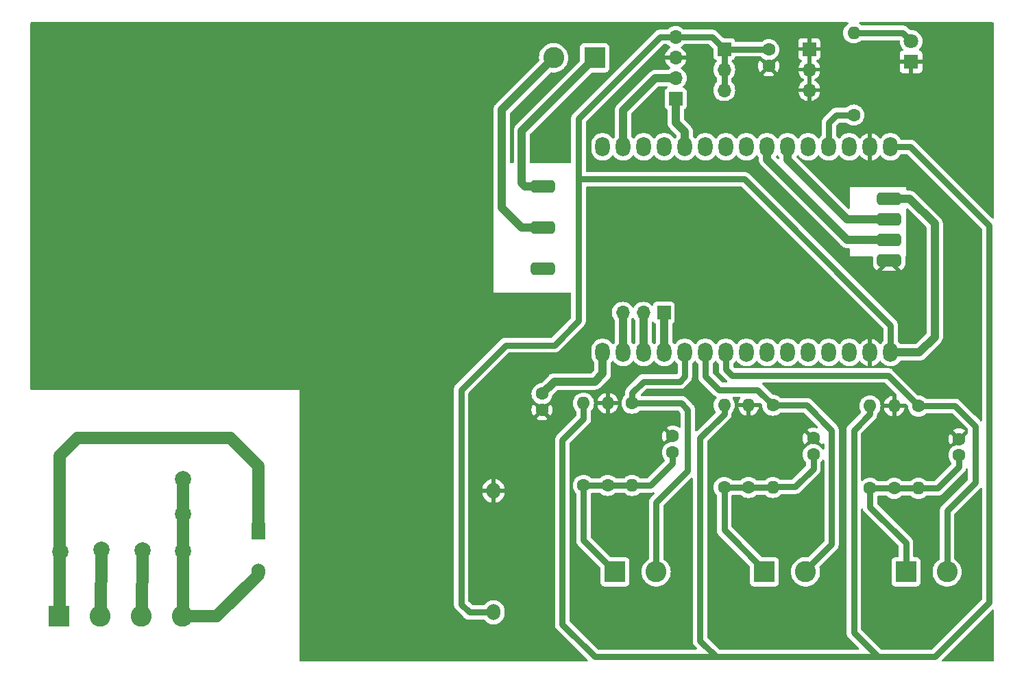
<source format=gbr>
%TF.GenerationSoftware,KiCad,Pcbnew,8.0.1*%
%TF.CreationDate,2024-04-29T16:49:45-03:00*%
%TF.ProjectId,Estagio_Yuri_v1,45737461-6769-46f5-9f59-7572695f7631,rev?*%
%TF.SameCoordinates,Original*%
%TF.FileFunction,Copper,L2,Bot*%
%TF.FilePolarity,Positive*%
%FSLAX46Y46*%
G04 Gerber Fmt 4.6, Leading zero omitted, Abs format (unit mm)*
G04 Created by KiCad (PCBNEW 8.0.1) date 2024-04-29 16:49:45*
%MOMM*%
%LPD*%
G01*
G04 APERTURE LIST*
G04 Aperture macros list*
%AMRoundRect*
0 Rectangle with rounded corners*
0 $1 Rounding radius*
0 $2 $3 $4 $5 $6 $7 $8 $9 X,Y pos of 4 corners*
0 Add a 4 corners polygon primitive as box body*
4,1,4,$2,$3,$4,$5,$6,$7,$8,$9,$2,$3,0*
0 Add four circle primitives for the rounded corners*
1,1,$1+$1,$2,$3*
1,1,$1+$1,$4,$5*
1,1,$1+$1,$6,$7*
1,1,$1+$1,$8,$9*
0 Add four rect primitives between the rounded corners*
20,1,$1+$1,$2,$3,$4,$5,0*
20,1,$1+$1,$4,$5,$6,$7,0*
20,1,$1+$1,$6,$7,$8,$9,0*
20,1,$1+$1,$8,$9,$2,$3,0*%
G04 Aperture macros list end*
%TA.AperFunction,ComponentPad*%
%ADD10R,2.600000X2.600000*%
%TD*%
%TA.AperFunction,ComponentPad*%
%ADD11C,2.600000*%
%TD*%
%TA.AperFunction,ComponentPad*%
%ADD12R,1.700000X2.000000*%
%TD*%
%TA.AperFunction,ComponentPad*%
%ADD13O,1.700000X2.000000*%
%TD*%
%TA.AperFunction,ComponentPad*%
%ADD14C,1.600000*%
%TD*%
%TA.AperFunction,ComponentPad*%
%ADD15O,1.600000X1.600000*%
%TD*%
%TA.AperFunction,ComponentPad*%
%ADD16R,1.700000X1.700000*%
%TD*%
%TA.AperFunction,ComponentPad*%
%ADD17O,1.700000X1.700000*%
%TD*%
%TA.AperFunction,ComponentPad*%
%ADD18O,1.800000X2.400000*%
%TD*%
%TA.AperFunction,ComponentPad*%
%ADD19R,1.800000X1.800000*%
%TD*%
%TA.AperFunction,ComponentPad*%
%ADD20C,1.800000*%
%TD*%
%TA.AperFunction,SMDPad,CuDef*%
%ADD21RoundRect,0.381000X1.119000X0.381000X-1.119000X0.381000X-1.119000X-0.381000X1.119000X-0.381000X0*%
%TD*%
%TA.AperFunction,ViaPad*%
%ADD22C,2.000000*%
%TD*%
%TA.AperFunction,Conductor*%
%ADD23C,0.800000*%
%TD*%
%TA.AperFunction,Conductor*%
%ADD24C,1.500000*%
%TD*%
%TA.AperFunction,Conductor*%
%ADD25C,1.000000*%
%TD*%
G04 APERTURE END LIST*
D10*
%TO.P,J3,1,Pin_1*%
%TO.N,Net-(J3-Pin_1)*%
X133455000Y-89500000D03*
D11*
%TO.P,J3,2,Pin_2*%
%TO.N,ADC1_CH5{slash}D33*%
X138535000Y-89500000D03*
%TD*%
D10*
%TO.P,J2,1,Pin_1*%
%TO.N,Net-(J2-Pin_1)*%
X115955000Y-89500000D03*
D11*
%TO.P,J2,2,Pin_2*%
%TO.N,ADC1_CH4{slash}D32*%
X121035000Y-89500000D03*
%TD*%
D10*
%TO.P,J1,1,Pin_1*%
%TO.N,Net-(J1-Pin_1)*%
X97500000Y-89500000D03*
D11*
%TO.P,J1,2,Pin_2*%
%TO.N,ADC1_CH7{slash}D35*%
X102580000Y-89500000D03*
%TD*%
D12*
%TO.P,PS1,1,AC/L*%
%TO.N,V_L1*%
X53420000Y-84500000D03*
D13*
%TO.P,PS1,2,AC/N*%
%TO.N,N*%
X53420000Y-89500000D03*
%TO.P,PS1,3,-Vout*%
%TO.N,GND*%
X82500000Y-79500000D03*
%TO.P,PS1,4,+Vout*%
%TO.N,+5V*%
X82500000Y-94500000D03*
%TD*%
D14*
%TO.P,C1,1*%
%TO.N,GND*%
X104615000Y-72750000D03*
%TO.P,C1,2*%
%TO.N,Net-(J1-Pin_1)*%
X104615000Y-74750000D03*
%TD*%
D10*
%TO.P,J7,1,Pin_1*%
%TO.N,V_L1*%
X28840000Y-95000000D03*
D11*
%TO.P,J7,2,Pin_2*%
%TO.N,V_L2*%
X33920000Y-95000000D03*
%TO.P,J7,3,Pin_3*%
%TO.N,V_L3*%
X39000000Y-95000000D03*
%TO.P,J7,4,Pin_4*%
%TO.N,N*%
X44080000Y-95000000D03*
%TD*%
D10*
%TO.P,J4,1,Pin_1*%
%TO.N,Net-(J4-Pin_1)*%
X95000000Y-26000000D03*
D11*
%TO.P,J4,2,Pin_2*%
%TO.N,Net-(J4-Pin_2)*%
X89920000Y-26000000D03*
%TD*%
D14*
%TO.P,R5,1*%
%TO.N,Net-(J2-Pin_1)*%
X111000000Y-79080000D03*
D15*
%TO.P,R5,2*%
%TO.N,+3.3V*%
X111000000Y-68920000D03*
%TD*%
D16*
%TO.P,J6,1,Pin_1*%
%TO.N,D21{slash}SDA*%
X105000000Y-31040000D03*
D17*
%TO.P,J6,2,Pin_2*%
%TO.N,D22{slash}SCL*%
X105000000Y-28500000D03*
%TO.P,J6,3,Pin_3*%
%TO.N,GND*%
X105000000Y-25960000D03*
%TO.P,J6,4,Pin_4*%
%TO.N,+5V*%
X105000000Y-23420000D03*
%TD*%
D14*
%TO.P,R7,1*%
%TO.N,ADC1_CH5{slash}D33*%
X135000000Y-69020000D03*
D15*
%TO.P,R7,2*%
%TO.N,Net-(J3-Pin_1)*%
X135000000Y-79180000D03*
%TD*%
D18*
%TO.P,A1,1,3.3V*%
%TO.N,+3.3V*%
X131540000Y-37000000D03*
%TO.P,A1,2,GND*%
%TO.N,GND*%
X129000000Y-37000000D03*
%TO.P,A1,3,D15/ADC2_CH3*%
%TO.N,D15{slash}ADC2_CH3*%
X126460000Y-37000000D03*
%TO.P,A1,4,D2/ADC2_CH2*%
%TO.N,D2{slash}ADC2_CH2*%
X123920000Y-37000000D03*
%TO.P,A1,5,D4/ADC2_CH0*%
%TO.N,D4{slash}ADC2_CH0*%
X121380000Y-37000000D03*
%TO.P,A1,6,RX2/GPIO16*%
%TO.N,RX2{slash}GPIO16*%
X118840000Y-37000000D03*
%TO.P,A1,7,TX2/GPIO17*%
%TO.N,TX2{slash}GPIO17*%
X116300000Y-37000000D03*
%TO.P,A1,8,D5*%
%TO.N,D5*%
X113760000Y-37000000D03*
%TO.P,A1,9,D18*%
%TO.N,D18*%
X111220000Y-37000000D03*
%TO.P,A1,10,D19*%
%TO.N,D19*%
X108680000Y-37000000D03*
%TO.P,A1,11,D21/SDA*%
%TO.N,D21{slash}SDA*%
X106140000Y-37000000D03*
%TO.P,A1,12,RX0/GPIO3*%
%TO.N,RX0{slash}GPIO3*%
X103600000Y-37000000D03*
%TO.P,A1,13,TX0/GPIO1*%
%TO.N,TX0{slash}GPIO1*%
X101060000Y-37000000D03*
%TO.P,A1,14,D22/SCL*%
%TO.N,D22{slash}SCL*%
X98520000Y-37000000D03*
%TO.P,A1,15,D23*%
%TO.N,D23*%
X95980000Y-37000000D03*
%TO.P,A1,16,EN*%
%TO.N,EN*%
X95980000Y-62400000D03*
%TO.P,A1,17,ADC1_CH0/VP*%
%TO.N,ADC1_CH0{slash}VP*%
X98520000Y-62400000D03*
%TO.P,A1,18,ADC1_CH3/VN*%
%TO.N,ADC1_CH3{slash}VN*%
X101060000Y-62400000D03*
%TO.P,A1,19,ADC1_CH6/D34*%
%TO.N,ADC1_CH6{slash}D34*%
X103600000Y-62400000D03*
%TO.P,A1,20,ADC1_CH7/D35*%
%TO.N,ADC1_CH7{slash}D35*%
X106140000Y-62400000D03*
%TO.P,A1,21,ADC1_CH4/D32*%
%TO.N,ADC1_CH4{slash}D32*%
X108680000Y-62400000D03*
%TO.P,A1,22,ADC1_CH5/D33*%
%TO.N,ADC1_CH5{slash}D33*%
X111220000Y-62400000D03*
%TO.P,A1,23,DAC1/ADC2_CH8/D25*%
%TO.N,DAC1{slash}ADC2_CH8{slash}D25*%
X113760000Y-62400000D03*
%TO.P,A1,24,DAC2/ADC2_CH9/D26*%
%TO.N,DAC2{slash}ADC2_CH9{slash}D26*%
X116300000Y-62400000D03*
%TO.P,A1,25,ADC2_CH7/D27*%
%TO.N,ADC2_CH7{slash}D27*%
X118840000Y-62400000D03*
%TO.P,A1,26,ADC2_CH6/D14*%
%TO.N,ADC2_CH6{slash}D14*%
X121380000Y-62400000D03*
%TO.P,A1,27,ADC2_CH5/D12*%
%TO.N,ADC2_CH5{slash}D12*%
X123920000Y-62400000D03*
%TO.P,A1,28,ADC2_CH4/D13*%
%TO.N,ADC2_CH4{slash}D13*%
X126460000Y-62400000D03*
%TO.P,A1,29,GND*%
%TO.N,GND*%
X129000000Y-62400000D03*
%TO.P,A1,30,VIN*%
%TO.N,+5V*%
X131540000Y-62400000D03*
%TD*%
D14*
%TO.P,R2,1*%
%TO.N,Net-(J1-Pin_1)*%
X93615000Y-78830000D03*
D15*
%TO.P,R2,2*%
%TO.N,+3.3V*%
X93615000Y-68670000D03*
%TD*%
D14*
%TO.P,R10,1*%
%TO.N,D2{slash}ADC2_CH2*%
X127000000Y-33080000D03*
D15*
%TO.P,R10,2*%
%TO.N,Net-(D1-Pad2)*%
X127000000Y-22920000D03*
%TD*%
D14*
%TO.P,C5,1*%
%TO.N,EN*%
X88500000Y-67500000D03*
%TO.P,C5,2*%
%TO.N,GND*%
X88500000Y-69500000D03*
%TD*%
%TO.P,R1,1*%
%TO.N,ADC1_CH7{slash}D35*%
X99615000Y-68670000D03*
D15*
%TO.P,R1,2*%
%TO.N,Net-(J1-Pin_1)*%
X99615000Y-78830000D03*
%TD*%
D14*
%TO.P,R9,1*%
%TO.N,Net-(J3-Pin_1)*%
X132000000Y-79180000D03*
D15*
%TO.P,R9,2*%
%TO.N,GND*%
X132000000Y-69020000D03*
%TD*%
D14*
%TO.P,C4,1*%
%TO.N,+5V*%
X116500000Y-25000000D03*
%TO.P,C4,2*%
%TO.N,GND*%
X116500000Y-27000000D03*
%TD*%
%TO.P,R4,1*%
%TO.N,ADC1_CH4{slash}D32*%
X117000000Y-68920000D03*
D15*
%TO.P,R4,2*%
%TO.N,Net-(J2-Pin_1)*%
X117000000Y-79080000D03*
%TD*%
D14*
%TO.P,C3,1*%
%TO.N,GND*%
X140000000Y-73100000D03*
%TO.P,C3,2*%
%TO.N,Net-(J3-Pin_1)*%
X140000000Y-75100000D03*
%TD*%
D19*
%TO.P,D1,1*%
%TO.N,GND*%
X134080000Y-26500000D03*
D20*
%TO.P,D1,2*%
%TO.N,Net-(D1-Pad2)*%
X134080000Y-23960000D03*
%TD*%
D16*
%TO.P,J12,1,Pin_1*%
%TO.N,GND*%
X121500000Y-24920000D03*
D17*
%TO.P,J12,2,Pin_2*%
X121500000Y-27460000D03*
%TO.P,J12,3,Pin_3*%
X121500000Y-30000000D03*
%TD*%
D14*
%TO.P,R6,1*%
%TO.N,Net-(J2-Pin_1)*%
X114000000Y-79080000D03*
D15*
%TO.P,R6,2*%
%TO.N,GND*%
X114000000Y-68920000D03*
%TD*%
D14*
%TO.P,R3,1*%
%TO.N,Net-(J1-Pin_1)*%
X96615000Y-78830000D03*
D15*
%TO.P,R3,2*%
%TO.N,GND*%
X96615000Y-68670000D03*
%TD*%
D14*
%TO.P,C2,1*%
%TO.N,GND*%
X122000000Y-73000000D03*
%TO.P,C2,2*%
%TO.N,Net-(J2-Pin_1)*%
X122000000Y-75000000D03*
%TD*%
D16*
%TO.P,J10,1,Pin_1*%
%TO.N,ADC1_CH6{slash}D34*%
X103540000Y-57500000D03*
D17*
%TO.P,J10,2,Pin_2*%
%TO.N,ADC1_CH3{slash}VN*%
X101000000Y-57500000D03*
%TO.P,J10,3,Pin_3*%
%TO.N,ADC1_CH0{slash}VP*%
X98460000Y-57500000D03*
%TD*%
D16*
%TO.P,J11,1,Pin_1*%
%TO.N,+5V*%
X111000000Y-24920000D03*
D17*
%TO.P,J11,2,Pin_2*%
X111000000Y-27460000D03*
%TO.P,J11,3,Pin_3*%
X111000000Y-30000000D03*
%TD*%
D14*
%TO.P,R8,1*%
%TO.N,Net-(J3-Pin_1)*%
X129000000Y-79180000D03*
D15*
%TO.P,R8,2*%
%TO.N,+3.3V*%
X129000000Y-69020000D03*
%TD*%
D21*
%TO.P,U2,1,Shield*%
%TO.N,unconnected-(U2-Shield-Pad1)*%
X88567500Y-52067500D03*
%TO.P,U2,2,B-*%
%TO.N,Net-(J4-Pin_2)*%
X88567500Y-46977500D03*
%TO.P,U2,3,A+*%
%TO.N,Net-(J4-Pin_1)*%
X88567500Y-41897500D03*
%TO.P,U2,4,GND*%
%TO.N,GND*%
X131367500Y-51047500D03*
%TO.P,U2,5,VCC*%
%TO.N,+5V*%
X131367500Y-43427500D03*
%TO.P,U2,6,RX*%
%TO.N,TX2{slash}GPIO17*%
X131367500Y-48507500D03*
%TO.P,U2,7,TX*%
%TO.N,RX2{slash}GPIO16*%
X131367500Y-45967500D03*
%TD*%
D22*
%TO.N,GND*%
X137500000Y-67000000D03*
X137500000Y-71000000D03*
%TO.N,V_L1*%
X29000000Y-87000000D03*
%TO.N,N*%
X44145200Y-82346800D03*
X44145200Y-78028800D03*
X44145200Y-86954800D03*
%TO.N,V_L3*%
X39116000Y-86868000D03*
%TO.N,V_L2*%
X34036000Y-86766400D03*
%TD*%
D23*
%TO.N,ADC1_CH5{slash}D33*%
X142000000Y-71500000D02*
X139520000Y-69020000D01*
X142000000Y-78500000D02*
X142000000Y-71500000D01*
X138535000Y-81965000D02*
X142000000Y-78500000D01*
X139520000Y-69020000D02*
X135000000Y-69020000D01*
X138535000Y-88805000D02*
X138535000Y-81965000D01*
%TO.N,Net-(J3-Pin_1)*%
X133455000Y-85955000D02*
X133455000Y-88805000D01*
X129000000Y-81500000D02*
X133455000Y-85955000D01*
X129000000Y-79180000D02*
X129000000Y-81500000D01*
%TO.N,ADC1_CH4{slash}D32*%
X124250000Y-72000000D02*
X124250000Y-86090000D01*
X121170000Y-68920000D02*
X124250000Y-72000000D01*
X124250000Y-86090000D02*
X121035000Y-89305000D01*
X117000000Y-68920000D02*
X121170000Y-68920000D01*
%TO.N,Net-(J2-Pin_1)*%
X111000000Y-84350000D02*
X115955000Y-89305000D01*
X111000000Y-79080000D02*
X111000000Y-84350000D01*
%TO.N,ADC1_CH7{slash}D35*%
X102580000Y-80920000D02*
X102580000Y-89500000D01*
X106500000Y-77000000D02*
X102580000Y-80920000D01*
X99615000Y-68670000D02*
X105670000Y-68670000D01*
X105670000Y-68670000D02*
X106500000Y-69500000D01*
X106500000Y-69500000D02*
X106500000Y-77000000D01*
%TO.N,Net-(J1-Pin_1)*%
X93615000Y-78830000D02*
X93615000Y-85615000D01*
X93615000Y-85615000D02*
X97500000Y-89500000D01*
%TO.N,+5V*%
X79500000Y-94500000D02*
X82500000Y-94500000D01*
X78500000Y-93500000D02*
X79500000Y-94500000D01*
X78500000Y-67000000D02*
X78500000Y-93500000D01*
D24*
%TO.N,N*%
X44160000Y-86969600D02*
X44145200Y-86954800D01*
X44160000Y-95000000D02*
X44160000Y-86969600D01*
X48285000Y-95000000D02*
X44160000Y-95000000D01*
X53420000Y-89865000D02*
X48285000Y-95000000D01*
X53420000Y-89500000D02*
X53420000Y-89865000D01*
%TO.N,V_L1*%
X53420000Y-76420000D02*
X53420000Y-84500000D01*
X31080000Y-73000000D02*
X50000000Y-73000000D01*
X28920000Y-75160000D02*
X31080000Y-73000000D01*
X28920000Y-95000000D02*
X28920000Y-75160000D01*
X50000000Y-73000000D02*
X53420000Y-76420000D01*
D23*
%TO.N,+5V*%
X93000000Y-39500000D02*
X93000000Y-58500000D01*
X84000000Y-61500000D02*
X78500000Y-67000000D01*
X93000000Y-58500000D02*
X90000000Y-61500000D01*
X90000000Y-61500000D02*
X84000000Y-61500000D01*
X93500000Y-41000000D02*
X113500000Y-41000000D01*
X93000000Y-39500000D02*
X93000000Y-33500000D01*
X93000000Y-40500000D02*
X93000000Y-39500000D01*
X103080000Y-23420000D02*
X105000000Y-23420000D01*
X93000000Y-33500000D02*
X103080000Y-23420000D01*
D25*
%TO.N,D21{slash}SDA*%
X106140000Y-37000000D02*
X106140000Y-35140000D01*
X106140000Y-35140000D02*
X105000000Y-34000000D01*
X105000000Y-34000000D02*
X105000000Y-31040000D01*
D23*
%TO.N,ADC1_CH4{slash}D32*%
X115080000Y-67000000D02*
X110320000Y-67000000D01*
X108680000Y-65360000D02*
X108680000Y-62400000D01*
X117000000Y-68920000D02*
X115080000Y-67000000D01*
X110320000Y-67000000D02*
X108680000Y-65360000D01*
D25*
%TO.N,ADC1_CH6{slash}D34*%
X103600000Y-57560000D02*
X103540000Y-57500000D01*
X103600000Y-62400000D02*
X103600000Y-57560000D01*
D23*
%TO.N,D2{slash}ADC2_CH2*%
X123920000Y-34000000D02*
X124840000Y-33080000D01*
X124840000Y-33080000D02*
X127000000Y-33080000D01*
X123920000Y-34000000D02*
X123920000Y-37000000D01*
D25*
%TO.N,ADC1_CH3{slash}VN*%
X101060000Y-57560000D02*
X101000000Y-57500000D01*
X101060000Y-62400000D02*
X101060000Y-57560000D01*
D23*
%TO.N,ADC1_CH5{slash}D33*%
X131230000Y-65250000D02*
X135000000Y-69020000D01*
X111220000Y-64470000D02*
X112000000Y-65250000D01*
X111220000Y-62400000D02*
X111220000Y-64470000D01*
X112000000Y-65250000D02*
X131230000Y-65250000D01*
D25*
%TO.N,EN*%
X88500000Y-67500000D02*
X90000000Y-66000000D01*
X95000000Y-66000000D02*
X95980000Y-65020000D01*
X95980000Y-65020000D02*
X95980000Y-62400000D01*
X90000000Y-66000000D02*
X95000000Y-66000000D01*
%TO.N,D22{slash}SCL*%
X98520000Y-37000000D02*
X98520000Y-32480000D01*
X102500000Y-28500000D02*
X105000000Y-28500000D01*
X98520000Y-32480000D02*
X102500000Y-28500000D01*
%TO.N,RX2{slash}GPIO16*%
X118840000Y-38600000D02*
X118840000Y-37000000D01*
X126207500Y-45967500D02*
X118840000Y-38600000D01*
X131367500Y-45967500D02*
X126207500Y-45967500D01*
%TO.N,ADC1_CH0{slash}VP*%
X98520000Y-57560000D02*
X98460000Y-57500000D01*
X98520000Y-62400000D02*
X98520000Y-57560000D01*
D23*
%TO.N,+5V*%
X105000000Y-23420000D02*
X109500000Y-23420000D01*
D25*
X137000000Y-46500000D02*
X137000000Y-60500000D01*
D23*
X131540000Y-59040000D02*
X131540000Y-62400000D01*
X111000000Y-24920000D02*
X111000000Y-30000000D01*
D25*
X135100000Y-62400000D02*
X131540000Y-62400000D01*
X137000000Y-60500000D02*
X135100000Y-62400000D01*
D23*
X116420000Y-24920000D02*
X116500000Y-25000000D01*
D25*
X131367500Y-43427500D02*
X133927500Y-43427500D01*
D23*
X111000000Y-24920000D02*
X116420000Y-24920000D01*
X109500000Y-23420000D02*
X111000000Y-24920000D01*
X113500000Y-41000000D02*
X131540000Y-59040000D01*
D25*
X133927500Y-43427500D02*
X137000000Y-46500000D01*
D23*
%TO.N,ADC1_CH7{slash}D35*%
X106140000Y-65360000D02*
X106140000Y-62400000D01*
X101000000Y-66000000D02*
X105500000Y-66000000D01*
X99615000Y-67385000D02*
X101000000Y-66000000D01*
X99615000Y-68670000D02*
X99615000Y-67385000D01*
X105500000Y-66000000D02*
X106140000Y-65360000D01*
%TO.N,+3.3V*%
X111500000Y-100000000D02*
X110000000Y-100000000D01*
X129000000Y-70000000D02*
X129000000Y-69020000D01*
X131540000Y-37000000D02*
X134000000Y-37000000D01*
X93615000Y-70635000D02*
X93615000Y-68670000D01*
X108000000Y-73000000D02*
X111000000Y-70000000D01*
X95000000Y-100000000D02*
X91000000Y-96000000D01*
X91000000Y-96000000D02*
X91000000Y-73250000D01*
X108000000Y-98000000D02*
X108000000Y-73000000D01*
X95500000Y-100000000D02*
X95000000Y-100000000D01*
X137000000Y-100000000D02*
X136525000Y-100000000D01*
X91000000Y-73250000D02*
X93615000Y-70635000D01*
X143750000Y-93250000D02*
X137000000Y-100000000D01*
X110000000Y-100000000D02*
X108000000Y-98000000D01*
X134000000Y-37000000D02*
X143750000Y-46750000D01*
X111000000Y-70000000D02*
X111000000Y-68920000D01*
X143750000Y-46750000D02*
X143750000Y-93250000D01*
X131500000Y-100000000D02*
X130000000Y-100000000D01*
X111500000Y-100000000D02*
X95500000Y-100000000D01*
X130000000Y-100000000D02*
X127000000Y-97000000D01*
X127000000Y-72000000D02*
X129000000Y-70000000D01*
X136525000Y-100000000D02*
X129500000Y-100000000D01*
X129500000Y-100000000D02*
X111500000Y-100000000D01*
X127000000Y-97000000D02*
X127000000Y-72000000D01*
D25*
%TO.N,TX2{slash}GPIO17*%
X131367500Y-48507500D02*
X126207500Y-48507500D01*
X116300000Y-38600000D02*
X116300000Y-37000000D01*
X126207500Y-48507500D02*
X116300000Y-38600000D01*
D23*
%TO.N,Net-(D1-Pad2)*%
X133040000Y-22920000D02*
X134080000Y-23960000D01*
X127000000Y-22920000D02*
X133040000Y-22920000D01*
D24*
%TO.N,N*%
X44145200Y-78028800D02*
X44160000Y-78160000D01*
X44145200Y-82346800D02*
X44145200Y-78028800D01*
X44145200Y-86954800D02*
X44145200Y-82346800D01*
D23*
%TO.N,Net-(J1-Pin_1)*%
X93615000Y-78830000D02*
X99615000Y-78830000D01*
X101920000Y-78830000D02*
X104615000Y-76135000D01*
X104615000Y-76135000D02*
X104615000Y-74750000D01*
X99615000Y-78830000D02*
X101920000Y-78830000D01*
%TO.N,Net-(J2-Pin_1)*%
X116920000Y-79080000D02*
X117000000Y-79000000D01*
X117000000Y-79000000D02*
X119750000Y-79000000D01*
X122000000Y-76750000D02*
X122000000Y-75000000D01*
X111000000Y-79080000D02*
X116920000Y-79080000D01*
X119750000Y-79000000D02*
X122000000Y-76750000D01*
%TO.N,Net-(J3-Pin_1)*%
X137320000Y-79180000D02*
X140000000Y-76500000D01*
X140000000Y-76500000D02*
X140000000Y-75100000D01*
X129000000Y-79180000D02*
X135000000Y-79180000D01*
X135000000Y-79180000D02*
X137320000Y-79180000D01*
D25*
%TO.N,Net-(J4-Pin_1)*%
X86000000Y-41500000D02*
X86000000Y-35000000D01*
X88567500Y-41897500D02*
X86397500Y-41897500D01*
X86397500Y-41897500D02*
X86000000Y-41500000D01*
X86000000Y-35000000D02*
X95000000Y-26000000D01*
%TO.N,Net-(J4-Pin_2)*%
X83500000Y-44500000D02*
X83500000Y-32420000D01*
X83500000Y-32420000D02*
X89920000Y-26000000D01*
X85977500Y-46977500D02*
X83500000Y-44500000D01*
X88567500Y-46977500D02*
X85977500Y-46977500D01*
D24*
%TO.N,V_L3*%
X39116000Y-86868000D02*
X39080000Y-87080000D01*
X39080000Y-95000000D02*
X39116000Y-86868000D01*
%TO.N,V_L2*%
X34036000Y-86766400D02*
X34000000Y-87000000D01*
X34000000Y-95000000D02*
X34036000Y-86766400D01*
%TD*%
%TA.AperFunction,Conductor*%
%TO.N,GND*%
G36*
X121750000Y-29566988D02*
G01*
X121692993Y-29534075D01*
X121565826Y-29500000D01*
X121434174Y-29500000D01*
X121307007Y-29534075D01*
X121250000Y-29566988D01*
X121250000Y-27893012D01*
X121307007Y-27925925D01*
X121434174Y-27960000D01*
X121565826Y-27960000D01*
X121692993Y-27925925D01*
X121750000Y-27893012D01*
X121750000Y-29566988D01*
G37*
%TD.AperFunction*%
%TA.AperFunction,Conductor*%
G36*
X121750000Y-27026988D02*
G01*
X121692993Y-26994075D01*
X121565826Y-26960000D01*
X121434174Y-26960000D01*
X121307007Y-26994075D01*
X121250000Y-27026988D01*
X121250000Y-25353012D01*
X121307007Y-25385925D01*
X121434174Y-25420000D01*
X121565826Y-25420000D01*
X121692993Y-25385925D01*
X121750000Y-25353012D01*
X121750000Y-27026988D01*
G37*
%TD.AperFunction*%
%TA.AperFunction,Conductor*%
G36*
X126290850Y-21620185D02*
G01*
X126336605Y-21672989D01*
X126346549Y-21742147D01*
X126317524Y-21805703D01*
X126294934Y-21826075D01*
X126160858Y-21919954D01*
X125999954Y-22080858D01*
X125869432Y-22267265D01*
X125869431Y-22267267D01*
X125773261Y-22473502D01*
X125773258Y-22473511D01*
X125714366Y-22693302D01*
X125714364Y-22693313D01*
X125694532Y-22919998D01*
X125694532Y-22920001D01*
X125714364Y-23146686D01*
X125714366Y-23146697D01*
X125773258Y-23366488D01*
X125773261Y-23366497D01*
X125869431Y-23572732D01*
X125869432Y-23572734D01*
X125999954Y-23759141D01*
X126160858Y-23920045D01*
X126160861Y-23920047D01*
X126347266Y-24050568D01*
X126553504Y-24146739D01*
X126773308Y-24205635D01*
X126935230Y-24219801D01*
X126999998Y-24225468D01*
X127000000Y-24225468D01*
X127000002Y-24225468D01*
X127056673Y-24220509D01*
X127226692Y-24205635D01*
X127446496Y-24146739D01*
X127652734Y-24050568D01*
X127839139Y-23920047D01*
X127902368Y-23856817D01*
X127963689Y-23823334D01*
X127990048Y-23820500D01*
X132551559Y-23820500D01*
X132618598Y-23840185D01*
X132664353Y-23892989D01*
X132675136Y-23954735D01*
X132674700Y-23959999D01*
X132674700Y-23960006D01*
X132693864Y-24191297D01*
X132693866Y-24191308D01*
X132750842Y-24416300D01*
X132844075Y-24628848D01*
X132971018Y-24823150D01*
X133066167Y-24926510D01*
X133097089Y-24989164D01*
X133089228Y-25058590D01*
X133045081Y-25112746D01*
X133018271Y-25126674D01*
X132937911Y-25156646D01*
X132937906Y-25156649D01*
X132822812Y-25242809D01*
X132822809Y-25242812D01*
X132736649Y-25357906D01*
X132736645Y-25357913D01*
X132686403Y-25492620D01*
X132686401Y-25492627D01*
X132680000Y-25552155D01*
X132680000Y-26250000D01*
X133704722Y-26250000D01*
X133660667Y-26326306D01*
X133630000Y-26440756D01*
X133630000Y-26559244D01*
X133660667Y-26673694D01*
X133704722Y-26750000D01*
X132680000Y-26750000D01*
X132680000Y-27447844D01*
X132686401Y-27507372D01*
X132686403Y-27507379D01*
X132736645Y-27642086D01*
X132736649Y-27642093D01*
X132822809Y-27757187D01*
X132822812Y-27757190D01*
X132937906Y-27843350D01*
X132937913Y-27843354D01*
X133072620Y-27893596D01*
X133072627Y-27893598D01*
X133132155Y-27899999D01*
X133132172Y-27900000D01*
X133830000Y-27900000D01*
X133830000Y-26875277D01*
X133906306Y-26919333D01*
X134020756Y-26950000D01*
X134139244Y-26950000D01*
X134253694Y-26919333D01*
X134330000Y-26875277D01*
X134330000Y-27900000D01*
X135027828Y-27900000D01*
X135027844Y-27899999D01*
X135087372Y-27893598D01*
X135087379Y-27893596D01*
X135222086Y-27843354D01*
X135222093Y-27843350D01*
X135337187Y-27757190D01*
X135337190Y-27757187D01*
X135423350Y-27642093D01*
X135423354Y-27642086D01*
X135473596Y-27507379D01*
X135473598Y-27507372D01*
X135479999Y-27447844D01*
X135480000Y-27447827D01*
X135480000Y-26750000D01*
X134455278Y-26750000D01*
X134499333Y-26673694D01*
X134530000Y-26559244D01*
X134530000Y-26440756D01*
X134499333Y-26326306D01*
X134455278Y-26250000D01*
X135480000Y-26250000D01*
X135480000Y-25552172D01*
X135479999Y-25552155D01*
X135473598Y-25492627D01*
X135473596Y-25492620D01*
X135423354Y-25357913D01*
X135423350Y-25357906D01*
X135337190Y-25242812D01*
X135337187Y-25242809D01*
X135222093Y-25156649D01*
X135222086Y-25156645D01*
X135141729Y-25126674D01*
X135085795Y-25084803D01*
X135061378Y-25019338D01*
X135076230Y-24951065D01*
X135093826Y-24926516D01*
X135188979Y-24823153D01*
X135315924Y-24628849D01*
X135409157Y-24416300D01*
X135466134Y-24191305D01*
X135477796Y-24050567D01*
X135485300Y-23960006D01*
X135485300Y-23959993D01*
X135466135Y-23728702D01*
X135466133Y-23728691D01*
X135409157Y-23503699D01*
X135315924Y-23291151D01*
X135188983Y-23096852D01*
X135188980Y-23096849D01*
X135188979Y-23096847D01*
X135031784Y-22926087D01*
X135031779Y-22926083D01*
X135031777Y-22926081D01*
X134848634Y-22783535D01*
X134848628Y-22783531D01*
X134644504Y-22673064D01*
X134644495Y-22673061D01*
X134424984Y-22597702D01*
X134253282Y-22569050D01*
X134196049Y-22559500D01*
X134004362Y-22559500D01*
X133937323Y-22539815D01*
X133916681Y-22523181D01*
X133614035Y-22220535D01*
X133614030Y-22220531D01*
X133554961Y-22181064D01*
X133554960Y-22181063D01*
X133466544Y-22121985D01*
X133466542Y-22121984D01*
X133384607Y-22088046D01*
X133384606Y-22088046D01*
X133302666Y-22054105D01*
X133302658Y-22054103D01*
X133128696Y-22019500D01*
X133128692Y-22019500D01*
X133128691Y-22019500D01*
X127990048Y-22019500D01*
X127923009Y-21999815D01*
X127902371Y-21983185D01*
X127839139Y-21919953D01*
X127839138Y-21919952D01*
X127839137Y-21919951D01*
X127705066Y-21826075D01*
X127661441Y-21771499D01*
X127654247Y-21702000D01*
X127685769Y-21639645D01*
X127745999Y-21604231D01*
X127776189Y-21600500D01*
X144175500Y-21600500D01*
X144242539Y-21620185D01*
X144288294Y-21672989D01*
X144299500Y-21724500D01*
X144299500Y-45726638D01*
X144279815Y-45793677D01*
X144227011Y-45839432D01*
X144157853Y-45849376D01*
X144094297Y-45820351D01*
X144087819Y-45814319D01*
X134574035Y-36300535D01*
X134574030Y-36300531D01*
X134514961Y-36261064D01*
X134514960Y-36261063D01*
X134426544Y-36201985D01*
X134426542Y-36201984D01*
X134330961Y-36162394D01*
X134262666Y-36134105D01*
X134262658Y-36134103D01*
X134088696Y-36099500D01*
X134088692Y-36099500D01*
X134088691Y-36099500D01*
X132881836Y-36099500D01*
X132814797Y-36079815D01*
X132771352Y-36031796D01*
X132737814Y-35965976D01*
X132608247Y-35787641D01*
X132608243Y-35787636D01*
X132452363Y-35631756D01*
X132452358Y-35631752D01*
X132274025Y-35502187D01*
X132274024Y-35502186D01*
X132274022Y-35502185D01*
X132202576Y-35465781D01*
X132077606Y-35402104D01*
X132077603Y-35402103D01*
X131867952Y-35333985D01*
X131759086Y-35316742D01*
X131650222Y-35299500D01*
X131429778Y-35299500D01*
X131357201Y-35310995D01*
X131212047Y-35333985D01*
X131002396Y-35402103D01*
X131002393Y-35402104D01*
X130805974Y-35502187D01*
X130627641Y-35631752D01*
X130627636Y-35631756D01*
X130471756Y-35787636D01*
X130370008Y-35927681D01*
X130314678Y-35970346D01*
X130245065Y-35976325D01*
X130183270Y-35943719D01*
X130169372Y-35927680D01*
X130067862Y-35787964D01*
X130067857Y-35787958D01*
X129912041Y-35632142D01*
X129733760Y-35502613D01*
X129537410Y-35402567D01*
X129327836Y-35334473D01*
X129250000Y-35322144D01*
X129250000Y-36566988D01*
X129192993Y-36534075D01*
X129065826Y-36500000D01*
X128934174Y-36500000D01*
X128807007Y-36534075D01*
X128750000Y-36566988D01*
X128750000Y-35322144D01*
X128672164Y-35334473D01*
X128672161Y-35334473D01*
X128462589Y-35402567D01*
X128266239Y-35502613D01*
X128087958Y-35632142D01*
X127932142Y-35787958D01*
X127932142Y-35787959D01*
X127830627Y-35927681D01*
X127775297Y-35970346D01*
X127705683Y-35976325D01*
X127643888Y-35943719D01*
X127629991Y-35927680D01*
X127528247Y-35787641D01*
X127528243Y-35787636D01*
X127372363Y-35631756D01*
X127372358Y-35631752D01*
X127194025Y-35502187D01*
X127194024Y-35502186D01*
X127194022Y-35502185D01*
X127122576Y-35465781D01*
X126997606Y-35402104D01*
X126997603Y-35402103D01*
X126787952Y-35333985D01*
X126679086Y-35316742D01*
X126570222Y-35299500D01*
X126349778Y-35299500D01*
X126277201Y-35310995D01*
X126132047Y-35333985D01*
X125922396Y-35402103D01*
X125922393Y-35402104D01*
X125725974Y-35502187D01*
X125547641Y-35631752D01*
X125547636Y-35631756D01*
X125391756Y-35787636D01*
X125391752Y-35787641D01*
X125290318Y-35927254D01*
X125234988Y-35969920D01*
X125165375Y-35975899D01*
X125103580Y-35943293D01*
X125089682Y-35927254D01*
X124988248Y-35787642D01*
X124988244Y-35787638D01*
X124988242Y-35787635D01*
X124856818Y-35656211D01*
X124823334Y-35594888D01*
X124820500Y-35568530D01*
X124820500Y-34424361D01*
X124840185Y-34357322D01*
X124856819Y-34336680D01*
X125176680Y-34016819D01*
X125238003Y-33983334D01*
X125264361Y-33980500D01*
X126009952Y-33980500D01*
X126076991Y-34000185D01*
X126097628Y-34016814D01*
X126160859Y-34080045D01*
X126160862Y-34080048D01*
X126254063Y-34145307D01*
X126347266Y-34210568D01*
X126553504Y-34306739D01*
X126773308Y-34365635D01*
X126935230Y-34379801D01*
X126999998Y-34385468D01*
X127000000Y-34385468D01*
X127000002Y-34385468D01*
X127056673Y-34380509D01*
X127226692Y-34365635D01*
X127446496Y-34306739D01*
X127652734Y-34210568D01*
X127839139Y-34080047D01*
X128000047Y-33919139D01*
X128130568Y-33732734D01*
X128226739Y-33526496D01*
X128285635Y-33306692D01*
X128305468Y-33080000D01*
X128285635Y-32853308D01*
X128226739Y-32633504D01*
X128130568Y-32427266D01*
X128004728Y-32247546D01*
X128000045Y-32240858D01*
X127839140Y-32079953D01*
X127652734Y-31949432D01*
X127652732Y-31949431D01*
X127446497Y-31853261D01*
X127446488Y-31853258D01*
X127226697Y-31794366D01*
X127226693Y-31794365D01*
X127226692Y-31794365D01*
X127226691Y-31794364D01*
X127226686Y-31794364D01*
X127000002Y-31774532D01*
X126999998Y-31774532D01*
X126773313Y-31794364D01*
X126773302Y-31794366D01*
X126553511Y-31853258D01*
X126553502Y-31853261D01*
X126347267Y-31949431D01*
X126347265Y-31949432D01*
X126160862Y-32079951D01*
X126129248Y-32111566D01*
X126097631Y-32143182D01*
X126036311Y-32176666D01*
X126009952Y-32179500D01*
X124751306Y-32179500D01*
X124577341Y-32214103D01*
X124577332Y-32214106D01*
X124413459Y-32281983D01*
X124413446Y-32281990D01*
X124265966Y-32380534D01*
X124265964Y-32380537D01*
X123220540Y-33425958D01*
X123220539Y-33425959D01*
X123184098Y-33480499D01*
X123184097Y-33480500D01*
X123121985Y-33573456D01*
X123121984Y-33573457D01*
X123088609Y-33654034D01*
X123088609Y-33654035D01*
X123054105Y-33737333D01*
X123054103Y-33737341D01*
X123026122Y-33878011D01*
X123026123Y-33878012D01*
X123019500Y-33911309D01*
X123019500Y-35568530D01*
X122999815Y-35635569D01*
X122983182Y-35656211D01*
X122851751Y-35787642D01*
X122750318Y-35927254D01*
X122694988Y-35969920D01*
X122625375Y-35975899D01*
X122563580Y-35943293D01*
X122549682Y-35927254D01*
X122448247Y-35787641D01*
X122448243Y-35787636D01*
X122292363Y-35631756D01*
X122292358Y-35631752D01*
X122114025Y-35502187D01*
X122114024Y-35502186D01*
X122114022Y-35502185D01*
X122042576Y-35465781D01*
X121917606Y-35402104D01*
X121917603Y-35402103D01*
X121707952Y-35333985D01*
X121599086Y-35316742D01*
X121490222Y-35299500D01*
X121269778Y-35299500D01*
X121197201Y-35310995D01*
X121052047Y-35333985D01*
X120842396Y-35402103D01*
X120842393Y-35402104D01*
X120645974Y-35502187D01*
X120467641Y-35631752D01*
X120467636Y-35631756D01*
X120311756Y-35787636D01*
X120311752Y-35787641D01*
X120210318Y-35927254D01*
X120154988Y-35969920D01*
X120085375Y-35975899D01*
X120023580Y-35943293D01*
X120009682Y-35927254D01*
X119908247Y-35787641D01*
X119908243Y-35787636D01*
X119752363Y-35631756D01*
X119752358Y-35631752D01*
X119574025Y-35502187D01*
X119574024Y-35502186D01*
X119574022Y-35502185D01*
X119502576Y-35465781D01*
X119377606Y-35402104D01*
X119377603Y-35402103D01*
X119167952Y-35333985D01*
X119059086Y-35316742D01*
X118950222Y-35299500D01*
X118729778Y-35299500D01*
X118657201Y-35310995D01*
X118512047Y-35333985D01*
X118302396Y-35402103D01*
X118302393Y-35402104D01*
X118105974Y-35502187D01*
X117927641Y-35631752D01*
X117927636Y-35631756D01*
X117771756Y-35787636D01*
X117771752Y-35787641D01*
X117670318Y-35927254D01*
X117614988Y-35969920D01*
X117545375Y-35975899D01*
X117483580Y-35943293D01*
X117469682Y-35927254D01*
X117368247Y-35787641D01*
X117368243Y-35787636D01*
X117212363Y-35631756D01*
X117212358Y-35631752D01*
X117034025Y-35502187D01*
X117034024Y-35502186D01*
X117034022Y-35502185D01*
X116962576Y-35465781D01*
X116837606Y-35402104D01*
X116837603Y-35402103D01*
X116627952Y-35333985D01*
X116519086Y-35316742D01*
X116410222Y-35299500D01*
X116189778Y-35299500D01*
X116117201Y-35310995D01*
X115972047Y-35333985D01*
X115762396Y-35402103D01*
X115762393Y-35402104D01*
X115565974Y-35502187D01*
X115387641Y-35631752D01*
X115387636Y-35631756D01*
X115231756Y-35787636D01*
X115231752Y-35787641D01*
X115130318Y-35927254D01*
X115074988Y-35969920D01*
X115005375Y-35975899D01*
X114943580Y-35943293D01*
X114929682Y-35927254D01*
X114828247Y-35787641D01*
X114828243Y-35787636D01*
X114672363Y-35631756D01*
X114672358Y-35631752D01*
X114494025Y-35502187D01*
X114494024Y-35502186D01*
X114494022Y-35502185D01*
X114422576Y-35465781D01*
X114297606Y-35402104D01*
X114297603Y-35402103D01*
X114087952Y-35333985D01*
X113979086Y-35316742D01*
X113870222Y-35299500D01*
X113649778Y-35299500D01*
X113577201Y-35310995D01*
X113432047Y-35333985D01*
X113222396Y-35402103D01*
X113222393Y-35402104D01*
X113025974Y-35502187D01*
X112847641Y-35631752D01*
X112847636Y-35631756D01*
X112691756Y-35787636D01*
X112691752Y-35787641D01*
X112590318Y-35927254D01*
X112534988Y-35969920D01*
X112465375Y-35975899D01*
X112403580Y-35943293D01*
X112389682Y-35927254D01*
X112288247Y-35787641D01*
X112288243Y-35787636D01*
X112132363Y-35631756D01*
X112132358Y-35631752D01*
X111954025Y-35502187D01*
X111954024Y-35502186D01*
X111954022Y-35502185D01*
X111882576Y-35465781D01*
X111757606Y-35402104D01*
X111757603Y-35402103D01*
X111547952Y-35333985D01*
X111439086Y-35316742D01*
X111330222Y-35299500D01*
X111109778Y-35299500D01*
X111037201Y-35310995D01*
X110892047Y-35333985D01*
X110682396Y-35402103D01*
X110682393Y-35402104D01*
X110485974Y-35502187D01*
X110307641Y-35631752D01*
X110307636Y-35631756D01*
X110151756Y-35787636D01*
X110151752Y-35787641D01*
X110050318Y-35927254D01*
X109994988Y-35969920D01*
X109925375Y-35975899D01*
X109863580Y-35943293D01*
X109849682Y-35927254D01*
X109748247Y-35787641D01*
X109748243Y-35787636D01*
X109592363Y-35631756D01*
X109592358Y-35631752D01*
X109414025Y-35502187D01*
X109414024Y-35502186D01*
X109414022Y-35502185D01*
X109342576Y-35465781D01*
X109217606Y-35402104D01*
X109217603Y-35402103D01*
X109007952Y-35333985D01*
X108899086Y-35316742D01*
X108790222Y-35299500D01*
X108569778Y-35299500D01*
X108497201Y-35310995D01*
X108352047Y-35333985D01*
X108142396Y-35402103D01*
X108142393Y-35402104D01*
X107945974Y-35502187D01*
X107767641Y-35631752D01*
X107767636Y-35631756D01*
X107611756Y-35787636D01*
X107611752Y-35787641D01*
X107510318Y-35927254D01*
X107454988Y-35969920D01*
X107385375Y-35975899D01*
X107323580Y-35943293D01*
X107309682Y-35927254D01*
X107208247Y-35787641D01*
X107208243Y-35787636D01*
X107176819Y-35756212D01*
X107143334Y-35694889D01*
X107140500Y-35668531D01*
X107140500Y-35041456D01*
X107102052Y-34848170D01*
X107102051Y-34848169D01*
X107102051Y-34848165D01*
X107072632Y-34777140D01*
X107026635Y-34666092D01*
X107026628Y-34666079D01*
X106917140Y-34502219D01*
X106888832Y-34473911D01*
X106777782Y-34362861D01*
X106777781Y-34362860D01*
X106036819Y-33621898D01*
X106003334Y-33560575D01*
X106000500Y-33534217D01*
X106000500Y-32454141D01*
X106020185Y-32387102D01*
X106072989Y-32341347D01*
X106081149Y-32337966D01*
X106092331Y-32333796D01*
X106207546Y-32247546D01*
X106293796Y-32132331D01*
X106344091Y-31997483D01*
X106350500Y-31937873D01*
X106350499Y-30142128D01*
X106344091Y-30082517D01*
X106293796Y-29947669D01*
X106293795Y-29947668D01*
X106293793Y-29947664D01*
X106207547Y-29832455D01*
X106207544Y-29832452D01*
X106092335Y-29746206D01*
X106092328Y-29746202D01*
X105960917Y-29697189D01*
X105904983Y-29655318D01*
X105880566Y-29589853D01*
X105895418Y-29521580D01*
X105916563Y-29493332D01*
X106038495Y-29371401D01*
X106174035Y-29177830D01*
X106273903Y-28963663D01*
X106335063Y-28735408D01*
X106355659Y-28500000D01*
X106335063Y-28264592D01*
X106273903Y-28036337D01*
X106174035Y-27822171D01*
X106158861Y-27800499D01*
X106038494Y-27628597D01*
X105871402Y-27461506D01*
X105871401Y-27461505D01*
X105685405Y-27331269D01*
X105641781Y-27276692D01*
X105634588Y-27207193D01*
X105666110Y-27144839D01*
X105685405Y-27128119D01*
X105871082Y-26998105D01*
X106038105Y-26831082D01*
X106173600Y-26637578D01*
X106273429Y-26423492D01*
X106273432Y-26423486D01*
X106330636Y-26210000D01*
X105433012Y-26210000D01*
X105465925Y-26152993D01*
X105500000Y-26025826D01*
X105500000Y-25894174D01*
X105465925Y-25767007D01*
X105433012Y-25710000D01*
X106330636Y-25710000D01*
X106330635Y-25709999D01*
X106273432Y-25496513D01*
X106273429Y-25496507D01*
X106173600Y-25282422D01*
X106173599Y-25282420D01*
X106038113Y-25088926D01*
X106038108Y-25088920D01*
X105871078Y-24921890D01*
X105685405Y-24791879D01*
X105641780Y-24737302D01*
X105634588Y-24667804D01*
X105666110Y-24605449D01*
X105685406Y-24588730D01*
X105871401Y-24458495D01*
X105973077Y-24356819D01*
X106034400Y-24323334D01*
X106060758Y-24320500D01*
X109075638Y-24320500D01*
X109142677Y-24340185D01*
X109163319Y-24356819D01*
X109613181Y-24806680D01*
X109646666Y-24868003D01*
X109649500Y-24894361D01*
X109649500Y-25817870D01*
X109649501Y-25817876D01*
X109655908Y-25877483D01*
X109706202Y-26012328D01*
X109706206Y-26012335D01*
X109792452Y-26127544D01*
X109792455Y-26127547D01*
X109907664Y-26213793D01*
X109907673Y-26213798D01*
X110018832Y-26255257D01*
X110074766Y-26297127D01*
X110099184Y-26362592D01*
X110099500Y-26371439D01*
X110099500Y-26399241D01*
X110079815Y-26466280D01*
X110063181Y-26486922D01*
X109961505Y-26588597D01*
X109825965Y-26782169D01*
X109825964Y-26782171D01*
X109726098Y-26996335D01*
X109726094Y-26996344D01*
X109664938Y-27224586D01*
X109664936Y-27224596D01*
X109644341Y-27459999D01*
X109644341Y-27460000D01*
X109664936Y-27695403D01*
X109664938Y-27695413D01*
X109726094Y-27923655D01*
X109726096Y-27923659D01*
X109726097Y-27923663D01*
X109778637Y-28036335D01*
X109825965Y-28137830D01*
X109825967Y-28137834D01*
X109961501Y-28331395D01*
X109961506Y-28331402D01*
X110063181Y-28433077D01*
X110096666Y-28494400D01*
X110099500Y-28520758D01*
X110099500Y-28939241D01*
X110079815Y-29006280D01*
X110063181Y-29026922D01*
X109961505Y-29128597D01*
X109825965Y-29322169D01*
X109825964Y-29322171D01*
X109726098Y-29536335D01*
X109726094Y-29536344D01*
X109664938Y-29764586D01*
X109664936Y-29764596D01*
X109644341Y-29999999D01*
X109644341Y-30000000D01*
X109664936Y-30235403D01*
X109664938Y-30235413D01*
X109726094Y-30463655D01*
X109726096Y-30463659D01*
X109726097Y-30463663D01*
X109825847Y-30677578D01*
X109825965Y-30677830D01*
X109825967Y-30677834D01*
X109934281Y-30832521D01*
X109961505Y-30871401D01*
X110128599Y-31038495D01*
X110225384Y-31106265D01*
X110322165Y-31174032D01*
X110322167Y-31174033D01*
X110322170Y-31174035D01*
X110536337Y-31273903D01*
X110764592Y-31335063D01*
X110952918Y-31351539D01*
X110999999Y-31355659D01*
X111000000Y-31355659D01*
X111000001Y-31355659D01*
X111039234Y-31352226D01*
X111235408Y-31335063D01*
X111463663Y-31273903D01*
X111677830Y-31174035D01*
X111871401Y-31038495D01*
X112038495Y-30871401D01*
X112174035Y-30677830D01*
X112273903Y-30463663D01*
X112335063Y-30235408D01*
X112355659Y-30000000D01*
X112335063Y-29764592D01*
X112273903Y-29536337D01*
X112174035Y-29322171D01*
X112038495Y-29128599D01*
X112038494Y-29128597D01*
X111936819Y-29026922D01*
X111903334Y-28965599D01*
X111900500Y-28939241D01*
X111900500Y-28520758D01*
X111920185Y-28453719D01*
X111936819Y-28433077D01*
X112038495Y-28331401D01*
X112174035Y-28137830D01*
X112273903Y-27923663D01*
X112335063Y-27695408D01*
X112355659Y-27460000D01*
X112354595Y-27447844D01*
X112337478Y-27252195D01*
X112335063Y-27224592D01*
X112274885Y-27000002D01*
X112273905Y-26996344D01*
X112273904Y-26996343D01*
X112273903Y-26996337D01*
X112174035Y-26782171D01*
X112169929Y-26776306D01*
X112038494Y-26588597D01*
X111936819Y-26486922D01*
X111903334Y-26425599D01*
X111900500Y-26399241D01*
X111900500Y-26371439D01*
X111920185Y-26304400D01*
X111972989Y-26258645D01*
X111981168Y-26255257D01*
X112092326Y-26213798D01*
X112092326Y-26213797D01*
X112092331Y-26213796D01*
X112207546Y-26127546D01*
X112293796Y-26012331D01*
X112301149Y-25992615D01*
X112335258Y-25901167D01*
X112377129Y-25845233D01*
X112442593Y-25820816D01*
X112451440Y-25820500D01*
X115429951Y-25820500D01*
X115496990Y-25840185D01*
X115517632Y-25856819D01*
X115660858Y-26000045D01*
X115678410Y-26012335D01*
X115847266Y-26130568D01*
X116053504Y-26226739D01*
X116053506Y-26226739D01*
X116053513Y-26226742D01*
X116058003Y-26227945D01*
X116113592Y-26260039D01*
X116453553Y-26600000D01*
X116447339Y-26600000D01*
X116345606Y-26627259D01*
X116254394Y-26679920D01*
X116179920Y-26754394D01*
X116127259Y-26845606D01*
X116100000Y-26947339D01*
X116100000Y-26953552D01*
X115420974Y-26274526D01*
X115420973Y-26274526D01*
X115369868Y-26347512D01*
X115369866Y-26347516D01*
X115273734Y-26553673D01*
X115273730Y-26553682D01*
X115214860Y-26773389D01*
X115214858Y-26773400D01*
X115195034Y-26999997D01*
X115195034Y-27000002D01*
X115214858Y-27226599D01*
X115214860Y-27226610D01*
X115273730Y-27446317D01*
X115273735Y-27446331D01*
X115369863Y-27652478D01*
X115420974Y-27725472D01*
X116100000Y-27046446D01*
X116100000Y-27052661D01*
X116127259Y-27154394D01*
X116179920Y-27245606D01*
X116254394Y-27320080D01*
X116345606Y-27372741D01*
X116447339Y-27400000D01*
X116453553Y-27400000D01*
X115774526Y-28079025D01*
X115847513Y-28130132D01*
X115847521Y-28130136D01*
X116053668Y-28226264D01*
X116053682Y-28226269D01*
X116273389Y-28285139D01*
X116273400Y-28285141D01*
X116499998Y-28304966D01*
X116500002Y-28304966D01*
X116726599Y-28285141D01*
X116726610Y-28285139D01*
X116946317Y-28226269D01*
X116946331Y-28226264D01*
X117152478Y-28130136D01*
X117225471Y-28079024D01*
X116546447Y-27400000D01*
X116552661Y-27400000D01*
X116654394Y-27372741D01*
X116745606Y-27320080D01*
X116820080Y-27245606D01*
X116872741Y-27154394D01*
X116900000Y-27052661D01*
X116900000Y-27046447D01*
X117579024Y-27725471D01*
X117630136Y-27652478D01*
X117726264Y-27446331D01*
X117726269Y-27446317D01*
X117785139Y-27226610D01*
X117785141Y-27226599D01*
X117804966Y-27000002D01*
X117804966Y-26999997D01*
X117785141Y-26773400D01*
X117785139Y-26773389D01*
X117726269Y-26553682D01*
X117726264Y-26553668D01*
X117630136Y-26347521D01*
X117630132Y-26347513D01*
X117579025Y-26274526D01*
X116900000Y-26953551D01*
X116900000Y-26947339D01*
X116872741Y-26845606D01*
X116820080Y-26754394D01*
X116745606Y-26679920D01*
X116654394Y-26627259D01*
X116552661Y-26600000D01*
X116546448Y-26600000D01*
X116886407Y-26260039D01*
X116941996Y-26227945D01*
X116943833Y-26227452D01*
X116946496Y-26226739D01*
X117152734Y-26130568D01*
X117339139Y-26000047D01*
X117500047Y-25839139D01*
X117514958Y-25817844D01*
X120150000Y-25817844D01*
X120156401Y-25877372D01*
X120156403Y-25877379D01*
X120206645Y-26012086D01*
X120206649Y-26012093D01*
X120292809Y-26127187D01*
X120292812Y-26127190D01*
X120407906Y-26213350D01*
X120407913Y-26213354D01*
X120539986Y-26262614D01*
X120595920Y-26304485D01*
X120620337Y-26369949D01*
X120605486Y-26438222D01*
X120584335Y-26466477D01*
X120461886Y-26588926D01*
X120326400Y-26782420D01*
X120326399Y-26782422D01*
X120226570Y-26996507D01*
X120226567Y-26996513D01*
X120169364Y-27209999D01*
X120169364Y-27210000D01*
X121066988Y-27210000D01*
X121034075Y-27267007D01*
X121000000Y-27394174D01*
X121000000Y-27525826D01*
X121034075Y-27652993D01*
X121066988Y-27710000D01*
X120169364Y-27710000D01*
X120226567Y-27923486D01*
X120226570Y-27923492D01*
X120326399Y-28137578D01*
X120461894Y-28331082D01*
X120628917Y-28498105D01*
X120815031Y-28628425D01*
X120858656Y-28683003D01*
X120865848Y-28752501D01*
X120834326Y-28814856D01*
X120815031Y-28831575D01*
X120628922Y-28961890D01*
X120628920Y-28961891D01*
X120461891Y-29128920D01*
X120461886Y-29128926D01*
X120326400Y-29322420D01*
X120326399Y-29322422D01*
X120226570Y-29536507D01*
X120226567Y-29536513D01*
X120169364Y-29749999D01*
X120169364Y-29750000D01*
X121066988Y-29750000D01*
X121034075Y-29807007D01*
X121000000Y-29934174D01*
X121000000Y-30065826D01*
X121034075Y-30192993D01*
X121066988Y-30250000D01*
X120169364Y-30250000D01*
X120226567Y-30463486D01*
X120226570Y-30463492D01*
X120326399Y-30677578D01*
X120461894Y-30871082D01*
X120628917Y-31038105D01*
X120822421Y-31173600D01*
X121036507Y-31273429D01*
X121036516Y-31273433D01*
X121250000Y-31330634D01*
X121250000Y-30433012D01*
X121307007Y-30465925D01*
X121434174Y-30500000D01*
X121565826Y-30500000D01*
X121692993Y-30465925D01*
X121750000Y-30433012D01*
X121750000Y-31330633D01*
X121963483Y-31273433D01*
X121963492Y-31273429D01*
X122177578Y-31173600D01*
X122371082Y-31038105D01*
X122538105Y-30871082D01*
X122673600Y-30677578D01*
X122773429Y-30463492D01*
X122773432Y-30463486D01*
X122830636Y-30250000D01*
X121933012Y-30250000D01*
X121965925Y-30192993D01*
X122000000Y-30065826D01*
X122000000Y-29934174D01*
X121965925Y-29807007D01*
X121933012Y-29750000D01*
X122830636Y-29750000D01*
X122830635Y-29749999D01*
X122773432Y-29536513D01*
X122773429Y-29536507D01*
X122673600Y-29322422D01*
X122673599Y-29322420D01*
X122538113Y-29128926D01*
X122538108Y-29128920D01*
X122371082Y-28961894D01*
X122184968Y-28831575D01*
X122141344Y-28776998D01*
X122134151Y-28707499D01*
X122165673Y-28645145D01*
X122184968Y-28628425D01*
X122371082Y-28498105D01*
X122538105Y-28331082D01*
X122673600Y-28137578D01*
X122773429Y-27923492D01*
X122773432Y-27923486D01*
X122830636Y-27710000D01*
X121933012Y-27710000D01*
X121965925Y-27652993D01*
X122000000Y-27525826D01*
X122000000Y-27394174D01*
X121965925Y-27267007D01*
X121933012Y-27210000D01*
X122830636Y-27210000D01*
X122830635Y-27209999D01*
X122773432Y-26996513D01*
X122773429Y-26996507D01*
X122673600Y-26782422D01*
X122673599Y-26782420D01*
X122538113Y-26588926D01*
X122538108Y-26588920D01*
X122415665Y-26466477D01*
X122382180Y-26405154D01*
X122387164Y-26335462D01*
X122429036Y-26279529D01*
X122460013Y-26262614D01*
X122592086Y-26213354D01*
X122592093Y-26213350D01*
X122707187Y-26127190D01*
X122707190Y-26127187D01*
X122793350Y-26012093D01*
X122793354Y-26012086D01*
X122843596Y-25877379D01*
X122843598Y-25877372D01*
X122849999Y-25817844D01*
X122850000Y-25817827D01*
X122850000Y-25170000D01*
X121933012Y-25170000D01*
X121965925Y-25112993D01*
X122000000Y-24985826D01*
X122000000Y-24854174D01*
X121965925Y-24727007D01*
X121933012Y-24670000D01*
X122850000Y-24670000D01*
X122850000Y-24022172D01*
X122849999Y-24022155D01*
X122843598Y-23962627D01*
X122843596Y-23962620D01*
X122793354Y-23827913D01*
X122793350Y-23827906D01*
X122707190Y-23712812D01*
X122707187Y-23712809D01*
X122592093Y-23626649D01*
X122592086Y-23626645D01*
X122457379Y-23576403D01*
X122457372Y-23576401D01*
X122397844Y-23570000D01*
X121750000Y-23570000D01*
X121750000Y-24486988D01*
X121692993Y-24454075D01*
X121565826Y-24420000D01*
X121434174Y-24420000D01*
X121307007Y-24454075D01*
X121250000Y-24486988D01*
X121250000Y-23570000D01*
X120602155Y-23570000D01*
X120542627Y-23576401D01*
X120542620Y-23576403D01*
X120407913Y-23626645D01*
X120407906Y-23626649D01*
X120292812Y-23712809D01*
X120292809Y-23712812D01*
X120206649Y-23827906D01*
X120206645Y-23827913D01*
X120156403Y-23962620D01*
X120156401Y-23962627D01*
X120150000Y-24022155D01*
X120150000Y-24670000D01*
X121066988Y-24670000D01*
X121034075Y-24727007D01*
X121000000Y-24854174D01*
X121000000Y-24985826D01*
X121034075Y-25112993D01*
X121066988Y-25170000D01*
X120150000Y-25170000D01*
X120150000Y-25817844D01*
X117514958Y-25817844D01*
X117630568Y-25652734D01*
X117726739Y-25446496D01*
X117785635Y-25226692D01*
X117805468Y-25000000D01*
X117804935Y-24993913D01*
X117789996Y-24823153D01*
X117785635Y-24773308D01*
X117726739Y-24553504D01*
X117630568Y-24347266D01*
X117500047Y-24160861D01*
X117500045Y-24160858D01*
X117339141Y-23999954D01*
X117152734Y-23869432D01*
X117152732Y-23869431D01*
X116946497Y-23773261D01*
X116946488Y-23773258D01*
X116726697Y-23714366D01*
X116726693Y-23714365D01*
X116726692Y-23714365D01*
X116726691Y-23714364D01*
X116726686Y-23714364D01*
X116500002Y-23694532D01*
X116499998Y-23694532D01*
X116273313Y-23714364D01*
X116273302Y-23714366D01*
X116053511Y-23773258D01*
X116053502Y-23773261D01*
X115847267Y-23869431D01*
X115847265Y-23869432D01*
X115664971Y-23997075D01*
X115598765Y-24019402D01*
X115593848Y-24019500D01*
X112451440Y-24019500D01*
X112384401Y-23999815D01*
X112338646Y-23947011D01*
X112335258Y-23938833D01*
X112293797Y-23827671D01*
X112293793Y-23827664D01*
X112207547Y-23712455D01*
X112207544Y-23712452D01*
X112092335Y-23626206D01*
X112092328Y-23626202D01*
X111957482Y-23575908D01*
X111957483Y-23575908D01*
X111897883Y-23569501D01*
X111897881Y-23569500D01*
X111897873Y-23569500D01*
X111897865Y-23569500D01*
X110974362Y-23569500D01*
X110907323Y-23549815D01*
X110886681Y-23533181D01*
X110074035Y-22720535D01*
X110074030Y-22720531D01*
X110014961Y-22681064D01*
X110014960Y-22681063D01*
X109926544Y-22621985D01*
X109926542Y-22621984D01*
X109844607Y-22588046D01*
X109844606Y-22588046D01*
X109762666Y-22554105D01*
X109762658Y-22554103D01*
X109588696Y-22519500D01*
X109588692Y-22519500D01*
X109588691Y-22519500D01*
X106060758Y-22519500D01*
X105993719Y-22499815D01*
X105973077Y-22483181D01*
X105871402Y-22381506D01*
X105871395Y-22381501D01*
X105677834Y-22245967D01*
X105677830Y-22245965D01*
X105623295Y-22220535D01*
X105463663Y-22146097D01*
X105463659Y-22146096D01*
X105463655Y-22146094D01*
X105235413Y-22084938D01*
X105235403Y-22084936D01*
X105000001Y-22064341D01*
X104999999Y-22064341D01*
X104764596Y-22084936D01*
X104764586Y-22084938D01*
X104536344Y-22146094D01*
X104536335Y-22146098D01*
X104322171Y-22245964D01*
X104322169Y-22245965D01*
X104128600Y-22381503D01*
X104077762Y-22432342D01*
X104026921Y-22483182D01*
X103965601Y-22516666D01*
X103939242Y-22519500D01*
X102991304Y-22519500D01*
X102817341Y-22554103D01*
X102817333Y-22554105D01*
X102712083Y-22597702D01*
X102653449Y-22621988D01*
X102505965Y-22720535D01*
X102505961Y-22720538D01*
X92300533Y-32925966D01*
X92281863Y-32953911D01*
X92281861Y-32953914D01*
X92201988Y-33073449D01*
X92183626Y-33117781D01*
X92134105Y-33237333D01*
X92134103Y-33237341D01*
X92099500Y-33411303D01*
X92099500Y-38876000D01*
X92079815Y-38943039D01*
X92027011Y-38988794D01*
X91975500Y-39000000D01*
X87124500Y-39000000D01*
X87057461Y-38980315D01*
X87011706Y-38927511D01*
X87000500Y-38876000D01*
X87000500Y-35465781D01*
X87020185Y-35398742D01*
X87036814Y-35378105D01*
X94578101Y-27836817D01*
X94639424Y-27803333D01*
X94665782Y-27800499D01*
X96347871Y-27800499D01*
X96347872Y-27800499D01*
X96407483Y-27794091D01*
X96542331Y-27743796D01*
X96657546Y-27657546D01*
X96743796Y-27542331D01*
X96794091Y-27407483D01*
X96800500Y-27347873D01*
X96800499Y-24652128D01*
X96794091Y-24592517D01*
X96792542Y-24588365D01*
X96743797Y-24457671D01*
X96743793Y-24457664D01*
X96657547Y-24342455D01*
X96657544Y-24342452D01*
X96542335Y-24256206D01*
X96542328Y-24256202D01*
X96407482Y-24205908D01*
X96407483Y-24205908D01*
X96347883Y-24199501D01*
X96347881Y-24199500D01*
X96347873Y-24199500D01*
X96347864Y-24199500D01*
X93652129Y-24199500D01*
X93652123Y-24199501D01*
X93592516Y-24205908D01*
X93457671Y-24256202D01*
X93457664Y-24256206D01*
X93342455Y-24342452D01*
X93342452Y-24342455D01*
X93256206Y-24457664D01*
X93256202Y-24457671D01*
X93205908Y-24592517D01*
X93200448Y-24643307D01*
X93199501Y-24652123D01*
X93199500Y-24652135D01*
X93199500Y-26334217D01*
X93179815Y-26401256D01*
X93163181Y-26421898D01*
X85362221Y-34222858D01*
X85362218Y-34222861D01*
X85293251Y-34291828D01*
X85222859Y-34362219D01*
X85113371Y-34526080D01*
X85113366Y-34526090D01*
X85093506Y-34574037D01*
X85055379Y-34666085D01*
X85055379Y-34666086D01*
X85037949Y-34708164D01*
X85037947Y-34708170D01*
X84999500Y-34901456D01*
X84999500Y-38876000D01*
X84979815Y-38943039D01*
X84927011Y-38988794D01*
X84875500Y-39000000D01*
X84624500Y-39000000D01*
X84557461Y-38980315D01*
X84511706Y-38927511D01*
X84500500Y-38876000D01*
X84500500Y-32885781D01*
X84520185Y-32818742D01*
X84536814Y-32798105D01*
X89522988Y-27811930D01*
X89584309Y-27778447D01*
X89629145Y-27776998D01*
X89785071Y-27800500D01*
X89785072Y-27800500D01*
X90054928Y-27800500D01*
X90054929Y-27800500D01*
X90054936Y-27800499D01*
X90321767Y-27760281D01*
X90321768Y-27760280D01*
X90321772Y-27760280D01*
X90579641Y-27680738D01*
X90822775Y-27563651D01*
X91045741Y-27411635D01*
X91243561Y-27228085D01*
X91411815Y-27017102D01*
X91546743Y-26783398D01*
X91645334Y-26532195D01*
X91705383Y-26269103D01*
X91714084Y-26152993D01*
X91725549Y-26000004D01*
X91725549Y-25999995D01*
X91705383Y-25730898D01*
X91645335Y-25467811D01*
X91645334Y-25467805D01*
X91546743Y-25216602D01*
X91411815Y-24982898D01*
X91243561Y-24771915D01*
X91243560Y-24771914D01*
X91243557Y-24771910D01*
X91045741Y-24588365D01*
X90822775Y-24436349D01*
X90822769Y-24436346D01*
X90822768Y-24436345D01*
X90822767Y-24436344D01*
X90579643Y-24319263D01*
X90579645Y-24319263D01*
X90321773Y-24239720D01*
X90321767Y-24239718D01*
X90054936Y-24199500D01*
X90054929Y-24199500D01*
X89785071Y-24199500D01*
X89785063Y-24199500D01*
X89518232Y-24239718D01*
X89518226Y-24239720D01*
X89260358Y-24319262D01*
X89017230Y-24436346D01*
X88794258Y-24588365D01*
X88596442Y-24771910D01*
X88428185Y-24982898D01*
X88293258Y-25216599D01*
X88293256Y-25216603D01*
X88194666Y-25467804D01*
X88194664Y-25467811D01*
X88134616Y-25730898D01*
X88114451Y-25999995D01*
X88114451Y-26000004D01*
X88134616Y-26269101D01*
X88134616Y-26269103D01*
X88138202Y-26284813D01*
X88133929Y-26354552D01*
X88104992Y-26400086D01*
X85478157Y-29026922D01*
X82862221Y-31642858D01*
X82862218Y-31642861D01*
X82802221Y-31702858D01*
X82722859Y-31782219D01*
X82613371Y-31946080D01*
X82613364Y-31946093D01*
X82574261Y-32040499D01*
X82574261Y-32040500D01*
X82537949Y-32128163D01*
X82537947Y-32128171D01*
X82526014Y-32188164D01*
X82526014Y-32188165D01*
X82499500Y-32321456D01*
X82499500Y-44599540D01*
X82500000Y-44609708D01*
X82500000Y-55000000D01*
X91975500Y-55000000D01*
X92042539Y-55019685D01*
X92088294Y-55072489D01*
X92099500Y-55124000D01*
X92099500Y-58075638D01*
X92079815Y-58142677D01*
X92063181Y-58163319D01*
X89663319Y-60563181D01*
X89601996Y-60596666D01*
X89575638Y-60599500D01*
X83911304Y-60599500D01*
X83737339Y-60634103D01*
X83737323Y-60634108D01*
X83621453Y-60682102D01*
X83621454Y-60682103D01*
X83573454Y-60701986D01*
X83438987Y-60791835D01*
X83438985Y-60791836D01*
X83425966Y-60800534D01*
X83425961Y-60800538D01*
X77800540Y-66425958D01*
X77800537Y-66425961D01*
X77761424Y-66484500D01*
X77701985Y-66573455D01*
X77668046Y-66655393D01*
X77634107Y-66737327D01*
X77634105Y-66737333D01*
X77634105Y-66737334D01*
X77601650Y-66900500D01*
X77599500Y-66911309D01*
X77599500Y-66911310D01*
X77599500Y-93588696D01*
X77634103Y-93762658D01*
X77634105Y-93762666D01*
X77662654Y-93831589D01*
X77701984Y-93926542D01*
X77701987Y-93926547D01*
X77717298Y-93949463D01*
X77717300Y-93949465D01*
X77800532Y-94074031D01*
X77800538Y-94074039D01*
X78800536Y-95074035D01*
X78925965Y-95199464D01*
X79073453Y-95298013D01*
X79121452Y-95317895D01*
X79237334Y-95365895D01*
X79411304Y-95400499D01*
X79411308Y-95400500D01*
X79411309Y-95400500D01*
X79588692Y-95400500D01*
X81312779Y-95400500D01*
X81379818Y-95420185D01*
X81413097Y-95451615D01*
X81469892Y-95529788D01*
X81620213Y-95680109D01*
X81792179Y-95805048D01*
X81792181Y-95805049D01*
X81792184Y-95805051D01*
X81981588Y-95901557D01*
X82183757Y-95967246D01*
X82393713Y-96000500D01*
X82393714Y-96000500D01*
X82606286Y-96000500D01*
X82606287Y-96000500D01*
X82816243Y-95967246D01*
X83018412Y-95901557D01*
X83207816Y-95805051D01*
X83229789Y-95789086D01*
X83379786Y-95680109D01*
X83379788Y-95680106D01*
X83379792Y-95680104D01*
X83530104Y-95529792D01*
X83530106Y-95529788D01*
X83530109Y-95529786D01*
X83655048Y-95357820D01*
X83655047Y-95357820D01*
X83655051Y-95357816D01*
X83751557Y-95168412D01*
X83817246Y-94966243D01*
X83850500Y-94756287D01*
X83850500Y-94243713D01*
X83817246Y-94033757D01*
X83751557Y-93831588D01*
X83655051Y-93642184D01*
X83655049Y-93642181D01*
X83655048Y-93642179D01*
X83530109Y-93470213D01*
X83379786Y-93319890D01*
X83207820Y-93194951D01*
X83018414Y-93098444D01*
X83018413Y-93098443D01*
X83018412Y-93098443D01*
X82816243Y-93032754D01*
X82816241Y-93032753D01*
X82816240Y-93032753D01*
X82654957Y-93007208D01*
X82606287Y-92999500D01*
X82393713Y-92999500D01*
X82345042Y-93007208D01*
X82183760Y-93032753D01*
X81981585Y-93098444D01*
X81792179Y-93194951D01*
X81620213Y-93319890D01*
X81469892Y-93470211D01*
X81413097Y-93548385D01*
X81357767Y-93591051D01*
X81312779Y-93599500D01*
X79924361Y-93599500D01*
X79857322Y-93579815D01*
X79836680Y-93563181D01*
X79436819Y-93163319D01*
X79403334Y-93101996D01*
X79400500Y-93075638D01*
X79400500Y-79756246D01*
X81150000Y-79756246D01*
X81183242Y-79966127D01*
X81183242Y-79966130D01*
X81248904Y-80168217D01*
X81345379Y-80357557D01*
X81470272Y-80529459D01*
X81470276Y-80529464D01*
X81620535Y-80679723D01*
X81620540Y-80679727D01*
X81792442Y-80804620D01*
X81981782Y-80901095D01*
X82183871Y-80966757D01*
X82250000Y-80977231D01*
X82250000Y-79933012D01*
X82307007Y-79965925D01*
X82434174Y-80000000D01*
X82565826Y-80000000D01*
X82692993Y-79965925D01*
X82750000Y-79933012D01*
X82750000Y-80977230D01*
X82816126Y-80966757D01*
X82816129Y-80966757D01*
X83018217Y-80901095D01*
X83207557Y-80804620D01*
X83379459Y-80679727D01*
X83379464Y-80679723D01*
X83529723Y-80529464D01*
X83529727Y-80529459D01*
X83654620Y-80357557D01*
X83751095Y-80168217D01*
X83816757Y-79966130D01*
X83816757Y-79966127D01*
X83850000Y-79756246D01*
X83850000Y-79750000D01*
X82933012Y-79750000D01*
X82965925Y-79692993D01*
X83000000Y-79565826D01*
X83000000Y-79434174D01*
X82965925Y-79307007D01*
X82933012Y-79250000D01*
X83850000Y-79250000D01*
X83850000Y-79243753D01*
X83816757Y-79033872D01*
X83816757Y-79033869D01*
X83751095Y-78831782D01*
X83654620Y-78642442D01*
X83529727Y-78470540D01*
X83529723Y-78470535D01*
X83379464Y-78320276D01*
X83379459Y-78320272D01*
X83207557Y-78195379D01*
X83018215Y-78098903D01*
X82816124Y-78033241D01*
X82750000Y-78022768D01*
X82750000Y-79066988D01*
X82692993Y-79034075D01*
X82565826Y-79000000D01*
X82434174Y-79000000D01*
X82307007Y-79034075D01*
X82250000Y-79066988D01*
X82250000Y-78022768D01*
X82249999Y-78022768D01*
X82183875Y-78033241D01*
X81981784Y-78098903D01*
X81792442Y-78195379D01*
X81620540Y-78320272D01*
X81620535Y-78320276D01*
X81470276Y-78470535D01*
X81470272Y-78470540D01*
X81345379Y-78642442D01*
X81248904Y-78831782D01*
X81183242Y-79033869D01*
X81183242Y-79033872D01*
X81150000Y-79243753D01*
X81150000Y-79250000D01*
X82066988Y-79250000D01*
X82034075Y-79307007D01*
X82000000Y-79434174D01*
X82000000Y-79565826D01*
X82034075Y-79692993D01*
X82066988Y-79750000D01*
X81150000Y-79750000D01*
X81150000Y-79756246D01*
X79400500Y-79756246D01*
X79400500Y-67424361D01*
X79420185Y-67357322D01*
X79436819Y-67336680D01*
X84336680Y-62436819D01*
X84398003Y-62403334D01*
X84424361Y-62400500D01*
X90088693Y-62400500D01*
X90088694Y-62400499D01*
X90262666Y-62365895D01*
X90344606Y-62331953D01*
X90426547Y-62298013D01*
X90426549Y-62298011D01*
X90426552Y-62298010D01*
X90514955Y-62238939D01*
X90514955Y-62238938D01*
X90514959Y-62238936D01*
X90574036Y-62199464D01*
X93699464Y-59074035D01*
X93781467Y-58951309D01*
X93798013Y-58926547D01*
X93817895Y-58878547D01*
X93865895Y-58762666D01*
X93900500Y-58588691D01*
X93900500Y-58411308D01*
X93900500Y-42024500D01*
X93920185Y-41957461D01*
X93972989Y-41911706D01*
X94024500Y-41900500D01*
X113075638Y-41900500D01*
X113142677Y-41920185D01*
X113163319Y-41936819D01*
X130603181Y-59376680D01*
X130636666Y-59438003D01*
X130639500Y-59464361D01*
X130639500Y-60968530D01*
X130619815Y-61035569D01*
X130603182Y-61056211D01*
X130471754Y-61187639D01*
X130370008Y-61327681D01*
X130314678Y-61370346D01*
X130245065Y-61376325D01*
X130183270Y-61343719D01*
X130169372Y-61327680D01*
X130067862Y-61187964D01*
X130067857Y-61187958D01*
X129912041Y-61032142D01*
X129733760Y-60902613D01*
X129537410Y-60802567D01*
X129327836Y-60734473D01*
X129250000Y-60722144D01*
X129250000Y-61966988D01*
X129192993Y-61934075D01*
X129065826Y-61900000D01*
X128934174Y-61900000D01*
X128807007Y-61934075D01*
X128750000Y-61966988D01*
X128750000Y-60722144D01*
X128672164Y-60734473D01*
X128672161Y-60734473D01*
X128462589Y-60802567D01*
X128266239Y-60902613D01*
X128087958Y-61032142D01*
X127932142Y-61187958D01*
X127932142Y-61187959D01*
X127830627Y-61327681D01*
X127775297Y-61370346D01*
X127705683Y-61376325D01*
X127643888Y-61343719D01*
X127629991Y-61327680D01*
X127528247Y-61187641D01*
X127528243Y-61187636D01*
X127372363Y-61031756D01*
X127372358Y-61031752D01*
X127194025Y-60902187D01*
X127194024Y-60902186D01*
X127194022Y-60902185D01*
X127131096Y-60870122D01*
X126997606Y-60802104D01*
X126997603Y-60802103D01*
X126787952Y-60733985D01*
X126679086Y-60716742D01*
X126570222Y-60699500D01*
X126349778Y-60699500D01*
X126277201Y-60710995D01*
X126132047Y-60733985D01*
X125922396Y-60802103D01*
X125922393Y-60802104D01*
X125725974Y-60902187D01*
X125547641Y-61031752D01*
X125547636Y-61031756D01*
X125391756Y-61187636D01*
X125391752Y-61187641D01*
X125290318Y-61327254D01*
X125234988Y-61369920D01*
X125165375Y-61375899D01*
X125103580Y-61343293D01*
X125089682Y-61327254D01*
X124988247Y-61187641D01*
X124988243Y-61187636D01*
X124832363Y-61031756D01*
X124832358Y-61031752D01*
X124654025Y-60902187D01*
X124654024Y-60902186D01*
X124654022Y-60902185D01*
X124591096Y-60870122D01*
X124457606Y-60802104D01*
X124457603Y-60802103D01*
X124247952Y-60733985D01*
X124139086Y-60716742D01*
X124030222Y-60699500D01*
X123809778Y-60699500D01*
X123737201Y-60710995D01*
X123592047Y-60733985D01*
X123382396Y-60802103D01*
X123382393Y-60802104D01*
X123185974Y-60902187D01*
X123007641Y-61031752D01*
X123007636Y-61031756D01*
X122851756Y-61187636D01*
X122851752Y-61187641D01*
X122750318Y-61327254D01*
X122694988Y-61369920D01*
X122625375Y-61375899D01*
X122563580Y-61343293D01*
X122549682Y-61327254D01*
X122448247Y-61187641D01*
X122448243Y-61187636D01*
X122292363Y-61031756D01*
X122292358Y-61031752D01*
X122114025Y-60902187D01*
X122114024Y-60902186D01*
X122114022Y-60902185D01*
X122051096Y-60870122D01*
X121917606Y-60802104D01*
X121917603Y-60802103D01*
X121707952Y-60733985D01*
X121599086Y-60716742D01*
X121490222Y-60699500D01*
X121269778Y-60699500D01*
X121197201Y-60710995D01*
X121052047Y-60733985D01*
X120842396Y-60802103D01*
X120842393Y-60802104D01*
X120645974Y-60902187D01*
X120467641Y-61031752D01*
X120467636Y-61031756D01*
X120311756Y-61187636D01*
X120311752Y-61187641D01*
X120210318Y-61327254D01*
X120154988Y-61369920D01*
X120085375Y-61375899D01*
X120023580Y-61343293D01*
X120009682Y-61327254D01*
X119908247Y-61187641D01*
X119908243Y-61187636D01*
X119752363Y-61031756D01*
X119752358Y-61031752D01*
X119574025Y-60902187D01*
X119574024Y-60902186D01*
X119574022Y-60902185D01*
X119511096Y-60870122D01*
X119377606Y-60802104D01*
X119377603Y-60802103D01*
X119167952Y-60733985D01*
X119059086Y-60716742D01*
X118950222Y-60699500D01*
X118729778Y-60699500D01*
X118657201Y-60710995D01*
X118512047Y-60733985D01*
X118302396Y-60802103D01*
X118302393Y-60802104D01*
X118105974Y-60902187D01*
X117927641Y-61031752D01*
X117927636Y-61031756D01*
X117771756Y-61187636D01*
X117771752Y-61187641D01*
X117670318Y-61327254D01*
X117614988Y-61369920D01*
X117545375Y-61375899D01*
X117483580Y-61343293D01*
X117469682Y-61327254D01*
X117368247Y-61187641D01*
X117368243Y-61187636D01*
X117212363Y-61031756D01*
X117212358Y-61031752D01*
X117034025Y-60902187D01*
X117034024Y-60902186D01*
X117034022Y-60902185D01*
X116971096Y-60870122D01*
X116837606Y-60802104D01*
X116837603Y-60802103D01*
X116627952Y-60733985D01*
X116519086Y-60716742D01*
X116410222Y-60699500D01*
X116189778Y-60699500D01*
X116117201Y-60710995D01*
X115972047Y-60733985D01*
X115762396Y-60802103D01*
X115762393Y-60802104D01*
X115565974Y-60902187D01*
X115387641Y-61031752D01*
X115387636Y-61031756D01*
X115231756Y-61187636D01*
X115231752Y-61187641D01*
X115130318Y-61327254D01*
X115074988Y-61369920D01*
X115005375Y-61375899D01*
X114943580Y-61343293D01*
X114929682Y-61327254D01*
X114828247Y-61187641D01*
X114828243Y-61187636D01*
X114672363Y-61031756D01*
X114672358Y-61031752D01*
X114494025Y-60902187D01*
X114494024Y-60902186D01*
X114494022Y-60902185D01*
X114431096Y-60870122D01*
X114297606Y-60802104D01*
X114297603Y-60802103D01*
X114087952Y-60733985D01*
X113979086Y-60716742D01*
X113870222Y-60699500D01*
X113649778Y-60699500D01*
X113577201Y-60710995D01*
X113432047Y-60733985D01*
X113222396Y-60802103D01*
X113222393Y-60802104D01*
X113025974Y-60902187D01*
X112847641Y-61031752D01*
X112847636Y-61031756D01*
X112691756Y-61187636D01*
X112691752Y-61187641D01*
X112590318Y-61327254D01*
X112534988Y-61369920D01*
X112465375Y-61375899D01*
X112403580Y-61343293D01*
X112389682Y-61327254D01*
X112288247Y-61187641D01*
X112288243Y-61187636D01*
X112132363Y-61031756D01*
X112132358Y-61031752D01*
X111954025Y-60902187D01*
X111954024Y-60902186D01*
X111954022Y-60902185D01*
X111891096Y-60870122D01*
X111757606Y-60802104D01*
X111757603Y-60802103D01*
X111547952Y-60733985D01*
X111439086Y-60716742D01*
X111330222Y-60699500D01*
X111109778Y-60699500D01*
X111037201Y-60710995D01*
X110892047Y-60733985D01*
X110682396Y-60802103D01*
X110682393Y-60802104D01*
X110485974Y-60902187D01*
X110307641Y-61031752D01*
X110307636Y-61031756D01*
X110151756Y-61187636D01*
X110151752Y-61187641D01*
X110050318Y-61327254D01*
X109994988Y-61369920D01*
X109925375Y-61375899D01*
X109863580Y-61343293D01*
X109849682Y-61327254D01*
X109748247Y-61187641D01*
X109748243Y-61187636D01*
X109592363Y-61031756D01*
X109592358Y-61031752D01*
X109414025Y-60902187D01*
X109414024Y-60902186D01*
X109414022Y-60902185D01*
X109351096Y-60870122D01*
X109217606Y-60802104D01*
X109217603Y-60802103D01*
X109007952Y-60733985D01*
X108899086Y-60716742D01*
X108790222Y-60699500D01*
X108569778Y-60699500D01*
X108497201Y-60710995D01*
X108352047Y-60733985D01*
X108142396Y-60802103D01*
X108142393Y-60802104D01*
X107945974Y-60902187D01*
X107767641Y-61031752D01*
X107767636Y-61031756D01*
X107611756Y-61187636D01*
X107611752Y-61187641D01*
X107510318Y-61327254D01*
X107454988Y-61369920D01*
X107385375Y-61375899D01*
X107323580Y-61343293D01*
X107309682Y-61327254D01*
X107208247Y-61187641D01*
X107208243Y-61187636D01*
X107052363Y-61031756D01*
X107052358Y-61031752D01*
X106874025Y-60902187D01*
X106874024Y-60902186D01*
X106874022Y-60902185D01*
X106811096Y-60870122D01*
X106677606Y-60802104D01*
X106677603Y-60802103D01*
X106467952Y-60733985D01*
X106359086Y-60716742D01*
X106250222Y-60699500D01*
X106029778Y-60699500D01*
X105957201Y-60710995D01*
X105812047Y-60733985D01*
X105602396Y-60802103D01*
X105602393Y-60802104D01*
X105405974Y-60902187D01*
X105227641Y-61031752D01*
X105227636Y-61031756D01*
X105071756Y-61187636D01*
X105071752Y-61187641D01*
X104970318Y-61327254D01*
X104914988Y-61369920D01*
X104845375Y-61375899D01*
X104783580Y-61343293D01*
X104769682Y-61327254D01*
X104668247Y-61187641D01*
X104668243Y-61187636D01*
X104636819Y-61156212D01*
X104603334Y-61094889D01*
X104600500Y-61068531D01*
X104600500Y-58879694D01*
X104620185Y-58812655D01*
X104650187Y-58780428D01*
X104747546Y-58707546D01*
X104833796Y-58592331D01*
X104884091Y-58457483D01*
X104890500Y-58397873D01*
X104890499Y-56602128D01*
X104884091Y-56542517D01*
X104882810Y-56539083D01*
X104833797Y-56407671D01*
X104833793Y-56407664D01*
X104747547Y-56292455D01*
X104747544Y-56292452D01*
X104632335Y-56206206D01*
X104632328Y-56206202D01*
X104497482Y-56155908D01*
X104497483Y-56155908D01*
X104437883Y-56149501D01*
X104437881Y-56149500D01*
X104437873Y-56149500D01*
X104437864Y-56149500D01*
X102642129Y-56149500D01*
X102642123Y-56149501D01*
X102582516Y-56155908D01*
X102447671Y-56206202D01*
X102447664Y-56206206D01*
X102332455Y-56292452D01*
X102332452Y-56292455D01*
X102246206Y-56407664D01*
X102246203Y-56407669D01*
X102197189Y-56539083D01*
X102155317Y-56595016D01*
X102089853Y-56619433D01*
X102021580Y-56604581D01*
X101993326Y-56583430D01*
X101871402Y-56461506D01*
X101871395Y-56461501D01*
X101677834Y-56325967D01*
X101677830Y-56325965D01*
X101677828Y-56325964D01*
X101463663Y-56226097D01*
X101463659Y-56226096D01*
X101463655Y-56226094D01*
X101235413Y-56164938D01*
X101235403Y-56164936D01*
X101000001Y-56144341D01*
X100999999Y-56144341D01*
X100764596Y-56164936D01*
X100764586Y-56164938D01*
X100536344Y-56226094D01*
X100536335Y-56226098D01*
X100322171Y-56325964D01*
X100322169Y-56325965D01*
X100128597Y-56461505D01*
X99961505Y-56628597D01*
X99831575Y-56814158D01*
X99776998Y-56857783D01*
X99707500Y-56864977D01*
X99645145Y-56833454D01*
X99628425Y-56814158D01*
X99498494Y-56628597D01*
X99331402Y-56461506D01*
X99331395Y-56461501D01*
X99137834Y-56325967D01*
X99137830Y-56325965D01*
X99137828Y-56325964D01*
X98923663Y-56226097D01*
X98923659Y-56226096D01*
X98923655Y-56226094D01*
X98695413Y-56164938D01*
X98695403Y-56164936D01*
X98460001Y-56144341D01*
X98459999Y-56144341D01*
X98224596Y-56164936D01*
X98224586Y-56164938D01*
X97996344Y-56226094D01*
X97996335Y-56226098D01*
X97782171Y-56325964D01*
X97782169Y-56325965D01*
X97588597Y-56461505D01*
X97421505Y-56628597D01*
X97285965Y-56822169D01*
X97285964Y-56822171D01*
X97186098Y-57036335D01*
X97186094Y-57036344D01*
X97124938Y-57264586D01*
X97124936Y-57264596D01*
X97104341Y-57499999D01*
X97104341Y-57500000D01*
X97124936Y-57735403D01*
X97124938Y-57735413D01*
X97186094Y-57963655D01*
X97186096Y-57963659D01*
X97186097Y-57963663D01*
X97190000Y-57972032D01*
X97285965Y-58177830D01*
X97285967Y-58177834D01*
X97377075Y-58307948D01*
X97421504Y-58371400D01*
X97421506Y-58371402D01*
X97483181Y-58433077D01*
X97516666Y-58494400D01*
X97519500Y-58520758D01*
X97519500Y-61068531D01*
X97499815Y-61135570D01*
X97483181Y-61156212D01*
X97451756Y-61187636D01*
X97451752Y-61187641D01*
X97350318Y-61327254D01*
X97294988Y-61369920D01*
X97225375Y-61375899D01*
X97163580Y-61343293D01*
X97149682Y-61327254D01*
X97048247Y-61187641D01*
X97048243Y-61187636D01*
X96892363Y-61031756D01*
X96892358Y-61031752D01*
X96714025Y-60902187D01*
X96714024Y-60902186D01*
X96714022Y-60902185D01*
X96651096Y-60870122D01*
X96517606Y-60802104D01*
X96517603Y-60802103D01*
X96307952Y-60733985D01*
X96199086Y-60716742D01*
X96090222Y-60699500D01*
X95869778Y-60699500D01*
X95797201Y-60710995D01*
X95652047Y-60733985D01*
X95442396Y-60802103D01*
X95442393Y-60802104D01*
X95245974Y-60902187D01*
X95067641Y-61031752D01*
X95067636Y-61031756D01*
X94911756Y-61187636D01*
X94911752Y-61187641D01*
X94782187Y-61365974D01*
X94682104Y-61562393D01*
X94682103Y-61562396D01*
X94613985Y-61772047D01*
X94579500Y-61989778D01*
X94579500Y-62810222D01*
X94596742Y-62919086D01*
X94613985Y-63027952D01*
X94682103Y-63237603D01*
X94682104Y-63237606D01*
X94750122Y-63371096D01*
X94777129Y-63424100D01*
X94782187Y-63434025D01*
X94911752Y-63612358D01*
X94911756Y-63612363D01*
X94943181Y-63643788D01*
X94976666Y-63705111D01*
X94979500Y-63731469D01*
X94979500Y-64554217D01*
X94959815Y-64621256D01*
X94943181Y-64641898D01*
X94621899Y-64963181D01*
X94560576Y-64996666D01*
X94534218Y-64999500D01*
X89901456Y-64999500D01*
X89708171Y-65037946D01*
X89708167Y-65037948D01*
X89708165Y-65037948D01*
X89708164Y-65037949D01*
X89632745Y-65069188D01*
X89632743Y-65069189D01*
X89526089Y-65113366D01*
X89526079Y-65113371D01*
X89393458Y-65201987D01*
X89393457Y-65201988D01*
X89362215Y-65222862D01*
X88411966Y-66173111D01*
X88350643Y-66206596D01*
X88335095Y-66208958D01*
X88273307Y-66214365D01*
X88053511Y-66273258D01*
X88053502Y-66273261D01*
X87847267Y-66369431D01*
X87847265Y-66369432D01*
X87660858Y-66499954D01*
X87499954Y-66660858D01*
X87369432Y-66847265D01*
X87369432Y-66847266D01*
X87273261Y-67053502D01*
X87273258Y-67053511D01*
X87214366Y-67273302D01*
X87214364Y-67273313D01*
X87194532Y-67499998D01*
X87194532Y-67500001D01*
X87214364Y-67726686D01*
X87214366Y-67726697D01*
X87273258Y-67946488D01*
X87273261Y-67946497D01*
X87369431Y-68152732D01*
X87369432Y-68152734D01*
X87499954Y-68339141D01*
X87660858Y-68500045D01*
X87660861Y-68500047D01*
X87847266Y-68630568D01*
X88053504Y-68726739D01*
X88053506Y-68726739D01*
X88053513Y-68726742D01*
X88058003Y-68727945D01*
X88113592Y-68760039D01*
X88453553Y-69100000D01*
X88447339Y-69100000D01*
X88345606Y-69127259D01*
X88254394Y-69179920D01*
X88179920Y-69254394D01*
X88127259Y-69345606D01*
X88100000Y-69447339D01*
X88100000Y-69453552D01*
X87420974Y-68774526D01*
X87420973Y-68774526D01*
X87369868Y-68847512D01*
X87369866Y-68847516D01*
X87273734Y-69053673D01*
X87273730Y-69053682D01*
X87214860Y-69273389D01*
X87214858Y-69273400D01*
X87195034Y-69499997D01*
X87195034Y-69500002D01*
X87214858Y-69726599D01*
X87214860Y-69726610D01*
X87273730Y-69946317D01*
X87273735Y-69946331D01*
X87369863Y-70152478D01*
X87420974Y-70225472D01*
X88100000Y-69546446D01*
X88100000Y-69552661D01*
X88127259Y-69654394D01*
X88179920Y-69745606D01*
X88254394Y-69820080D01*
X88345606Y-69872741D01*
X88447339Y-69900000D01*
X88453553Y-69900000D01*
X87774526Y-70579025D01*
X87847513Y-70630132D01*
X87847521Y-70630136D01*
X88053668Y-70726264D01*
X88053682Y-70726269D01*
X88273389Y-70785139D01*
X88273400Y-70785141D01*
X88499998Y-70804966D01*
X88500002Y-70804966D01*
X88726599Y-70785141D01*
X88726610Y-70785139D01*
X88946317Y-70726269D01*
X88946331Y-70726264D01*
X89152478Y-70630136D01*
X89225471Y-70579024D01*
X88546447Y-69900000D01*
X88552661Y-69900000D01*
X88654394Y-69872741D01*
X88745606Y-69820080D01*
X88820080Y-69745606D01*
X88872741Y-69654394D01*
X88900000Y-69552661D01*
X88900000Y-69546447D01*
X89579024Y-70225471D01*
X89630136Y-70152478D01*
X89726264Y-69946331D01*
X89726269Y-69946317D01*
X89785139Y-69726610D01*
X89785141Y-69726599D01*
X89804966Y-69500002D01*
X89804966Y-69499997D01*
X89785141Y-69273400D01*
X89785139Y-69273389D01*
X89726269Y-69053682D01*
X89726264Y-69053668D01*
X89630136Y-68847521D01*
X89630132Y-68847513D01*
X89579025Y-68774526D01*
X88900000Y-69453551D01*
X88900000Y-69447339D01*
X88872741Y-69345606D01*
X88820080Y-69254394D01*
X88745606Y-69179920D01*
X88654394Y-69127259D01*
X88552661Y-69100000D01*
X88546448Y-69100000D01*
X88886407Y-68760039D01*
X88941996Y-68727945D01*
X88943833Y-68727452D01*
X88946496Y-68726739D01*
X89152734Y-68630568D01*
X89339139Y-68500047D01*
X89500047Y-68339139D01*
X89630568Y-68152734D01*
X89726739Y-67946496D01*
X89785635Y-67726692D01*
X89791040Y-67664905D01*
X89816492Y-67599838D01*
X89826879Y-67588040D01*
X90378102Y-67036819D01*
X90439425Y-67003334D01*
X90465783Y-67000500D01*
X95098542Y-67000500D01*
X95117870Y-66996655D01*
X95195188Y-66981275D01*
X95291836Y-66962051D01*
X95345165Y-66939961D01*
X95473914Y-66886632D01*
X95637782Y-66777139D01*
X95777139Y-66637782D01*
X95777139Y-66637780D01*
X95787347Y-66627573D01*
X95787348Y-66627570D01*
X96757139Y-65657782D01*
X96780603Y-65622666D01*
X96866632Y-65493914D01*
X96942051Y-65311835D01*
X96950113Y-65271308D01*
X96980500Y-65118540D01*
X96980500Y-64921460D01*
X96980500Y-63731469D01*
X97000185Y-63664430D01*
X97016819Y-63643788D01*
X97048242Y-63612365D01*
X97058804Y-63597826D01*
X97149682Y-63472745D01*
X97205011Y-63430079D01*
X97274625Y-63424100D01*
X97336420Y-63456705D01*
X97350318Y-63472745D01*
X97451752Y-63612358D01*
X97451756Y-63612363D01*
X97607636Y-63768243D01*
X97607641Y-63768247D01*
X97619499Y-63776862D01*
X97785978Y-63897815D01*
X97914375Y-63963237D01*
X97982393Y-63997895D01*
X97982396Y-63997896D01*
X98087221Y-64031955D01*
X98192049Y-64066015D01*
X98409778Y-64100500D01*
X98409779Y-64100500D01*
X98630221Y-64100500D01*
X98630222Y-64100500D01*
X98847951Y-64066015D01*
X99057606Y-63997895D01*
X99254022Y-63897815D01*
X99432365Y-63768242D01*
X99588242Y-63612365D01*
X99598804Y-63597826D01*
X99689682Y-63472745D01*
X99745011Y-63430079D01*
X99814625Y-63424100D01*
X99876420Y-63456705D01*
X99890318Y-63472745D01*
X99991752Y-63612358D01*
X99991756Y-63612363D01*
X100147636Y-63768243D01*
X100147641Y-63768247D01*
X100159499Y-63776862D01*
X100325978Y-63897815D01*
X100454375Y-63963237D01*
X100522393Y-63997895D01*
X100522396Y-63997896D01*
X100627221Y-64031955D01*
X100732049Y-64066015D01*
X100949778Y-64100500D01*
X100949779Y-64100500D01*
X101170221Y-64100500D01*
X101170222Y-64100500D01*
X101387951Y-64066015D01*
X101597606Y-63997895D01*
X101794022Y-63897815D01*
X101972365Y-63768242D01*
X102128242Y-63612365D01*
X102138804Y-63597826D01*
X102229682Y-63472745D01*
X102285011Y-63430079D01*
X102354625Y-63424100D01*
X102416420Y-63456705D01*
X102430318Y-63472745D01*
X102531752Y-63612358D01*
X102531756Y-63612363D01*
X102687636Y-63768243D01*
X102687641Y-63768247D01*
X102699499Y-63776862D01*
X102865978Y-63897815D01*
X102994375Y-63963237D01*
X103062393Y-63997895D01*
X103062396Y-63997896D01*
X103167221Y-64031955D01*
X103272049Y-64066015D01*
X103489778Y-64100500D01*
X103489779Y-64100500D01*
X103710221Y-64100500D01*
X103710222Y-64100500D01*
X103927951Y-64066015D01*
X104137606Y-63997895D01*
X104334022Y-63897815D01*
X104512365Y-63768242D01*
X104668242Y-63612365D01*
X104678804Y-63597826D01*
X104769682Y-63472745D01*
X104825011Y-63430079D01*
X104894625Y-63424100D01*
X104956420Y-63456705D01*
X104970318Y-63472745D01*
X105071752Y-63612358D01*
X105071756Y-63612363D01*
X105203181Y-63743788D01*
X105236666Y-63805111D01*
X105239500Y-63831469D01*
X105239500Y-64935638D01*
X105219815Y-65002677D01*
X105203181Y-65023319D01*
X105163319Y-65063181D01*
X105101996Y-65096666D01*
X105075638Y-65099500D01*
X100911303Y-65099500D01*
X100737341Y-65134103D01*
X100737333Y-65134105D01*
X100651971Y-65169464D01*
X100651970Y-65169464D01*
X100573459Y-65201983D01*
X100573451Y-65201988D01*
X100425965Y-65300535D01*
X100425961Y-65300538D01*
X98915540Y-66810958D01*
X98915537Y-66810961D01*
X98891280Y-66847266D01*
X98816988Y-66958450D01*
X98816987Y-66958452D01*
X98799571Y-67000499D01*
X98799571Y-67000500D01*
X98749105Y-67122333D01*
X98749103Y-67122341D01*
X98721191Y-67262664D01*
X98721192Y-67262665D01*
X98714500Y-67296310D01*
X98714500Y-67679951D01*
X98694815Y-67746990D01*
X98678181Y-67767632D01*
X98614954Y-67830858D01*
X98484432Y-68017265D01*
X98484431Y-68017267D01*
X98388261Y-68223502D01*
X98388258Y-68223511D01*
X98329366Y-68443302D01*
X98329364Y-68443313D01*
X98309532Y-68669998D01*
X98309532Y-68670000D01*
X98329364Y-68896686D01*
X98329366Y-68896697D01*
X98388258Y-69116488D01*
X98388261Y-69116497D01*
X98484431Y-69322732D01*
X98484432Y-69322734D01*
X98614954Y-69509141D01*
X98775858Y-69670045D01*
X98779697Y-69672733D01*
X98962266Y-69800568D01*
X99168504Y-69896739D01*
X99388308Y-69955635D01*
X99550230Y-69969801D01*
X99614998Y-69975468D01*
X99615000Y-69975468D01*
X99615002Y-69975468D01*
X99671673Y-69970509D01*
X99841692Y-69955635D01*
X100061496Y-69896739D01*
X100267734Y-69800568D01*
X100454139Y-69670047D01*
X100517368Y-69606817D01*
X100578689Y-69573334D01*
X100605048Y-69570500D01*
X105245638Y-69570500D01*
X105312677Y-69590185D01*
X105333319Y-69606819D01*
X105563181Y-69836680D01*
X105596666Y-69898003D01*
X105599500Y-69924361D01*
X105599500Y-71614145D01*
X105579815Y-71681184D01*
X105527011Y-71726939D01*
X105457853Y-71736883D01*
X105404376Y-71715720D01*
X105267482Y-71619866D01*
X105061326Y-71523734D01*
X105061317Y-71523730D01*
X104841610Y-71464860D01*
X104841599Y-71464858D01*
X104615002Y-71445034D01*
X104614998Y-71445034D01*
X104388400Y-71464858D01*
X104388389Y-71464860D01*
X104168682Y-71523730D01*
X104168673Y-71523734D01*
X103962516Y-71619866D01*
X103962512Y-71619868D01*
X103889526Y-71670973D01*
X103889526Y-71670974D01*
X104568553Y-72350000D01*
X104562339Y-72350000D01*
X104460606Y-72377259D01*
X104369394Y-72429920D01*
X104294920Y-72504394D01*
X104242259Y-72595606D01*
X104215000Y-72697339D01*
X104215000Y-72703552D01*
X103535974Y-72024526D01*
X103535973Y-72024526D01*
X103484868Y-72097512D01*
X103484866Y-72097516D01*
X103388734Y-72303673D01*
X103388730Y-72303682D01*
X103329860Y-72523389D01*
X103329858Y-72523400D01*
X103310034Y-72749997D01*
X103310034Y-72750002D01*
X103329858Y-72976599D01*
X103329860Y-72976610D01*
X103388730Y-73196317D01*
X103388735Y-73196331D01*
X103484863Y-73402478D01*
X103535974Y-73475472D01*
X104215000Y-72796446D01*
X104215000Y-72802661D01*
X104242259Y-72904394D01*
X104294920Y-72995606D01*
X104369394Y-73070080D01*
X104460606Y-73122741D01*
X104562339Y-73150000D01*
X104568551Y-73150000D01*
X104228590Y-73489961D01*
X104173012Y-73522052D01*
X104168508Y-73523259D01*
X104168503Y-73523260D01*
X103962267Y-73619431D01*
X103962265Y-73619432D01*
X103775858Y-73749954D01*
X103614954Y-73910858D01*
X103484432Y-74097265D01*
X103484431Y-74097267D01*
X103388261Y-74303502D01*
X103388258Y-74303511D01*
X103329366Y-74523302D01*
X103329364Y-74523313D01*
X103309532Y-74749998D01*
X103309532Y-74750001D01*
X103329364Y-74976686D01*
X103329366Y-74976697D01*
X103388258Y-75196488D01*
X103388261Y-75196497D01*
X103484431Y-75402732D01*
X103484432Y-75402734D01*
X103614954Y-75589141D01*
X103663475Y-75637662D01*
X103696960Y-75698985D01*
X103691976Y-75768677D01*
X103663475Y-75813024D01*
X101583319Y-77893181D01*
X101521996Y-77926666D01*
X101495638Y-77929500D01*
X100605048Y-77929500D01*
X100538009Y-77909815D01*
X100517371Y-77893185D01*
X100454139Y-77829953D01*
X100454138Y-77829952D01*
X100454137Y-77829951D01*
X100267734Y-77699432D01*
X100267732Y-77699431D01*
X100061497Y-77603261D01*
X100061488Y-77603258D01*
X99841697Y-77544366D01*
X99841693Y-77544365D01*
X99841692Y-77544365D01*
X99841691Y-77544364D01*
X99841686Y-77544364D01*
X99615002Y-77524532D01*
X99614998Y-77524532D01*
X99388313Y-77544364D01*
X99388302Y-77544366D01*
X99168511Y-77603258D01*
X99168502Y-77603261D01*
X98962267Y-77699431D01*
X98962265Y-77699432D01*
X98775862Y-77829951D01*
X98753618Y-77852196D01*
X98712631Y-77893182D01*
X98651311Y-77926666D01*
X98624952Y-77929500D01*
X97605048Y-77929500D01*
X97538009Y-77909815D01*
X97517371Y-77893185D01*
X97454139Y-77829953D01*
X97454138Y-77829952D01*
X97454137Y-77829951D01*
X97267734Y-77699432D01*
X97267732Y-77699431D01*
X97061497Y-77603261D01*
X97061488Y-77603258D01*
X96841697Y-77544366D01*
X96841693Y-77544365D01*
X96841692Y-77544365D01*
X96841691Y-77544364D01*
X96841686Y-77544364D01*
X96615002Y-77524532D01*
X96614998Y-77524532D01*
X96388313Y-77544364D01*
X96388302Y-77544366D01*
X96168511Y-77603258D01*
X96168502Y-77603261D01*
X95962267Y-77699431D01*
X95962265Y-77699432D01*
X95775862Y-77829951D01*
X95753618Y-77852196D01*
X95712631Y-77893182D01*
X95651311Y-77926666D01*
X95624952Y-77929500D01*
X94605048Y-77929500D01*
X94538009Y-77909815D01*
X94517371Y-77893185D01*
X94454139Y-77829953D01*
X94454138Y-77829952D01*
X94454137Y-77829951D01*
X94267734Y-77699432D01*
X94267732Y-77699431D01*
X94061497Y-77603261D01*
X94061488Y-77603258D01*
X93841697Y-77544366D01*
X93841693Y-77544365D01*
X93841692Y-77544365D01*
X93841691Y-77544364D01*
X93841686Y-77544364D01*
X93615002Y-77524532D01*
X93614998Y-77524532D01*
X93388313Y-77544364D01*
X93388302Y-77544366D01*
X93168511Y-77603258D01*
X93168502Y-77603261D01*
X92962267Y-77699431D01*
X92962265Y-77699432D01*
X92775858Y-77829954D01*
X92614954Y-77990858D01*
X92484432Y-78177265D01*
X92484431Y-78177267D01*
X92388261Y-78383502D01*
X92388258Y-78383511D01*
X92329366Y-78603302D01*
X92329364Y-78603313D01*
X92309532Y-78829998D01*
X92309532Y-78830001D01*
X92329364Y-79056686D01*
X92329366Y-79056697D01*
X92388258Y-79276488D01*
X92388261Y-79276497D01*
X92484431Y-79482732D01*
X92484432Y-79482734D01*
X92614951Y-79669137D01*
X92614952Y-79669138D01*
X92614953Y-79669139D01*
X92678182Y-79732368D01*
X92711666Y-79793689D01*
X92714500Y-79820048D01*
X92714500Y-85703696D01*
X92749103Y-85877658D01*
X92749105Y-85877666D01*
X92783046Y-85959606D01*
X92783046Y-85959607D01*
X92816984Y-86041542D01*
X92816985Y-86041544D01*
X92876063Y-86129960D01*
X92876064Y-86129961D01*
X92915534Y-86189034D01*
X92915535Y-86189035D01*
X92915536Y-86189036D01*
X94302000Y-87575500D01*
X95663181Y-88936680D01*
X95696666Y-88998003D01*
X95699500Y-89024361D01*
X95699500Y-90847870D01*
X95699501Y-90847876D01*
X95705908Y-90907483D01*
X95756202Y-91042328D01*
X95756206Y-91042335D01*
X95842452Y-91157544D01*
X95842455Y-91157547D01*
X95957664Y-91243793D01*
X95957671Y-91243797D01*
X96092517Y-91294091D01*
X96092516Y-91294091D01*
X96099444Y-91294835D01*
X96152127Y-91300500D01*
X98847872Y-91300499D01*
X98907483Y-91294091D01*
X99042331Y-91243796D01*
X99157546Y-91157546D01*
X99243796Y-91042331D01*
X99294091Y-90907483D01*
X99300500Y-90847873D01*
X99300499Y-88152128D01*
X99294091Y-88092517D01*
X99292542Y-88088365D01*
X99243797Y-87957671D01*
X99243793Y-87957664D01*
X99157547Y-87842455D01*
X99157544Y-87842452D01*
X99042335Y-87756206D01*
X99042328Y-87756202D01*
X98907482Y-87705908D01*
X98907483Y-87705908D01*
X98847883Y-87699501D01*
X98847881Y-87699500D01*
X98847873Y-87699500D01*
X98847865Y-87699500D01*
X97024362Y-87699500D01*
X96957323Y-87679815D01*
X96936681Y-87663181D01*
X94551819Y-85278319D01*
X94518334Y-85216996D01*
X94515500Y-85190638D01*
X94515500Y-79854500D01*
X94535185Y-79787461D01*
X94587989Y-79741706D01*
X94639500Y-79730500D01*
X95624952Y-79730500D01*
X95691991Y-79750185D01*
X95712628Y-79766814D01*
X95752821Y-79807007D01*
X95775862Y-79830048D01*
X95810784Y-79854500D01*
X95962266Y-79960568D01*
X96168504Y-80056739D01*
X96388308Y-80115635D01*
X96550230Y-80129801D01*
X96614998Y-80135468D01*
X96615000Y-80135468D01*
X96615002Y-80135468D01*
X96671673Y-80130509D01*
X96841692Y-80115635D01*
X97061496Y-80056739D01*
X97267734Y-79960568D01*
X97454139Y-79830047D01*
X97517368Y-79766817D01*
X97578689Y-79733334D01*
X97605048Y-79730500D01*
X98624952Y-79730500D01*
X98691991Y-79750185D01*
X98712628Y-79766814D01*
X98752821Y-79807007D01*
X98775862Y-79830048D01*
X98810784Y-79854500D01*
X98962266Y-79960568D01*
X99168504Y-80056739D01*
X99388308Y-80115635D01*
X99550230Y-80129801D01*
X99614998Y-80135468D01*
X99615000Y-80135468D01*
X99615002Y-80135468D01*
X99671673Y-80130509D01*
X99841692Y-80115635D01*
X100061496Y-80056739D01*
X100267734Y-79960568D01*
X100454139Y-79830047D01*
X100517368Y-79766817D01*
X100578689Y-79733334D01*
X100605048Y-79730500D01*
X102008693Y-79730500D01*
X102008694Y-79730499D01*
X102182666Y-79695895D01*
X102200698Y-79688425D01*
X102270164Y-79680956D01*
X102332645Y-79712229D01*
X102368298Y-79772317D01*
X102365806Y-79842142D01*
X102335832Y-79890667D01*
X101880533Y-80345966D01*
X101854143Y-80385465D01*
X101854141Y-80385468D01*
X101781985Y-80493455D01*
X101748046Y-80575393D01*
X101714107Y-80657327D01*
X101714105Y-80657333D01*
X101714105Y-80657334D01*
X101685621Y-80800536D01*
X101685621Y-80800537D01*
X101679500Y-80831307D01*
X101679500Y-87869262D01*
X101659815Y-87936301D01*
X101625352Y-87971715D01*
X101454262Y-88088362D01*
X101256442Y-88271910D01*
X101088185Y-88482898D01*
X100953258Y-88716599D01*
X100953256Y-88716603D01*
X100854666Y-88967804D01*
X100854664Y-88967811D01*
X100794616Y-89230898D01*
X100774451Y-89499995D01*
X100774451Y-89500004D01*
X100794616Y-89769101D01*
X100854664Y-90032188D01*
X100854666Y-90032195D01*
X100953257Y-90283398D01*
X101088185Y-90517102D01*
X101224080Y-90687509D01*
X101256442Y-90728089D01*
X101443183Y-90901358D01*
X101454259Y-90911635D01*
X101677226Y-91063651D01*
X101920359Y-91180738D01*
X102178228Y-91260280D01*
X102178229Y-91260280D01*
X102178232Y-91260281D01*
X102445063Y-91300499D01*
X102445068Y-91300499D01*
X102445071Y-91300500D01*
X102445072Y-91300500D01*
X102714928Y-91300500D01*
X102714929Y-91300500D01*
X102714936Y-91300499D01*
X102981767Y-91260281D01*
X102981768Y-91260280D01*
X102981772Y-91260280D01*
X103239641Y-91180738D01*
X103482775Y-91063651D01*
X103705741Y-90911635D01*
X103903561Y-90728085D01*
X104071815Y-90517102D01*
X104206743Y-90283398D01*
X104305334Y-90032195D01*
X104365383Y-89769103D01*
X104385549Y-89500000D01*
X104365383Y-89230897D01*
X104305334Y-88967805D01*
X104206743Y-88716602D01*
X104071815Y-88482898D01*
X103903561Y-88271915D01*
X103903560Y-88271914D01*
X103903557Y-88271910D01*
X103705737Y-88088361D01*
X103534648Y-87971714D01*
X103490346Y-87917685D01*
X103480500Y-87869261D01*
X103480500Y-81344362D01*
X103500185Y-81277323D01*
X103516819Y-81256681D01*
X106887819Y-77885681D01*
X106949142Y-77852196D01*
X107018834Y-77857180D01*
X107074767Y-77899052D01*
X107099184Y-77964516D01*
X107099500Y-77973362D01*
X107099500Y-98088696D01*
X107134103Y-98262658D01*
X107134105Y-98262666D01*
X107168046Y-98344606D01*
X107168046Y-98344607D01*
X107201984Y-98426542D01*
X107201985Y-98426544D01*
X107261063Y-98514960D01*
X107261064Y-98514961D01*
X107300534Y-98574034D01*
X107614319Y-98887819D01*
X107647804Y-98949142D01*
X107642820Y-99018834D01*
X107600948Y-99074767D01*
X107535484Y-99099184D01*
X107526638Y-99099500D01*
X95424361Y-99099500D01*
X95357322Y-99079815D01*
X95336680Y-99063181D01*
X91936819Y-95663319D01*
X91903334Y-95601996D01*
X91900500Y-95575638D01*
X91900500Y-73674361D01*
X91920185Y-73607322D01*
X91936819Y-73586680D01*
X94314460Y-71209039D01*
X94314463Y-71209036D01*
X94387653Y-71099500D01*
X94413013Y-71061547D01*
X94480894Y-70897666D01*
X94486328Y-70870351D01*
X94515499Y-70723695D01*
X94515500Y-70723693D01*
X94515500Y-69660048D01*
X94535185Y-69593009D01*
X94551814Y-69572371D01*
X94615047Y-69509139D01*
X94745568Y-69322734D01*
X94841739Y-69116496D01*
X94900635Y-68896692D01*
X94920468Y-68670000D01*
X94918478Y-68647259D01*
X94912026Y-68573504D01*
X94900635Y-68443308D01*
X94894389Y-68419999D01*
X95336127Y-68419999D01*
X95336128Y-68420000D01*
X96299314Y-68420000D01*
X96294920Y-68424394D01*
X96242259Y-68515606D01*
X96215000Y-68617339D01*
X96215000Y-68722661D01*
X96242259Y-68824394D01*
X96294920Y-68915606D01*
X96299314Y-68920000D01*
X95336128Y-68920000D01*
X95388730Y-69116317D01*
X95388734Y-69116326D01*
X95484865Y-69322482D01*
X95615342Y-69508820D01*
X95776179Y-69669657D01*
X95962517Y-69800134D01*
X96168673Y-69896265D01*
X96168682Y-69896269D01*
X96364999Y-69948872D01*
X96365000Y-69948871D01*
X96365000Y-68985686D01*
X96369394Y-68990080D01*
X96460606Y-69042741D01*
X96562339Y-69070000D01*
X96667661Y-69070000D01*
X96769394Y-69042741D01*
X96860606Y-68990080D01*
X96865000Y-68985686D01*
X96865000Y-69948872D01*
X97061317Y-69896269D01*
X97061326Y-69896265D01*
X97267482Y-69800134D01*
X97453820Y-69669657D01*
X97614657Y-69508820D01*
X97745134Y-69322482D01*
X97841265Y-69116326D01*
X97841269Y-69116317D01*
X97893872Y-68920000D01*
X96930686Y-68920000D01*
X96935080Y-68915606D01*
X96987741Y-68824394D01*
X97015000Y-68722661D01*
X97015000Y-68617339D01*
X96987741Y-68515606D01*
X96935080Y-68424394D01*
X96930686Y-68420000D01*
X97893872Y-68420000D01*
X97893872Y-68419999D01*
X97841269Y-68223682D01*
X97841265Y-68223673D01*
X97745134Y-68017517D01*
X97614657Y-67831179D01*
X97453820Y-67670342D01*
X97267482Y-67539865D01*
X97061328Y-67443734D01*
X96865000Y-67391127D01*
X96865000Y-68354314D01*
X96860606Y-68349920D01*
X96769394Y-68297259D01*
X96667661Y-68270000D01*
X96562339Y-68270000D01*
X96460606Y-68297259D01*
X96369394Y-68349920D01*
X96365000Y-68354314D01*
X96365000Y-67391127D01*
X96168671Y-67443734D01*
X95962517Y-67539865D01*
X95776179Y-67670342D01*
X95615342Y-67831179D01*
X95484865Y-68017517D01*
X95388734Y-68223673D01*
X95388730Y-68223682D01*
X95336127Y-68419999D01*
X94894389Y-68419999D01*
X94841739Y-68223504D01*
X94745568Y-68017266D01*
X94639578Y-67865895D01*
X94615045Y-67830858D01*
X94454141Y-67669954D01*
X94267734Y-67539432D01*
X94267732Y-67539431D01*
X94061497Y-67443261D01*
X94061488Y-67443258D01*
X93841697Y-67384366D01*
X93841693Y-67384365D01*
X93841692Y-67384365D01*
X93841691Y-67384364D01*
X93841686Y-67384364D01*
X93615002Y-67364532D01*
X93614998Y-67364532D01*
X93388313Y-67384364D01*
X93388302Y-67384366D01*
X93168511Y-67443258D01*
X93168502Y-67443261D01*
X92962267Y-67539431D01*
X92962265Y-67539432D01*
X92775858Y-67669954D01*
X92614954Y-67830858D01*
X92484432Y-68017265D01*
X92484431Y-68017267D01*
X92388261Y-68223502D01*
X92388258Y-68223511D01*
X92329366Y-68443302D01*
X92329364Y-68443313D01*
X92309532Y-68669998D01*
X92309532Y-68670000D01*
X92329364Y-68896686D01*
X92329366Y-68896697D01*
X92388258Y-69116488D01*
X92388261Y-69116497D01*
X92484431Y-69322732D01*
X92484432Y-69322734D01*
X92614951Y-69509137D01*
X92614952Y-69509138D01*
X92614953Y-69509139D01*
X92678182Y-69572368D01*
X92711666Y-69633689D01*
X92714500Y-69660048D01*
X92714500Y-70210637D01*
X92694815Y-70277676D01*
X92678181Y-70298318D01*
X90300540Y-72675958D01*
X90300537Y-72675961D01*
X90284834Y-72699464D01*
X90201990Y-72823446D01*
X90201985Y-72823455D01*
X90170073Y-72900500D01*
X90134105Y-72987333D01*
X90134103Y-72987341D01*
X90099500Y-73161303D01*
X90099500Y-96088696D01*
X90134103Y-96262659D01*
X90134106Y-96262669D01*
X90149792Y-96300536D01*
X90149793Y-96300539D01*
X90201984Y-96426542D01*
X90201985Y-96426544D01*
X90261063Y-96514960D01*
X90261064Y-96514961D01*
X90300534Y-96574034D01*
X90300535Y-96574035D01*
X90300536Y-96574036D01*
X92300534Y-98574034D01*
X94114320Y-100387819D01*
X94147805Y-100449142D01*
X94142821Y-100518834D01*
X94100949Y-100574767D01*
X94035485Y-100599184D01*
X94026639Y-100599500D01*
X58624000Y-100599500D01*
X58556961Y-100579815D01*
X58511206Y-100527011D01*
X58500000Y-100475500D01*
X58500000Y-67000000D01*
X66000000Y-67000000D01*
X66000000Y-21600500D01*
X126223811Y-21600500D01*
X126290850Y-21620185D01*
G37*
%TD.AperFunction*%
%TA.AperFunction,Conductor*%
G36*
X130872677Y-66170185D02*
G01*
X130893319Y-66186819D01*
X132261841Y-67555341D01*
X132295326Y-67616664D01*
X132290342Y-67686356D01*
X132250000Y-67740919D01*
X132250000Y-68704314D01*
X132245606Y-68699920D01*
X132154394Y-68647259D01*
X132052661Y-68620000D01*
X131947339Y-68620000D01*
X131845606Y-68647259D01*
X131754394Y-68699920D01*
X131750000Y-68704314D01*
X131750000Y-67741127D01*
X131553671Y-67793734D01*
X131347517Y-67889865D01*
X131161179Y-68020342D01*
X131000342Y-68181179D01*
X130869865Y-68367517D01*
X130773734Y-68573673D01*
X130773730Y-68573682D01*
X130721127Y-68769999D01*
X130721128Y-68770000D01*
X131684314Y-68770000D01*
X131679920Y-68774394D01*
X131627259Y-68865606D01*
X131600000Y-68967339D01*
X131600000Y-69072661D01*
X131627259Y-69174394D01*
X131679920Y-69265606D01*
X131684314Y-69270000D01*
X130721128Y-69270000D01*
X130773730Y-69466317D01*
X130773734Y-69466326D01*
X130869865Y-69672482D01*
X131000342Y-69858820D01*
X131161179Y-70019657D01*
X131347517Y-70150134D01*
X131553673Y-70246265D01*
X131553682Y-70246269D01*
X131749999Y-70298872D01*
X131750000Y-70298871D01*
X131750000Y-69335686D01*
X131754394Y-69340080D01*
X131845606Y-69392741D01*
X131947339Y-69420000D01*
X132052661Y-69420000D01*
X132154394Y-69392741D01*
X132245606Y-69340080D01*
X132250000Y-69335686D01*
X132250000Y-70298872D01*
X132446317Y-70246269D01*
X132446326Y-70246265D01*
X132652482Y-70150134D01*
X132838820Y-70019657D01*
X132999657Y-69858820D01*
X133130134Y-69672482D01*
X133226265Y-69466326D01*
X133226269Y-69466317D01*
X133278872Y-69270000D01*
X132315686Y-69270000D01*
X132320080Y-69265606D01*
X132372741Y-69174394D01*
X132400000Y-69072661D01*
X132400000Y-68967339D01*
X132372741Y-68865606D01*
X132320080Y-68774394D01*
X132315686Y-68770000D01*
X133279084Y-68770000D01*
X133335029Y-68729150D01*
X133404775Y-68724995D01*
X133464658Y-68758158D01*
X133659553Y-68953053D01*
X133693038Y-69014376D01*
X133695400Y-69029926D01*
X133714364Y-69246687D01*
X133714366Y-69246697D01*
X133773258Y-69466488D01*
X133773261Y-69466497D01*
X133869431Y-69672732D01*
X133869432Y-69672734D01*
X133999954Y-69859141D01*
X134160858Y-70020045D01*
X134160861Y-70020047D01*
X134347266Y-70150568D01*
X134553504Y-70246739D01*
X134773308Y-70305635D01*
X134935230Y-70319801D01*
X134999998Y-70325468D01*
X135000000Y-70325468D01*
X135000002Y-70325468D01*
X135056673Y-70320509D01*
X135226692Y-70305635D01*
X135446496Y-70246739D01*
X135652734Y-70150568D01*
X135839139Y-70020047D01*
X135902368Y-69956817D01*
X135963689Y-69923334D01*
X135990048Y-69920500D01*
X139095638Y-69920500D01*
X139162677Y-69940185D01*
X139183319Y-69956819D01*
X141063181Y-71836680D01*
X141096666Y-71898003D01*
X141099500Y-71924361D01*
X141099500Y-72302690D01*
X141079815Y-72369729D01*
X141063181Y-72390371D01*
X140400000Y-73053552D01*
X140400000Y-73047339D01*
X140372741Y-72945606D01*
X140320080Y-72854394D01*
X140245606Y-72779920D01*
X140154394Y-72727259D01*
X140052661Y-72700000D01*
X140046448Y-72700000D01*
X140725472Y-72020974D01*
X140652478Y-71969863D01*
X140446331Y-71873735D01*
X140446317Y-71873730D01*
X140226610Y-71814860D01*
X140226599Y-71814858D01*
X140000002Y-71795034D01*
X139999998Y-71795034D01*
X139773400Y-71814858D01*
X139773389Y-71814860D01*
X139553682Y-71873730D01*
X139553673Y-71873734D01*
X139347516Y-71969866D01*
X139347512Y-71969868D01*
X139274526Y-72020973D01*
X139274526Y-72020974D01*
X139953553Y-72700000D01*
X139947339Y-72700000D01*
X139845606Y-72727259D01*
X139754394Y-72779920D01*
X139679920Y-72854394D01*
X139627259Y-72945606D01*
X139600000Y-73047339D01*
X139600000Y-73053552D01*
X138920974Y-72374526D01*
X138920973Y-72374526D01*
X138869868Y-72447512D01*
X138869866Y-72447516D01*
X138773734Y-72653673D01*
X138773730Y-72653682D01*
X138714860Y-72873389D01*
X138714858Y-72873400D01*
X138695034Y-73099997D01*
X138695034Y-73100002D01*
X138714858Y-73326599D01*
X138714860Y-73326610D01*
X138773730Y-73546317D01*
X138773735Y-73546331D01*
X138869863Y-73752478D01*
X138920974Y-73825472D01*
X139600000Y-73146446D01*
X139600000Y-73152661D01*
X139627259Y-73254394D01*
X139679920Y-73345606D01*
X139754394Y-73420080D01*
X139845606Y-73472741D01*
X139947339Y-73500000D01*
X139953553Y-73500000D01*
X139613590Y-73839961D01*
X139558012Y-73872052D01*
X139553508Y-73873259D01*
X139553503Y-73873260D01*
X139347267Y-73969431D01*
X139347265Y-73969432D01*
X139160858Y-74099954D01*
X138999954Y-74260858D01*
X138869432Y-74447265D01*
X138869431Y-74447267D01*
X138773261Y-74653502D01*
X138773258Y-74653511D01*
X138714366Y-74873302D01*
X138714364Y-74873313D01*
X138694532Y-75099998D01*
X138694532Y-75100001D01*
X138714364Y-75326686D01*
X138714366Y-75326697D01*
X138773258Y-75546488D01*
X138773261Y-75546497D01*
X138869431Y-75752732D01*
X138869432Y-75752734D01*
X138999954Y-75939141D01*
X139055975Y-75995162D01*
X139089460Y-76056485D01*
X139084476Y-76126177D01*
X139055975Y-76170524D01*
X136983319Y-78243181D01*
X136921996Y-78276666D01*
X136895638Y-78279500D01*
X135990048Y-78279500D01*
X135923009Y-78259815D01*
X135902371Y-78243185D01*
X135839139Y-78179953D01*
X135839138Y-78179952D01*
X135839137Y-78179951D01*
X135652734Y-78049432D01*
X135652732Y-78049431D01*
X135446497Y-77953261D01*
X135446488Y-77953258D01*
X135226697Y-77894366D01*
X135226693Y-77894365D01*
X135226692Y-77894365D01*
X135226691Y-77894364D01*
X135226686Y-77894364D01*
X135000002Y-77874532D01*
X134999998Y-77874532D01*
X134773313Y-77894364D01*
X134773302Y-77894366D01*
X134553511Y-77953258D01*
X134553502Y-77953261D01*
X134347267Y-78049431D01*
X134347265Y-78049432D01*
X134160862Y-78179951D01*
X134129248Y-78211566D01*
X134097631Y-78243182D01*
X134036311Y-78276666D01*
X134009952Y-78279500D01*
X132990048Y-78279500D01*
X132923009Y-78259815D01*
X132902371Y-78243185D01*
X132839139Y-78179953D01*
X132839138Y-78179952D01*
X132839137Y-78179951D01*
X132652734Y-78049432D01*
X132652732Y-78049431D01*
X132446497Y-77953261D01*
X132446488Y-77953258D01*
X132226697Y-77894366D01*
X132226693Y-77894365D01*
X132226692Y-77894365D01*
X132226691Y-77894364D01*
X132226686Y-77894364D01*
X132000002Y-77874532D01*
X131999998Y-77874532D01*
X131773313Y-77894364D01*
X131773302Y-77894366D01*
X131553511Y-77953258D01*
X131553502Y-77953261D01*
X131347267Y-78049431D01*
X131347265Y-78049432D01*
X131160862Y-78179951D01*
X131129248Y-78211566D01*
X131097631Y-78243182D01*
X131036311Y-78276666D01*
X131009952Y-78279500D01*
X129990048Y-78279500D01*
X129923009Y-78259815D01*
X129902371Y-78243185D01*
X129839139Y-78179953D01*
X129839138Y-78179952D01*
X129839137Y-78179951D01*
X129652734Y-78049432D01*
X129652732Y-78049431D01*
X129446497Y-77953261D01*
X129446488Y-77953258D01*
X129226697Y-77894366D01*
X129226693Y-77894365D01*
X129226692Y-77894365D01*
X129226691Y-77894364D01*
X129226686Y-77894364D01*
X129000002Y-77874532D01*
X128999998Y-77874532D01*
X128773313Y-77894364D01*
X128773302Y-77894366D01*
X128553511Y-77953258D01*
X128553502Y-77953261D01*
X128347267Y-78049431D01*
X128347265Y-78049432D01*
X128160858Y-78179954D01*
X128112181Y-78228632D01*
X128050858Y-78262117D01*
X127981166Y-78257133D01*
X127925233Y-78215261D01*
X127900816Y-78149797D01*
X127900500Y-78140951D01*
X127900500Y-72424362D01*
X127920185Y-72357323D01*
X127936819Y-72336681D01*
X128808642Y-71464858D01*
X129699464Y-70574036D01*
X129738936Y-70514959D01*
X129798013Y-70426547D01*
X129848096Y-70305635D01*
X129865895Y-70262666D01*
X129900500Y-70088692D01*
X129900500Y-70010048D01*
X129920185Y-69943009D01*
X129936814Y-69922371D01*
X130000047Y-69859139D01*
X130130568Y-69672734D01*
X130226739Y-69466496D01*
X130285635Y-69246692D01*
X130305468Y-69020000D01*
X130285635Y-68793308D01*
X130239198Y-68620000D01*
X130226741Y-68573511D01*
X130226738Y-68573502D01*
X130214501Y-68547259D01*
X130130568Y-68367266D01*
X130000047Y-68180861D01*
X130000045Y-68180858D01*
X129839141Y-68019954D01*
X129652734Y-67889432D01*
X129652732Y-67889431D01*
X129446497Y-67793261D01*
X129446488Y-67793258D01*
X129226697Y-67734366D01*
X129226693Y-67734365D01*
X129226692Y-67734365D01*
X129226691Y-67734364D01*
X129226686Y-67734364D01*
X129000002Y-67714532D01*
X128999998Y-67714532D01*
X128773313Y-67734364D01*
X128773302Y-67734366D01*
X128553511Y-67793258D01*
X128553502Y-67793261D01*
X128347267Y-67889431D01*
X128347265Y-67889432D01*
X128160858Y-68019954D01*
X127999954Y-68180858D01*
X127869432Y-68367265D01*
X127869431Y-68367267D01*
X127773261Y-68573502D01*
X127773258Y-68573511D01*
X127714366Y-68793302D01*
X127714364Y-68793313D01*
X127694532Y-69019998D01*
X127694532Y-69020001D01*
X127714364Y-69246686D01*
X127714366Y-69246697D01*
X127773258Y-69466488D01*
X127773260Y-69466492D01*
X127773261Y-69466496D01*
X127792997Y-69508820D01*
X127869431Y-69672733D01*
X127885668Y-69695922D01*
X127907995Y-69762128D01*
X127890983Y-69829895D01*
X127871773Y-69854725D01*
X126300537Y-71425961D01*
X126261064Y-71485039D01*
X126261063Y-71485040D01*
X126201985Y-71573455D01*
X126168046Y-71655393D01*
X126134106Y-71737329D01*
X126134103Y-71737341D01*
X126099500Y-71911303D01*
X126099500Y-97088696D01*
X126134103Y-97262659D01*
X126134106Y-97262669D01*
X126149792Y-97300536D01*
X126149793Y-97300539D01*
X126201984Y-97426542D01*
X126201985Y-97426544D01*
X126261063Y-97514960D01*
X126261064Y-97514961D01*
X126300534Y-97574034D01*
X127614319Y-98887819D01*
X127647804Y-98949142D01*
X127642820Y-99018834D01*
X127600948Y-99074767D01*
X127535484Y-99099184D01*
X127526638Y-99099500D01*
X110424362Y-99099500D01*
X110357323Y-99079815D01*
X110336681Y-99063181D01*
X108936819Y-97663319D01*
X108903334Y-97601996D01*
X108900500Y-97575638D01*
X108900500Y-73424361D01*
X108920185Y-73357322D01*
X108936819Y-73336680D01*
X111699462Y-70574037D01*
X111699463Y-70574036D01*
X111699464Y-70574035D01*
X111717990Y-70546309D01*
X111798013Y-70426547D01*
X111848096Y-70305635D01*
X111865895Y-70262666D01*
X111900500Y-70088691D01*
X111900500Y-69911308D01*
X111900500Y-69910048D01*
X111920185Y-69843009D01*
X111936814Y-69822371D01*
X112000047Y-69759139D01*
X112130568Y-69572734D01*
X112226739Y-69366496D01*
X112285635Y-69146692D01*
X112305468Y-68920000D01*
X112285635Y-68693308D01*
X112226739Y-68473504D01*
X112130568Y-68267266D01*
X112028846Y-68121990D01*
X112010384Y-68095623D01*
X111988057Y-68029416D01*
X112005068Y-67961649D01*
X112056016Y-67913837D01*
X112111959Y-67900500D01*
X112888653Y-67900500D01*
X112955692Y-67920185D01*
X113001447Y-67972989D01*
X113011391Y-68042147D01*
X112990228Y-68095624D01*
X112869865Y-68267517D01*
X112773734Y-68473673D01*
X112773730Y-68473682D01*
X112721127Y-68669999D01*
X112721128Y-68670000D01*
X113684314Y-68670000D01*
X113679920Y-68674394D01*
X113627259Y-68765606D01*
X113600000Y-68867339D01*
X113600000Y-68972661D01*
X113627259Y-69074394D01*
X113679920Y-69165606D01*
X113684314Y-69170000D01*
X112721128Y-69170000D01*
X112773730Y-69366317D01*
X112773734Y-69366326D01*
X112869865Y-69572482D01*
X113000342Y-69758820D01*
X113161179Y-69919657D01*
X113347517Y-70050134D01*
X113553673Y-70146265D01*
X113553682Y-70146269D01*
X113749999Y-70198872D01*
X113750000Y-70198871D01*
X113750000Y-69235686D01*
X113754394Y-69240080D01*
X113845606Y-69292741D01*
X113947339Y-69320000D01*
X114052661Y-69320000D01*
X114154394Y-69292741D01*
X114245606Y-69240080D01*
X114250000Y-69235686D01*
X114250000Y-70198872D01*
X114446317Y-70146269D01*
X114446326Y-70146265D01*
X114652482Y-70050134D01*
X114838820Y-69919657D01*
X114999657Y-69758820D01*
X115130134Y-69572482D01*
X115226265Y-69366326D01*
X115226269Y-69366317D01*
X115278872Y-69170000D01*
X114315686Y-69170000D01*
X114320080Y-69165606D01*
X114372741Y-69074394D01*
X114400000Y-68972661D01*
X114400000Y-68867339D01*
X114372741Y-68765606D01*
X114320080Y-68674394D01*
X114315686Y-68670000D01*
X115279084Y-68670000D01*
X115335029Y-68629150D01*
X115404775Y-68624995D01*
X115464658Y-68658158D01*
X115659553Y-68853053D01*
X115693038Y-68914376D01*
X115695400Y-68929926D01*
X115714364Y-69146687D01*
X115714365Y-69146691D01*
X115773258Y-69366488D01*
X115773261Y-69366497D01*
X115869431Y-69572732D01*
X115869432Y-69572734D01*
X115999954Y-69759141D01*
X116160858Y-69920045D01*
X116160861Y-69920047D01*
X116347266Y-70050568D01*
X116553504Y-70146739D01*
X116773308Y-70205635D01*
X116935230Y-70219801D01*
X116999998Y-70225468D01*
X117000000Y-70225468D01*
X117000002Y-70225468D01*
X117056673Y-70220509D01*
X117226692Y-70205635D01*
X117446496Y-70146739D01*
X117652734Y-70050568D01*
X117839139Y-69920047D01*
X117902368Y-69856817D01*
X117963689Y-69823334D01*
X117990048Y-69820500D01*
X120745638Y-69820500D01*
X120812677Y-69840185D01*
X120833319Y-69856819D01*
X122049954Y-71073454D01*
X122534241Y-71557740D01*
X122567726Y-71619063D01*
X122562742Y-71688755D01*
X122520870Y-71744688D01*
X122455406Y-71769105D01*
X122414467Y-71765196D01*
X122226610Y-71714860D01*
X122226599Y-71714858D01*
X122000002Y-71695034D01*
X121999998Y-71695034D01*
X121773400Y-71714858D01*
X121773389Y-71714860D01*
X121553682Y-71773730D01*
X121553673Y-71773734D01*
X121347516Y-71869866D01*
X121347512Y-71869868D01*
X121274526Y-71920973D01*
X121274526Y-71920974D01*
X121953553Y-72600000D01*
X121947339Y-72600000D01*
X121845606Y-72627259D01*
X121754394Y-72679920D01*
X121679920Y-72754394D01*
X121627259Y-72845606D01*
X121600000Y-72947339D01*
X121600000Y-72953552D01*
X120920974Y-72274526D01*
X120920973Y-72274526D01*
X120869868Y-72347512D01*
X120869866Y-72347516D01*
X120773734Y-72553673D01*
X120773730Y-72553682D01*
X120714860Y-72773389D01*
X120714858Y-72773400D01*
X120695034Y-72999997D01*
X120695034Y-73000002D01*
X120714858Y-73226599D01*
X120714860Y-73226610D01*
X120773730Y-73446317D01*
X120773735Y-73446331D01*
X120869863Y-73652478D01*
X120920974Y-73725472D01*
X121600000Y-73046446D01*
X121600000Y-73052661D01*
X121627259Y-73154394D01*
X121679920Y-73245606D01*
X121754394Y-73320080D01*
X121845606Y-73372741D01*
X121947339Y-73400000D01*
X121953553Y-73400000D01*
X121613590Y-73739961D01*
X121558012Y-73772052D01*
X121553508Y-73773259D01*
X121553503Y-73773260D01*
X121347267Y-73869431D01*
X121347265Y-73869432D01*
X121160858Y-73999954D01*
X120999954Y-74160858D01*
X120869432Y-74347265D01*
X120869431Y-74347267D01*
X120773261Y-74553502D01*
X120773258Y-74553511D01*
X120714366Y-74773302D01*
X120714364Y-74773313D01*
X120694532Y-74999998D01*
X120694532Y-75000001D01*
X120714364Y-75226686D01*
X120714366Y-75226697D01*
X120773258Y-75446488D01*
X120773261Y-75446497D01*
X120869431Y-75652732D01*
X120869432Y-75652734D01*
X120999951Y-75839137D01*
X120999952Y-75839138D01*
X120999953Y-75839139D01*
X121063182Y-75902368D01*
X121096666Y-75963689D01*
X121099500Y-75990048D01*
X121099500Y-76325638D01*
X121079815Y-76392677D01*
X121063181Y-76413319D01*
X119413319Y-78063181D01*
X119351996Y-78096666D01*
X119325638Y-78099500D01*
X117906152Y-78099500D01*
X117839113Y-78079815D01*
X117835029Y-78077075D01*
X117652734Y-77949432D01*
X117652732Y-77949431D01*
X117446497Y-77853261D01*
X117446488Y-77853258D01*
X117226697Y-77794366D01*
X117226693Y-77794365D01*
X117226692Y-77794365D01*
X117226691Y-77794364D01*
X117226686Y-77794364D01*
X117000002Y-77774532D01*
X116999998Y-77774532D01*
X116773313Y-77794364D01*
X116773302Y-77794366D01*
X116553511Y-77853258D01*
X116553502Y-77853261D01*
X116347267Y-77949431D01*
X116347265Y-77949432D01*
X116160862Y-78079951D01*
X116144148Y-78096666D01*
X116097631Y-78143182D01*
X116036311Y-78176666D01*
X116009952Y-78179500D01*
X114990048Y-78179500D01*
X114923009Y-78159815D01*
X114902371Y-78143185D01*
X114839139Y-78079953D01*
X114839138Y-78079952D01*
X114839137Y-78079951D01*
X114652734Y-77949432D01*
X114652732Y-77949431D01*
X114446497Y-77853261D01*
X114446488Y-77853258D01*
X114226697Y-77794366D01*
X114226693Y-77794365D01*
X114226692Y-77794365D01*
X114226691Y-77794364D01*
X114226686Y-77794364D01*
X114000002Y-77774532D01*
X113999998Y-77774532D01*
X113773313Y-77794364D01*
X113773302Y-77794366D01*
X113553511Y-77853258D01*
X113553502Y-77853261D01*
X113347267Y-77949431D01*
X113347265Y-77949432D01*
X113160862Y-78079951D01*
X113144148Y-78096666D01*
X113097631Y-78143182D01*
X113036311Y-78176666D01*
X113009952Y-78179500D01*
X111990048Y-78179500D01*
X111923009Y-78159815D01*
X111902371Y-78143185D01*
X111839139Y-78079953D01*
X111839138Y-78079952D01*
X111839137Y-78079951D01*
X111652734Y-77949432D01*
X111652732Y-77949431D01*
X111446497Y-77853261D01*
X111446488Y-77853258D01*
X111226697Y-77794366D01*
X111226693Y-77794365D01*
X111226692Y-77794365D01*
X111226691Y-77794364D01*
X111226686Y-77794364D01*
X111000002Y-77774532D01*
X110999998Y-77774532D01*
X110773313Y-77794364D01*
X110773302Y-77794366D01*
X110553511Y-77853258D01*
X110553502Y-77853261D01*
X110347267Y-77949431D01*
X110347265Y-77949432D01*
X110160858Y-78079954D01*
X109999954Y-78240858D01*
X109869432Y-78427265D01*
X109869431Y-78427267D01*
X109773261Y-78633502D01*
X109773258Y-78633511D01*
X109714366Y-78853302D01*
X109714364Y-78853313D01*
X109694532Y-79079998D01*
X109694532Y-79080001D01*
X109714364Y-79306686D01*
X109714366Y-79306697D01*
X109773258Y-79526488D01*
X109773261Y-79526497D01*
X109869431Y-79732732D01*
X109869432Y-79732734D01*
X109999951Y-79919137D01*
X109999952Y-79919138D01*
X109999953Y-79919139D01*
X110063182Y-79982368D01*
X110096666Y-80043689D01*
X110099500Y-80070048D01*
X110099500Y-84438696D01*
X110134103Y-84612658D01*
X110134105Y-84612666D01*
X110168046Y-84694606D01*
X110168046Y-84694607D01*
X110201984Y-84776542D01*
X110201985Y-84776544D01*
X110261063Y-84864960D01*
X110261064Y-84864961D01*
X110300534Y-84924034D01*
X114118181Y-88741681D01*
X114151666Y-88803004D01*
X114154500Y-88829362D01*
X114154500Y-90847870D01*
X114154501Y-90847876D01*
X114160908Y-90907483D01*
X114211202Y-91042328D01*
X114211206Y-91042335D01*
X114297452Y-91157544D01*
X114297455Y-91157547D01*
X114412664Y-91243793D01*
X114412671Y-91243797D01*
X114547517Y-91294091D01*
X114547516Y-91294091D01*
X114554444Y-91294835D01*
X114607127Y-91300500D01*
X117302872Y-91300499D01*
X117362483Y-91294091D01*
X117497331Y-91243796D01*
X117612546Y-91157546D01*
X117698796Y-91042331D01*
X117749091Y-90907483D01*
X117755500Y-90847873D01*
X117755499Y-88152128D01*
X117749091Y-88092517D01*
X117747542Y-88088365D01*
X117698797Y-87957671D01*
X117698793Y-87957664D01*
X117612547Y-87842455D01*
X117612544Y-87842452D01*
X117497335Y-87756206D01*
X117497328Y-87756202D01*
X117362482Y-87705908D01*
X117362483Y-87705908D01*
X117302883Y-87699501D01*
X117302881Y-87699500D01*
X117302873Y-87699500D01*
X117302865Y-87699500D01*
X115674362Y-87699500D01*
X115607323Y-87679815D01*
X115586681Y-87663181D01*
X111936819Y-84013319D01*
X111903334Y-83951996D01*
X111900500Y-83925638D01*
X111900500Y-80104500D01*
X111920185Y-80037461D01*
X111972989Y-79991706D01*
X112024500Y-79980500D01*
X113009952Y-79980500D01*
X113076991Y-80000185D01*
X113097628Y-80016814D01*
X113137552Y-80056738D01*
X113160862Y-80080048D01*
X113211686Y-80115635D01*
X113347266Y-80210568D01*
X113553504Y-80306739D01*
X113773308Y-80365635D01*
X113935230Y-80379801D01*
X113999998Y-80385468D01*
X114000000Y-80385468D01*
X114000002Y-80385468D01*
X114056673Y-80380509D01*
X114226692Y-80365635D01*
X114446496Y-80306739D01*
X114652734Y-80210568D01*
X114839139Y-80080047D01*
X114902368Y-80016817D01*
X114963689Y-79983334D01*
X114990048Y-79980500D01*
X116009952Y-79980500D01*
X116076991Y-80000185D01*
X116097628Y-80016814D01*
X116137552Y-80056738D01*
X116160862Y-80080048D01*
X116211686Y-80115635D01*
X116347266Y-80210568D01*
X116553504Y-80306739D01*
X116773308Y-80365635D01*
X116935230Y-80379801D01*
X116999998Y-80385468D01*
X117000000Y-80385468D01*
X117000002Y-80385468D01*
X117056673Y-80380509D01*
X117226692Y-80365635D01*
X117446496Y-80306739D01*
X117652734Y-80210568D01*
X117839139Y-80080047D01*
X117907233Y-80011953D01*
X117982368Y-79936819D01*
X118043691Y-79903334D01*
X118070049Y-79900500D01*
X119838693Y-79900500D01*
X119838694Y-79900499D01*
X120012666Y-79865895D01*
X120099209Y-79830047D01*
X120176547Y-79798013D01*
X120277587Y-79730500D01*
X120324036Y-79699464D01*
X122699464Y-77324035D01*
X122716851Y-77298013D01*
X122798013Y-77176547D01*
X122817895Y-77128547D01*
X122865895Y-77012666D01*
X122900500Y-76838691D01*
X122900500Y-76661308D01*
X122900500Y-75990048D01*
X122920185Y-75923009D01*
X122936814Y-75902371D01*
X123000047Y-75839139D01*
X123123927Y-75662218D01*
X123178501Y-75618595D01*
X123247999Y-75611401D01*
X123310354Y-75642923D01*
X123345769Y-75703153D01*
X123349500Y-75733343D01*
X123349500Y-85665637D01*
X123329815Y-85732676D01*
X123313181Y-85753318D01*
X121385450Y-87681048D01*
X121324127Y-87714533D01*
X121279289Y-87715982D01*
X121169938Y-87699500D01*
X121169929Y-87699500D01*
X120900071Y-87699500D01*
X120900063Y-87699500D01*
X120633232Y-87739718D01*
X120633226Y-87739720D01*
X120375358Y-87819262D01*
X120132230Y-87936346D01*
X119909258Y-88088365D01*
X119711442Y-88271910D01*
X119543185Y-88482898D01*
X119408258Y-88716599D01*
X119408256Y-88716603D01*
X119309666Y-88967804D01*
X119309664Y-88967811D01*
X119249616Y-89230898D01*
X119229451Y-89499995D01*
X119229451Y-89500004D01*
X119249616Y-89769101D01*
X119309664Y-90032188D01*
X119309666Y-90032195D01*
X119408257Y-90283398D01*
X119543185Y-90517102D01*
X119679080Y-90687509D01*
X119711442Y-90728089D01*
X119898183Y-90901358D01*
X119909259Y-90911635D01*
X120132226Y-91063651D01*
X120375359Y-91180738D01*
X120633228Y-91260280D01*
X120633229Y-91260280D01*
X120633232Y-91260281D01*
X120900063Y-91300499D01*
X120900068Y-91300499D01*
X120900071Y-91300500D01*
X120900072Y-91300500D01*
X121169928Y-91300500D01*
X121169929Y-91300500D01*
X121169936Y-91300499D01*
X121436767Y-91260281D01*
X121436768Y-91260280D01*
X121436772Y-91260280D01*
X121694641Y-91180738D01*
X121937775Y-91063651D01*
X122160741Y-90911635D01*
X122358561Y-90728085D01*
X122526815Y-90517102D01*
X122661743Y-90283398D01*
X122760334Y-90032195D01*
X122820383Y-89769103D01*
X122840549Y-89500000D01*
X122820383Y-89230897D01*
X122760334Y-88967805D01*
X122757684Y-88961055D01*
X122751513Y-88891460D01*
X122783948Y-88829575D01*
X122785370Y-88828128D01*
X124949464Y-86664035D01*
X124952057Y-86660153D01*
X124955863Y-86654460D01*
X125048009Y-86516553D01*
X125048009Y-86516552D01*
X125048013Y-86516547D01*
X125103932Y-86381546D01*
X125115895Y-86352666D01*
X125150500Y-86178691D01*
X125150500Y-86001308D01*
X125150500Y-71911309D01*
X125150500Y-71911308D01*
X125115895Y-71737334D01*
X125050339Y-71579071D01*
X125048695Y-71574474D01*
X124949465Y-71425966D01*
X124949460Y-71425961D01*
X124824035Y-71300536D01*
X124069808Y-70546309D01*
X121744039Y-68220538D01*
X121744038Y-68220537D01*
X121714147Y-68200565D01*
X121684658Y-68180861D01*
X121642560Y-68152732D01*
X121596552Y-68121990D01*
X121596540Y-68121983D01*
X121514607Y-68088046D01*
X121514606Y-68088046D01*
X121432666Y-68054105D01*
X121432658Y-68054103D01*
X121258696Y-68019500D01*
X121258692Y-68019500D01*
X121258691Y-68019500D01*
X117990048Y-68019500D01*
X117923009Y-67999815D01*
X117902371Y-67983185D01*
X117839139Y-67919953D01*
X117839138Y-67919952D01*
X117839137Y-67919951D01*
X117652734Y-67789432D01*
X117652732Y-67789431D01*
X117446497Y-67693261D01*
X117446488Y-67693258D01*
X117226697Y-67634366D01*
X117226687Y-67634364D01*
X117009926Y-67615400D01*
X116944858Y-67589947D01*
X116933053Y-67579553D01*
X115715682Y-66362181D01*
X115682197Y-66300858D01*
X115687181Y-66231166D01*
X115729053Y-66175233D01*
X115794517Y-66150816D01*
X115803363Y-66150500D01*
X130805638Y-66150500D01*
X130872677Y-66170185D01*
G37*
%TD.AperFunction*%
%TA.AperFunction,Conductor*%
G36*
X123079024Y-73725471D02*
G01*
X123123926Y-73661348D01*
X123178503Y-73617723D01*
X123248002Y-73610531D01*
X123310356Y-73642054D01*
X123345769Y-73702284D01*
X123349500Y-73732472D01*
X123349500Y-74266656D01*
X123329815Y-74333695D01*
X123277011Y-74379450D01*
X123207853Y-74389394D01*
X123144297Y-74360369D01*
X123123925Y-74337779D01*
X123121065Y-74333695D01*
X123000047Y-74160861D01*
X123000045Y-74160858D01*
X122839141Y-73999954D01*
X122652734Y-73869432D01*
X122652732Y-73869431D01*
X122446497Y-73773261D01*
X122441992Y-73772054D01*
X122386408Y-73739961D01*
X122046448Y-73400000D01*
X122052661Y-73400000D01*
X122154394Y-73372741D01*
X122245606Y-73320080D01*
X122320080Y-73245606D01*
X122372741Y-73154394D01*
X122400000Y-73052661D01*
X122400000Y-73046447D01*
X123079024Y-73725471D01*
G37*
%TD.AperFunction*%
%TA.AperFunction,Conductor*%
G36*
X129250000Y-38677854D02*
G01*
X129327834Y-38665526D01*
X129327837Y-38665526D01*
X129537410Y-38597432D01*
X129733760Y-38497386D01*
X129912041Y-38367857D01*
X130067857Y-38212041D01*
X130067862Y-38212035D01*
X130169372Y-38072319D01*
X130224702Y-38029653D01*
X130294315Y-38023674D01*
X130356110Y-38056279D01*
X130370008Y-38072319D01*
X130471752Y-38212358D01*
X130471756Y-38212363D01*
X130627636Y-38368243D01*
X130627641Y-38368247D01*
X130706056Y-38425218D01*
X130805978Y-38497815D01*
X130934375Y-38563237D01*
X131002393Y-38597895D01*
X131002396Y-38597896D01*
X131107221Y-38631955D01*
X131212049Y-38666015D01*
X131429778Y-38700500D01*
X131429779Y-38700500D01*
X131650221Y-38700500D01*
X131650222Y-38700500D01*
X131867951Y-38666015D01*
X132077606Y-38597895D01*
X132274022Y-38497815D01*
X132452365Y-38368242D01*
X132608242Y-38212365D01*
X132737815Y-38034022D01*
X132771352Y-37968204D01*
X132819326Y-37917409D01*
X132881836Y-37900500D01*
X133575638Y-37900500D01*
X133642677Y-37920185D01*
X133663319Y-37936819D01*
X142813181Y-47086680D01*
X142846666Y-47148003D01*
X142849500Y-47174361D01*
X142849500Y-70776638D01*
X142829815Y-70843677D01*
X142777011Y-70889432D01*
X142707853Y-70899376D01*
X142644297Y-70870351D01*
X142637819Y-70864320D01*
X142617176Y-70843677D01*
X142574035Y-70800536D01*
X141972370Y-70198871D01*
X140094041Y-68320540D01*
X140094038Y-68320537D01*
X140014310Y-68267265D01*
X139946544Y-68221985D01*
X139946542Y-68221984D01*
X139847260Y-68180861D01*
X139782666Y-68154105D01*
X139782658Y-68154103D01*
X139608696Y-68119500D01*
X139608692Y-68119500D01*
X139608691Y-68119500D01*
X135990048Y-68119500D01*
X135923009Y-68099815D01*
X135902371Y-68083185D01*
X135839139Y-68019953D01*
X135839138Y-68019952D01*
X135839137Y-68019951D01*
X135652734Y-67889432D01*
X135652732Y-67889431D01*
X135446497Y-67793261D01*
X135446488Y-67793258D01*
X135226697Y-67734366D01*
X135226687Y-67734364D01*
X135009926Y-67715400D01*
X134944858Y-67689947D01*
X134933053Y-67679553D01*
X131804035Y-64550535D01*
X131804030Y-64550531D01*
X131744961Y-64511064D01*
X131744960Y-64511063D01*
X131656544Y-64451985D01*
X131656542Y-64451984D01*
X131574607Y-64418046D01*
X131574606Y-64418046D01*
X131492666Y-64384105D01*
X131492658Y-64384103D01*
X131318696Y-64349500D01*
X131318692Y-64349500D01*
X131318691Y-64349500D01*
X112424361Y-64349500D01*
X112357322Y-64329815D01*
X112336680Y-64313181D01*
X112156819Y-64133319D01*
X112123334Y-64071996D01*
X112120500Y-64045638D01*
X112120500Y-63831469D01*
X112140185Y-63764430D01*
X112156819Y-63743788D01*
X112220500Y-63680107D01*
X112288242Y-63612365D01*
X112298804Y-63597826D01*
X112389682Y-63472745D01*
X112445011Y-63430079D01*
X112514625Y-63424100D01*
X112576420Y-63456705D01*
X112590318Y-63472745D01*
X112691752Y-63612358D01*
X112691756Y-63612363D01*
X112847636Y-63768243D01*
X112847641Y-63768247D01*
X112859499Y-63776862D01*
X113025978Y-63897815D01*
X113154375Y-63963237D01*
X113222393Y-63997895D01*
X113222396Y-63997896D01*
X113327221Y-64031955D01*
X113432049Y-64066015D01*
X113649778Y-64100500D01*
X113649779Y-64100500D01*
X113870221Y-64100500D01*
X113870222Y-64100500D01*
X114087951Y-64066015D01*
X114297606Y-63997895D01*
X114494022Y-63897815D01*
X114672365Y-63768242D01*
X114828242Y-63612365D01*
X114838804Y-63597826D01*
X114929682Y-63472745D01*
X114985011Y-63430079D01*
X115054625Y-63424100D01*
X115116420Y-63456705D01*
X115130318Y-63472745D01*
X115231752Y-63612358D01*
X115231756Y-63612363D01*
X115387636Y-63768243D01*
X115387641Y-63768247D01*
X115399499Y-63776862D01*
X115565978Y-63897815D01*
X115694375Y-63963237D01*
X115762393Y-63997895D01*
X115762396Y-63997896D01*
X115867221Y-64031955D01*
X115972049Y-64066015D01*
X116189778Y-64100500D01*
X116189779Y-64100500D01*
X116410221Y-64100500D01*
X116410222Y-64100500D01*
X116627951Y-64066015D01*
X116837606Y-63997895D01*
X117034022Y-63897815D01*
X117212365Y-63768242D01*
X117368242Y-63612365D01*
X117378804Y-63597826D01*
X117469682Y-63472745D01*
X117525011Y-63430079D01*
X117594625Y-63424100D01*
X117656420Y-63456705D01*
X117670318Y-63472745D01*
X117771752Y-63612358D01*
X117771756Y-63612363D01*
X117927636Y-63768243D01*
X117927641Y-63768247D01*
X117939499Y-63776862D01*
X118105978Y-63897815D01*
X118234375Y-63963237D01*
X118302393Y-63997895D01*
X118302396Y-63997896D01*
X118407221Y-64031955D01*
X118512049Y-64066015D01*
X118729778Y-64100500D01*
X118729779Y-64100500D01*
X118950221Y-64100500D01*
X118950222Y-64100500D01*
X119167951Y-64066015D01*
X119377606Y-63997895D01*
X119574022Y-63897815D01*
X119752365Y-63768242D01*
X119908242Y-63612365D01*
X119918804Y-63597826D01*
X120009682Y-63472745D01*
X120065011Y-63430079D01*
X120134625Y-63424100D01*
X120196420Y-63456705D01*
X120210318Y-63472745D01*
X120311752Y-63612358D01*
X120311756Y-63612363D01*
X120467636Y-63768243D01*
X120467641Y-63768247D01*
X120479499Y-63776862D01*
X120645978Y-63897815D01*
X120774375Y-63963237D01*
X120842393Y-63997895D01*
X120842396Y-63997896D01*
X120947221Y-64031955D01*
X121052049Y-64066015D01*
X121269778Y-64100500D01*
X121269779Y-64100500D01*
X121490221Y-64100500D01*
X121490222Y-64100500D01*
X121707951Y-64066015D01*
X121917606Y-63997895D01*
X122114022Y-63897815D01*
X122292365Y-63768242D01*
X122448242Y-63612365D01*
X122458804Y-63597826D01*
X122549682Y-63472745D01*
X122605011Y-63430079D01*
X122674625Y-63424100D01*
X122736420Y-63456705D01*
X122750318Y-63472745D01*
X122851752Y-63612358D01*
X122851756Y-63612363D01*
X123007636Y-63768243D01*
X123007641Y-63768247D01*
X123019499Y-63776862D01*
X123185978Y-63897815D01*
X123314375Y-63963237D01*
X123382393Y-63997895D01*
X123382396Y-63997896D01*
X123487221Y-64031955D01*
X123592049Y-64066015D01*
X123809778Y-64100500D01*
X123809779Y-64100500D01*
X124030221Y-64100500D01*
X124030222Y-64100500D01*
X124247951Y-64066015D01*
X124457606Y-63997895D01*
X124654022Y-63897815D01*
X124832365Y-63768242D01*
X124988242Y-63612365D01*
X124998804Y-63597826D01*
X125089682Y-63472745D01*
X125145011Y-63430079D01*
X125214625Y-63424100D01*
X125276420Y-63456705D01*
X125290318Y-63472745D01*
X125391752Y-63612358D01*
X125391756Y-63612363D01*
X125547636Y-63768243D01*
X125547641Y-63768247D01*
X125559499Y-63776862D01*
X125725978Y-63897815D01*
X125854375Y-63963237D01*
X125922393Y-63997895D01*
X125922396Y-63997896D01*
X126027221Y-64031955D01*
X126132049Y-64066015D01*
X126349778Y-64100500D01*
X126349779Y-64100500D01*
X126570221Y-64100500D01*
X126570222Y-64100500D01*
X126787951Y-64066015D01*
X126997606Y-63997895D01*
X127194022Y-63897815D01*
X127372365Y-63768242D01*
X127528242Y-63612365D01*
X127629991Y-63472317D01*
X127685320Y-63429653D01*
X127754933Y-63423674D01*
X127816729Y-63456279D01*
X127830627Y-63472318D01*
X127932142Y-63612041D01*
X128087958Y-63767857D01*
X128266239Y-63897386D01*
X128462589Y-63997432D01*
X128672163Y-64065526D01*
X128749999Y-64077854D01*
X128750000Y-64077854D01*
X128750000Y-62833012D01*
X128807007Y-62865925D01*
X128934174Y-62900000D01*
X129065826Y-62900000D01*
X129192993Y-62865925D01*
X129250000Y-62833012D01*
X129250000Y-64077854D01*
X129327834Y-64065526D01*
X129327837Y-64065526D01*
X129537410Y-63997432D01*
X129733760Y-63897386D01*
X129912041Y-63767857D01*
X130067857Y-63612041D01*
X130067862Y-63612035D01*
X130169372Y-63472319D01*
X130224702Y-63429653D01*
X130294315Y-63423674D01*
X130356110Y-63456279D01*
X130370008Y-63472319D01*
X130471752Y-63612358D01*
X130471756Y-63612363D01*
X130627636Y-63768243D01*
X130627641Y-63768247D01*
X130639499Y-63776862D01*
X130805978Y-63897815D01*
X130934375Y-63963237D01*
X131002393Y-63997895D01*
X131002396Y-63997896D01*
X131107221Y-64031955D01*
X131212049Y-64066015D01*
X131429778Y-64100500D01*
X131429779Y-64100500D01*
X131650221Y-64100500D01*
X131650222Y-64100500D01*
X131867951Y-64066015D01*
X132077606Y-63997895D01*
X132274022Y-63897815D01*
X132452365Y-63768242D01*
X132608242Y-63612365D01*
X132725034Y-63451613D01*
X132780362Y-63408949D01*
X132825351Y-63400500D01*
X135198542Y-63400500D01*
X135217870Y-63396655D01*
X135295188Y-63381275D01*
X135391836Y-63362051D01*
X135445165Y-63339961D01*
X135573914Y-63286632D01*
X135737782Y-63177139D01*
X135877139Y-63037782D01*
X135877139Y-63037780D01*
X135887347Y-63027573D01*
X135887348Y-63027570D01*
X137777140Y-61137781D01*
X137820122Y-61073453D01*
X137886632Y-60973914D01*
X137962051Y-60791835D01*
X137983878Y-60682103D01*
X138000500Y-60598543D01*
X138000500Y-46401456D01*
X137978473Y-46290725D01*
X137962051Y-46208164D01*
X137913465Y-46090868D01*
X137886632Y-46026086D01*
X137886575Y-46026000D01*
X137777139Y-45862217D01*
X137634686Y-45719764D01*
X137634655Y-45719735D01*
X134708979Y-42794059D01*
X134708959Y-42794037D01*
X134565285Y-42650363D01*
X134565281Y-42650360D01*
X134401420Y-42540871D01*
X134401411Y-42540866D01*
X134328815Y-42510796D01*
X134272665Y-42487538D01*
X134219336Y-42465449D01*
X134219332Y-42465448D01*
X134219328Y-42465446D01*
X134122688Y-42446224D01*
X134026044Y-42427000D01*
X134026041Y-42427000D01*
X133624000Y-42427000D01*
X133556961Y-42407315D01*
X133511206Y-42354511D01*
X133500000Y-42303000D01*
X133500000Y-42000000D01*
X126500000Y-42000000D01*
X126500000Y-44545717D01*
X126480315Y-44612756D01*
X126427511Y-44658511D01*
X126358353Y-44668455D01*
X126294797Y-44639430D01*
X126288319Y-44633398D01*
X119965893Y-38310973D01*
X119932408Y-38249650D01*
X119937392Y-38179958D01*
X119953253Y-38150411D01*
X120009683Y-38072742D01*
X120065010Y-38030078D01*
X120134624Y-38024099D01*
X120196419Y-38056704D01*
X120210317Y-38072744D01*
X120311752Y-38212358D01*
X120311756Y-38212363D01*
X120467636Y-38368243D01*
X120467641Y-38368247D01*
X120546056Y-38425218D01*
X120645978Y-38497815D01*
X120774375Y-38563237D01*
X120842393Y-38597895D01*
X120842396Y-38597896D01*
X120947221Y-38631955D01*
X121052049Y-38666015D01*
X121269778Y-38700500D01*
X121269779Y-38700500D01*
X121490221Y-38700500D01*
X121490222Y-38700500D01*
X121707951Y-38666015D01*
X121917606Y-38597895D01*
X122114022Y-38497815D01*
X122292365Y-38368242D01*
X122448242Y-38212365D01*
X122493257Y-38150407D01*
X122549682Y-38072745D01*
X122605011Y-38030079D01*
X122674625Y-38024100D01*
X122736420Y-38056705D01*
X122750318Y-38072745D01*
X122851752Y-38212358D01*
X122851756Y-38212363D01*
X123007636Y-38368243D01*
X123007641Y-38368247D01*
X123086056Y-38425218D01*
X123185978Y-38497815D01*
X123314375Y-38563237D01*
X123382393Y-38597895D01*
X123382396Y-38597896D01*
X123487221Y-38631955D01*
X123592049Y-38666015D01*
X123809778Y-38700500D01*
X123809779Y-38700500D01*
X124030221Y-38700500D01*
X124030222Y-38700500D01*
X124247951Y-38666015D01*
X124457606Y-38597895D01*
X124654022Y-38497815D01*
X124832365Y-38368242D01*
X124988242Y-38212365D01*
X125033257Y-38150407D01*
X125089682Y-38072745D01*
X125145011Y-38030079D01*
X125214625Y-38024100D01*
X125276420Y-38056705D01*
X125290318Y-38072745D01*
X125391752Y-38212358D01*
X125391756Y-38212363D01*
X125547636Y-38368243D01*
X125547641Y-38368247D01*
X125626056Y-38425218D01*
X125725978Y-38497815D01*
X125854375Y-38563237D01*
X125922393Y-38597895D01*
X125922396Y-38597896D01*
X126027221Y-38631955D01*
X126132049Y-38666015D01*
X126349778Y-38700500D01*
X126349779Y-38700500D01*
X126570221Y-38700500D01*
X126570222Y-38700500D01*
X126787951Y-38666015D01*
X126997606Y-38597895D01*
X127194022Y-38497815D01*
X127372365Y-38368242D01*
X127528242Y-38212365D01*
X127629991Y-38072317D01*
X127685320Y-38029653D01*
X127754933Y-38023674D01*
X127816729Y-38056279D01*
X127830627Y-38072318D01*
X127932142Y-38212041D01*
X128087958Y-38367857D01*
X128266239Y-38497386D01*
X128462589Y-38597432D01*
X128672163Y-38665526D01*
X128749999Y-38677854D01*
X128750000Y-38677854D01*
X128750000Y-37433012D01*
X128807007Y-37465925D01*
X128934174Y-37500000D01*
X129065826Y-37500000D01*
X129192993Y-37465925D01*
X129250000Y-37433012D01*
X129250000Y-38677854D01*
G37*
%TD.AperFunction*%
%TA.AperFunction,Conductor*%
G36*
X104006281Y-24340185D02*
G01*
X104026923Y-24356819D01*
X104128599Y-24458495D01*
X104314072Y-24588365D01*
X104314594Y-24588730D01*
X104358219Y-24643307D01*
X104365413Y-24712805D01*
X104333890Y-24775160D01*
X104314595Y-24791880D01*
X104128922Y-24921890D01*
X104128920Y-24921891D01*
X103961891Y-25088920D01*
X103961886Y-25088926D01*
X103826400Y-25282420D01*
X103826399Y-25282422D01*
X103726570Y-25496507D01*
X103726567Y-25496513D01*
X103669364Y-25709999D01*
X103669364Y-25710000D01*
X104566988Y-25710000D01*
X104534075Y-25767007D01*
X104500000Y-25894174D01*
X104500000Y-26025826D01*
X104534075Y-26152993D01*
X104566988Y-26210000D01*
X103669364Y-26210000D01*
X103726567Y-26423486D01*
X103726570Y-26423492D01*
X103826399Y-26637578D01*
X103961894Y-26831082D01*
X104128917Y-26998105D01*
X104314595Y-27128119D01*
X104358219Y-27182696D01*
X104365412Y-27252195D01*
X104333890Y-27314549D01*
X104314595Y-27331269D01*
X104128594Y-27461508D01*
X104126922Y-27463181D01*
X104126000Y-27463684D01*
X104124449Y-27464986D01*
X104124187Y-27464674D01*
X104065599Y-27496666D01*
X104039241Y-27499500D01*
X102401455Y-27499500D01*
X102304812Y-27518724D01*
X102208171Y-27537947D01*
X102208163Y-27537949D01*
X102158451Y-27558541D01*
X102158450Y-27558541D01*
X102026092Y-27613364D01*
X102026079Y-27613371D01*
X101862219Y-27722859D01*
X101824800Y-27760279D01*
X101722861Y-27862218D01*
X101722858Y-27862221D01*
X97882221Y-31702858D01*
X97882218Y-31702861D01*
X97812538Y-31772540D01*
X97742859Y-31842219D01*
X97633371Y-32006080D01*
X97633364Y-32006093D01*
X97602772Y-32079952D01*
X97602772Y-32079953D01*
X97561539Y-32179498D01*
X97557949Y-32188163D01*
X97557946Y-32188173D01*
X97519500Y-32381454D01*
X97519500Y-35668531D01*
X97499815Y-35735570D01*
X97483181Y-35756212D01*
X97451756Y-35787636D01*
X97451752Y-35787641D01*
X97350318Y-35927254D01*
X97294988Y-35969920D01*
X97225375Y-35975899D01*
X97163580Y-35943293D01*
X97149682Y-35927254D01*
X97048247Y-35787641D01*
X97048243Y-35787636D01*
X96892363Y-35631756D01*
X96892358Y-35631752D01*
X96714025Y-35502187D01*
X96714024Y-35502186D01*
X96714022Y-35502185D01*
X96642576Y-35465781D01*
X96517606Y-35402104D01*
X96517603Y-35402103D01*
X96307952Y-35333985D01*
X96199086Y-35316742D01*
X96090222Y-35299500D01*
X95869778Y-35299500D01*
X95797201Y-35310995D01*
X95652047Y-35333985D01*
X95442396Y-35402103D01*
X95442393Y-35402104D01*
X95245974Y-35502187D01*
X95067641Y-35631752D01*
X95067636Y-35631756D01*
X94911756Y-35787636D01*
X94911752Y-35787641D01*
X94782187Y-35965974D01*
X94682104Y-36162393D01*
X94682105Y-36162394D01*
X94613985Y-36372047D01*
X94579500Y-36589778D01*
X94579500Y-37410222D01*
X94596742Y-37519086D01*
X94613985Y-37627952D01*
X94682103Y-37837603D01*
X94682104Y-37837606D01*
X94732657Y-37936819D01*
X94780175Y-38030078D01*
X94782187Y-38034025D01*
X94911752Y-38212358D01*
X94911756Y-38212363D01*
X95067636Y-38368243D01*
X95067641Y-38368247D01*
X95146056Y-38425218D01*
X95245978Y-38497815D01*
X95374375Y-38563237D01*
X95442393Y-38597895D01*
X95442396Y-38597896D01*
X95547221Y-38631955D01*
X95652049Y-38666015D01*
X95869778Y-38700500D01*
X95869779Y-38700500D01*
X96090221Y-38700500D01*
X96090222Y-38700500D01*
X96307951Y-38666015D01*
X96517606Y-38597895D01*
X96714022Y-38497815D01*
X96892365Y-38368242D01*
X97048242Y-38212365D01*
X97093257Y-38150407D01*
X97149682Y-38072745D01*
X97205011Y-38030079D01*
X97274625Y-38024100D01*
X97336420Y-38056705D01*
X97350318Y-38072745D01*
X97451752Y-38212358D01*
X97451756Y-38212363D01*
X97607636Y-38368243D01*
X97607641Y-38368247D01*
X97686056Y-38425218D01*
X97785978Y-38497815D01*
X97914375Y-38563237D01*
X97982393Y-38597895D01*
X97982396Y-38597896D01*
X98087221Y-38631955D01*
X98192049Y-38666015D01*
X98409778Y-38700500D01*
X98409779Y-38700500D01*
X98630221Y-38700500D01*
X98630222Y-38700500D01*
X98847951Y-38666015D01*
X99057606Y-38597895D01*
X99254022Y-38497815D01*
X99432365Y-38368242D01*
X99588242Y-38212365D01*
X99633257Y-38150407D01*
X99689682Y-38072745D01*
X99745011Y-38030079D01*
X99814625Y-38024100D01*
X99876420Y-38056705D01*
X99890318Y-38072745D01*
X99991752Y-38212358D01*
X99991756Y-38212363D01*
X100147636Y-38368243D01*
X100147641Y-38368247D01*
X100226056Y-38425218D01*
X100325978Y-38497815D01*
X100454375Y-38563237D01*
X100522393Y-38597895D01*
X100522396Y-38597896D01*
X100627221Y-38631955D01*
X100732049Y-38666015D01*
X100949778Y-38700500D01*
X100949779Y-38700500D01*
X101170221Y-38700500D01*
X101170222Y-38700500D01*
X101387951Y-38666015D01*
X101597606Y-38597895D01*
X101794022Y-38497815D01*
X101972365Y-38368242D01*
X102128242Y-38212365D01*
X102173257Y-38150407D01*
X102229682Y-38072745D01*
X102285011Y-38030079D01*
X102354625Y-38024100D01*
X102416420Y-38056705D01*
X102430318Y-38072745D01*
X102531752Y-38212358D01*
X102531756Y-38212363D01*
X102687636Y-38368243D01*
X102687641Y-38368247D01*
X102766056Y-38425218D01*
X102865978Y-38497815D01*
X102994375Y-38563237D01*
X103062393Y-38597895D01*
X103062396Y-38597896D01*
X103167221Y-38631955D01*
X103272049Y-38666015D01*
X103489778Y-38700500D01*
X103489779Y-38700500D01*
X103710221Y-38700500D01*
X103710222Y-38700500D01*
X103927951Y-38666015D01*
X104137606Y-38597895D01*
X104334022Y-38497815D01*
X104512365Y-38368242D01*
X104668242Y-38212365D01*
X104713257Y-38150407D01*
X104769682Y-38072745D01*
X104825011Y-38030079D01*
X104894625Y-38024100D01*
X104956420Y-38056705D01*
X104970318Y-38072745D01*
X105071752Y-38212358D01*
X105071756Y-38212363D01*
X105227636Y-38368243D01*
X105227641Y-38368247D01*
X105306056Y-38425218D01*
X105405978Y-38497815D01*
X105534375Y-38563237D01*
X105602393Y-38597895D01*
X105602396Y-38597896D01*
X105707221Y-38631955D01*
X105812049Y-38666015D01*
X106029778Y-38700500D01*
X106029779Y-38700500D01*
X106250221Y-38700500D01*
X106250222Y-38700500D01*
X106467951Y-38666015D01*
X106677606Y-38597895D01*
X106874022Y-38497815D01*
X107052365Y-38368242D01*
X107208242Y-38212365D01*
X107253257Y-38150407D01*
X107309682Y-38072745D01*
X107365011Y-38030079D01*
X107434625Y-38024100D01*
X107496420Y-38056705D01*
X107510318Y-38072745D01*
X107611752Y-38212358D01*
X107611756Y-38212363D01*
X107767636Y-38368243D01*
X107767641Y-38368247D01*
X107846056Y-38425218D01*
X107945978Y-38497815D01*
X108074375Y-38563237D01*
X108142393Y-38597895D01*
X108142396Y-38597896D01*
X108247221Y-38631955D01*
X108352049Y-38666015D01*
X108569778Y-38700500D01*
X108569779Y-38700500D01*
X108790221Y-38700500D01*
X108790222Y-38700500D01*
X109007951Y-38666015D01*
X109217606Y-38597895D01*
X109414022Y-38497815D01*
X109592365Y-38368242D01*
X109748242Y-38212365D01*
X109793257Y-38150407D01*
X109849682Y-38072745D01*
X109905011Y-38030079D01*
X109974625Y-38024100D01*
X110036420Y-38056705D01*
X110050318Y-38072745D01*
X110151752Y-38212358D01*
X110151756Y-38212363D01*
X110307636Y-38368243D01*
X110307641Y-38368247D01*
X110386056Y-38425218D01*
X110485978Y-38497815D01*
X110614375Y-38563237D01*
X110682393Y-38597895D01*
X110682396Y-38597896D01*
X110787221Y-38631955D01*
X110892049Y-38666015D01*
X111109778Y-38700500D01*
X111109779Y-38700500D01*
X111330221Y-38700500D01*
X111330222Y-38700500D01*
X111547951Y-38666015D01*
X111757606Y-38597895D01*
X111954022Y-38497815D01*
X112132365Y-38368242D01*
X112288242Y-38212365D01*
X112333257Y-38150407D01*
X112389682Y-38072745D01*
X112445011Y-38030079D01*
X112514625Y-38024100D01*
X112576420Y-38056705D01*
X112590318Y-38072745D01*
X112691752Y-38212358D01*
X112691756Y-38212363D01*
X112847636Y-38368243D01*
X112847641Y-38368247D01*
X112926056Y-38425218D01*
X113025978Y-38497815D01*
X113154375Y-38563237D01*
X113222393Y-38597895D01*
X113222396Y-38597896D01*
X113327221Y-38631955D01*
X113432049Y-38666015D01*
X113649778Y-38700500D01*
X113649779Y-38700500D01*
X113870221Y-38700500D01*
X113870222Y-38700500D01*
X114087951Y-38666015D01*
X114297606Y-38597895D01*
X114494022Y-38497815D01*
X114672365Y-38368242D01*
X114828242Y-38212365D01*
X114873257Y-38150407D01*
X114929682Y-38072745D01*
X114985011Y-38030079D01*
X115054625Y-38024100D01*
X115116420Y-38056705D01*
X115130318Y-38072745D01*
X115231752Y-38212358D01*
X115231756Y-38212363D01*
X115263181Y-38243788D01*
X115296666Y-38305111D01*
X115299500Y-38331469D01*
X115299500Y-38698541D01*
X115299500Y-38698543D01*
X115299499Y-38698543D01*
X115337947Y-38891829D01*
X115337950Y-38891839D01*
X115413364Y-39073907D01*
X115413371Y-39073920D01*
X115522860Y-39237781D01*
X115522863Y-39237785D01*
X115666537Y-39381459D01*
X115666559Y-39381479D01*
X125427235Y-49142155D01*
X125427264Y-49142186D01*
X125569714Y-49284636D01*
X125569718Y-49284639D01*
X125733579Y-49394128D01*
X125733592Y-49394135D01*
X125862333Y-49447461D01*
X125905244Y-49465235D01*
X125915664Y-49469551D01*
X126012312Y-49488775D01*
X126060635Y-49498387D01*
X126108958Y-49508000D01*
X126108959Y-49508000D01*
X126108960Y-49508000D01*
X126306040Y-49508000D01*
X126376000Y-49508000D01*
X126443039Y-49527685D01*
X126488794Y-49580489D01*
X126500000Y-49632000D01*
X126500000Y-50500000D01*
X129243500Y-50500000D01*
X129310539Y-50519685D01*
X129356294Y-50572489D01*
X129367500Y-50624000D01*
X129367500Y-51505105D01*
X129367501Y-51505109D01*
X129370417Y-51548132D01*
X129370417Y-51548134D01*
X129416665Y-51734102D01*
X129501807Y-51905775D01*
X129621865Y-52055133D01*
X129621866Y-52055134D01*
X129771225Y-52175192D01*
X129771224Y-52175192D01*
X129848117Y-52213327D01*
X131279818Y-50781627D01*
X131341141Y-50748142D01*
X131410833Y-50753126D01*
X131455180Y-50781627D01*
X132886880Y-52213327D01*
X132963776Y-52175191D01*
X133113133Y-52055134D01*
X133113134Y-52055133D01*
X133233192Y-51905775D01*
X133318334Y-51734102D01*
X133364581Y-51548140D01*
X133367499Y-51505104D01*
X133367499Y-50624000D01*
X133387183Y-50556961D01*
X133439987Y-50511206D01*
X133491499Y-50500000D01*
X133500000Y-50500000D01*
X133500000Y-44714282D01*
X133519685Y-44647243D01*
X133572489Y-44601488D01*
X133641647Y-44591544D01*
X133705203Y-44620569D01*
X133711681Y-44626601D01*
X135963181Y-46878101D01*
X135996666Y-46939424D01*
X135999500Y-46965782D01*
X135999500Y-60034217D01*
X135979815Y-60101256D01*
X135963181Y-60121898D01*
X134721899Y-61363181D01*
X134660576Y-61396666D01*
X134634218Y-61399500D01*
X132825351Y-61399500D01*
X132758312Y-61379815D01*
X132725035Y-61348388D01*
X132608242Y-61187635D01*
X132476818Y-61056211D01*
X132443334Y-60994888D01*
X132440500Y-60968530D01*
X132440500Y-58951306D01*
X132426027Y-58878547D01*
X132419173Y-58844091D01*
X132419173Y-58844088D01*
X132405896Y-58777341D01*
X132405895Y-58777334D01*
X132340339Y-58619071D01*
X132338695Y-58614474D01*
X132323897Y-58592328D01*
X132239464Y-58465965D01*
X132114035Y-58340536D01*
X126082997Y-52309498D01*
X130459052Y-52309498D01*
X130459053Y-52309499D01*
X132275946Y-52309499D01*
X132275946Y-52309498D01*
X131367500Y-51401053D01*
X130459052Y-52309498D01*
X126082997Y-52309498D01*
X114074036Y-40300536D01*
X114074035Y-40300535D01*
X114074030Y-40300531D01*
X114014961Y-40261064D01*
X114014960Y-40261063D01*
X113926544Y-40201985D01*
X113926542Y-40201984D01*
X113844607Y-40168046D01*
X113844606Y-40168046D01*
X113762666Y-40134105D01*
X113762658Y-40134103D01*
X113588696Y-40099500D01*
X113588692Y-40099500D01*
X113588691Y-40099500D01*
X94024500Y-40099500D01*
X93957461Y-40079815D01*
X93911706Y-40027011D01*
X93900500Y-39975500D01*
X93900500Y-33924361D01*
X93920185Y-33857322D01*
X93936819Y-33836680D01*
X103416680Y-24356819D01*
X103478003Y-24323334D01*
X103504361Y-24320500D01*
X103939242Y-24320500D01*
X104006281Y-24340185D01*
G37*
%TD.AperFunction*%
%TD*%
%TA.AperFunction,NonConductor*%
G36*
X103946179Y-29520185D02*
G01*
X103991934Y-29572989D01*
X104001878Y-29642147D01*
X103972853Y-29705703D01*
X103922473Y-29740682D01*
X103907671Y-29746202D01*
X103907664Y-29746206D01*
X103792455Y-29832452D01*
X103792452Y-29832455D01*
X103706206Y-29947664D01*
X103706202Y-29947671D01*
X103655908Y-30082517D01*
X103649501Y-30142116D01*
X103649501Y-30142123D01*
X103649500Y-30142135D01*
X103649500Y-31937870D01*
X103649501Y-31937876D01*
X103655908Y-31997483D01*
X103706202Y-32132328D01*
X103706206Y-32132335D01*
X103792452Y-32247544D01*
X103792455Y-32247547D01*
X103907665Y-32333794D01*
X103907667Y-32333794D01*
X103907669Y-32333796D01*
X103918830Y-32337958D01*
X103974764Y-32379826D01*
X103999184Y-32445289D01*
X103999500Y-32454141D01*
X103999500Y-34098544D01*
X104037947Y-34291828D01*
X104037950Y-34291840D01*
X104044122Y-34306739D01*
X104113366Y-34473911D01*
X104113371Y-34473920D01*
X104222859Y-34637780D01*
X104222860Y-34637781D01*
X104222861Y-34637782D01*
X104362218Y-34777139D01*
X104362219Y-34777139D01*
X104369286Y-34784206D01*
X104369285Y-34784206D01*
X104369289Y-34784209D01*
X105103181Y-35518101D01*
X105136666Y-35579424D01*
X105139500Y-35605782D01*
X105139500Y-35668531D01*
X105119815Y-35735570D01*
X105103181Y-35756212D01*
X105071756Y-35787636D01*
X105071752Y-35787641D01*
X104970318Y-35927254D01*
X104914988Y-35969920D01*
X104845375Y-35975899D01*
X104783580Y-35943293D01*
X104769682Y-35927254D01*
X104668247Y-35787641D01*
X104668243Y-35787636D01*
X104512363Y-35631756D01*
X104512358Y-35631752D01*
X104334025Y-35502187D01*
X104334024Y-35502186D01*
X104334022Y-35502185D01*
X104262576Y-35465781D01*
X104137606Y-35402104D01*
X104137603Y-35402103D01*
X103927952Y-35333985D01*
X103819086Y-35316742D01*
X103710222Y-35299500D01*
X103489778Y-35299500D01*
X103417201Y-35310995D01*
X103272047Y-35333985D01*
X103062396Y-35402103D01*
X103062393Y-35402104D01*
X102865974Y-35502187D01*
X102687641Y-35631752D01*
X102687636Y-35631756D01*
X102531756Y-35787636D01*
X102531752Y-35787641D01*
X102430318Y-35927254D01*
X102374988Y-35969920D01*
X102305375Y-35975899D01*
X102243580Y-35943293D01*
X102229682Y-35927254D01*
X102128247Y-35787641D01*
X102128243Y-35787636D01*
X101972363Y-35631756D01*
X101972358Y-35631752D01*
X101794025Y-35502187D01*
X101794024Y-35502186D01*
X101794022Y-35502185D01*
X101722576Y-35465781D01*
X101597606Y-35402104D01*
X101597603Y-35402103D01*
X101387952Y-35333985D01*
X101279086Y-35316742D01*
X101170222Y-35299500D01*
X100949778Y-35299500D01*
X100877201Y-35310995D01*
X100732047Y-35333985D01*
X100522396Y-35402103D01*
X100522393Y-35402104D01*
X100325974Y-35502187D01*
X100147641Y-35631752D01*
X100147636Y-35631756D01*
X99991756Y-35787636D01*
X99991752Y-35787641D01*
X99890318Y-35927254D01*
X99834988Y-35969920D01*
X99765375Y-35975899D01*
X99703580Y-35943293D01*
X99689682Y-35927254D01*
X99588247Y-35787641D01*
X99588243Y-35787636D01*
X99556819Y-35756212D01*
X99523334Y-35694889D01*
X99520500Y-35668531D01*
X99520500Y-32945782D01*
X99540185Y-32878743D01*
X99556819Y-32858101D01*
X102878101Y-29536819D01*
X102939424Y-29503334D01*
X102965782Y-29500500D01*
X103879140Y-29500500D01*
X103946179Y-29520185D01*
G37*
%TD.AperFunction*%
%TA.AperFunction,NonConductor*%
G36*
X117656419Y-38056704D02*
G01*
X117670317Y-38072744D01*
X117771752Y-38212358D01*
X117771756Y-38212363D01*
X117803181Y-38243788D01*
X117836666Y-38305111D01*
X117839500Y-38331469D01*
X117839500Y-38425218D01*
X117819815Y-38492257D01*
X117767011Y-38538012D01*
X117697853Y-38547956D01*
X117634297Y-38518931D01*
X117627819Y-38512899D01*
X117425893Y-38310973D01*
X117392408Y-38249650D01*
X117397392Y-38179958D01*
X117413253Y-38150411D01*
X117469683Y-38072742D01*
X117525010Y-38030078D01*
X117594624Y-38024099D01*
X117656419Y-38056704D01*
G37*
%TD.AperFunction*%
%TA.AperFunction,NonConductor*%
G36*
X102265703Y-58623106D02*
G01*
X102283764Y-58642505D01*
X102332454Y-58707546D01*
X102378643Y-58742123D01*
X102447664Y-58793793D01*
X102447673Y-58793798D01*
X102518832Y-58820338D01*
X102574766Y-58862208D01*
X102599184Y-58927672D01*
X102599500Y-58936520D01*
X102599500Y-61068531D01*
X102579815Y-61135570D01*
X102563181Y-61156212D01*
X102531756Y-61187636D01*
X102531752Y-61187641D01*
X102430318Y-61327254D01*
X102374988Y-61369920D01*
X102305375Y-61375899D01*
X102243580Y-61343293D01*
X102229682Y-61327254D01*
X102128247Y-61187641D01*
X102128243Y-61187636D01*
X102096819Y-61156212D01*
X102063334Y-61094889D01*
X102060500Y-61068531D01*
X102060500Y-58716819D01*
X102080185Y-58649780D01*
X102132989Y-58604025D01*
X102202147Y-58594081D01*
X102265703Y-58623106D01*
G37*
%TD.AperFunction*%
%TA.AperFunction,NonConductor*%
G36*
X99814854Y-58166546D02*
G01*
X99831574Y-58185841D01*
X99961505Y-58371401D01*
X99961506Y-58371402D01*
X100023181Y-58433077D01*
X100056666Y-58494400D01*
X100059500Y-58520758D01*
X100059500Y-61068531D01*
X100039815Y-61135570D01*
X100023181Y-61156212D01*
X99991756Y-61187636D01*
X99991752Y-61187641D01*
X99890318Y-61327254D01*
X99834988Y-61369920D01*
X99765375Y-61375899D01*
X99703580Y-61343293D01*
X99689682Y-61327254D01*
X99588247Y-61187641D01*
X99588243Y-61187636D01*
X99556819Y-61156212D01*
X99523334Y-61094889D01*
X99520500Y-61068531D01*
X99520500Y-58379071D01*
X99540185Y-58312032D01*
X99542925Y-58307948D01*
X99546950Y-58302199D01*
X99628426Y-58185840D01*
X99683001Y-58142217D01*
X99752499Y-58135023D01*
X99814854Y-58166546D01*
G37*
%TD.AperFunction*%
%TA.AperFunction,NonConductor*%
G36*
X110036420Y-63456705D02*
G01*
X110050318Y-63472745D01*
X110151752Y-63612358D01*
X110151756Y-63612363D01*
X110283181Y-63743788D01*
X110316666Y-63805111D01*
X110319500Y-63831469D01*
X110319500Y-64558696D01*
X110354103Y-64732658D01*
X110354105Y-64732666D01*
X110388046Y-64814606D01*
X110388046Y-64814607D01*
X110421984Y-64896542D01*
X110421985Y-64896544D01*
X110481063Y-64984960D01*
X110520537Y-65044038D01*
X110520540Y-65044041D01*
X111300536Y-65824035D01*
X111364320Y-65887819D01*
X111397805Y-65949142D01*
X111392821Y-66018834D01*
X111350949Y-66074767D01*
X111285485Y-66099184D01*
X111276639Y-66099500D01*
X110744361Y-66099500D01*
X110677322Y-66079815D01*
X110656680Y-66063181D01*
X109616819Y-65023319D01*
X109583334Y-64961996D01*
X109580500Y-64935638D01*
X109580500Y-63831469D01*
X109600185Y-63764430D01*
X109616819Y-63743788D01*
X109680500Y-63680107D01*
X109748242Y-63612365D01*
X109758804Y-63597826D01*
X109849682Y-63472745D01*
X109905011Y-63430079D01*
X109974625Y-63424100D01*
X110036420Y-63456705D01*
G37*
%TD.AperFunction*%
%TA.AperFunction,NonConductor*%
G36*
X107496420Y-63456705D02*
G01*
X107510318Y-63472745D01*
X107611752Y-63612358D01*
X107611756Y-63612363D01*
X107743181Y-63743788D01*
X107776666Y-63805111D01*
X107779500Y-63831469D01*
X107779500Y-65448696D01*
X107814103Y-65622659D01*
X107814105Y-65622666D01*
X107828651Y-65657783D01*
X107881985Y-65786544D01*
X107907036Y-65824035D01*
X107907036Y-65824036D01*
X107980532Y-65934031D01*
X107980538Y-65934039D01*
X109620536Y-67574035D01*
X109711408Y-67664907D01*
X109745966Y-67699465D01*
X109893446Y-67798009D01*
X109893453Y-67798013D01*
X109972756Y-67830861D01*
X109972757Y-67830861D01*
X109972758Y-67830862D01*
X109997311Y-67841033D01*
X110051714Y-67884874D01*
X110073778Y-67951169D01*
X110056498Y-68018868D01*
X110037539Y-68043273D01*
X109999954Y-68080858D01*
X109901138Y-68221985D01*
X109869432Y-68267266D01*
X109855446Y-68297259D01*
X109773261Y-68473502D01*
X109773258Y-68473511D01*
X109714366Y-68693302D01*
X109714364Y-68693313D01*
X109694532Y-68919998D01*
X109694532Y-68920000D01*
X109714364Y-69146686D01*
X109714365Y-69146691D01*
X109773258Y-69366488D01*
X109773261Y-69366496D01*
X109869432Y-69572734D01*
X109912112Y-69633689D01*
X109926851Y-69654738D01*
X109949178Y-69720944D01*
X109932168Y-69788711D01*
X109912957Y-69813542D01*
X107612181Y-72114319D01*
X107550858Y-72147804D01*
X107481166Y-72142820D01*
X107425233Y-72100948D01*
X107400816Y-72035484D01*
X107400500Y-72026638D01*
X107400500Y-69411308D01*
X107392176Y-69369465D01*
X107392176Y-69369462D01*
X107373066Y-69273389D01*
X107365894Y-69237334D01*
X107365892Y-69237329D01*
X107328349Y-69146691D01*
X107309009Y-69100000D01*
X107298013Y-69073453D01*
X107298011Y-69073451D01*
X107298011Y-69073449D01*
X107199465Y-68925966D01*
X107139105Y-68865606D01*
X107074035Y-68800536D01*
X106873419Y-68599920D01*
X106244041Y-67970540D01*
X106244038Y-67970537D01*
X106178200Y-67926546D01*
X106096544Y-67871985D01*
X106096542Y-67871984D01*
X105997260Y-67830861D01*
X105932666Y-67804105D01*
X105932658Y-67804103D01*
X105758696Y-67769500D01*
X105758692Y-67769500D01*
X105758691Y-67769500D01*
X100803360Y-67769500D01*
X100736321Y-67749815D01*
X100690566Y-67697011D01*
X100680622Y-67627853D01*
X100709647Y-67564297D01*
X100715679Y-67557819D01*
X100977189Y-67296310D01*
X101336680Y-66936819D01*
X101398003Y-66903334D01*
X101424361Y-66900500D01*
X105588693Y-66900500D01*
X105588694Y-66900499D01*
X105762666Y-66865895D01*
X105844606Y-66831953D01*
X105926547Y-66798013D01*
X106017359Y-66737334D01*
X106017361Y-66737333D01*
X106036251Y-66724710D01*
X106074036Y-66699464D01*
X106839464Y-65934035D01*
X106912964Y-65824035D01*
X106938013Y-65786547D01*
X106970480Y-65708164D01*
X107005895Y-65622666D01*
X107040500Y-65448691D01*
X107040500Y-65271308D01*
X107040500Y-63831469D01*
X107060185Y-63764430D01*
X107076819Y-63743788D01*
X107140500Y-63680107D01*
X107208242Y-63612365D01*
X107218804Y-63597826D01*
X107309682Y-63472745D01*
X107365011Y-63430079D01*
X107434625Y-63424100D01*
X107496420Y-63456705D01*
G37*
%TD.AperFunction*%
%TA.AperFunction,NonConductor*%
G36*
X141038773Y-76715438D02*
G01*
X141086383Y-76766575D01*
X141099500Y-76822080D01*
X141099500Y-78075638D01*
X141079815Y-78142677D01*
X141063181Y-78163319D01*
X137835535Y-81390964D01*
X137835533Y-81390966D01*
X137821945Y-81411305D01*
X137821943Y-81411308D01*
X137736988Y-81538449D01*
X137716178Y-81588691D01*
X137669105Y-81702333D01*
X137669103Y-81702341D01*
X137645600Y-81820498D01*
X137645601Y-81820499D01*
X137634500Y-81876310D01*
X137634500Y-87869262D01*
X137614815Y-87936301D01*
X137580352Y-87971715D01*
X137409262Y-88088362D01*
X137211442Y-88271910D01*
X137043185Y-88482898D01*
X136908258Y-88716599D01*
X136908256Y-88716603D01*
X136809666Y-88967804D01*
X136809664Y-88967811D01*
X136749616Y-89230898D01*
X136729451Y-89499995D01*
X136729451Y-89500004D01*
X136749616Y-89769101D01*
X136809664Y-90032188D01*
X136809666Y-90032195D01*
X136908257Y-90283398D01*
X137043185Y-90517102D01*
X137179080Y-90687509D01*
X137211442Y-90728089D01*
X137398183Y-90901358D01*
X137409259Y-90911635D01*
X137632226Y-91063651D01*
X137875359Y-91180738D01*
X138133228Y-91260280D01*
X138133229Y-91260280D01*
X138133232Y-91260281D01*
X138400063Y-91300499D01*
X138400068Y-91300499D01*
X138400071Y-91300500D01*
X138400072Y-91300500D01*
X138669928Y-91300500D01*
X138669929Y-91300500D01*
X138669936Y-91300499D01*
X138936767Y-91260281D01*
X138936768Y-91260280D01*
X138936772Y-91260280D01*
X139194641Y-91180738D01*
X139437775Y-91063651D01*
X139660741Y-90911635D01*
X139858561Y-90728085D01*
X140026815Y-90517102D01*
X140161743Y-90283398D01*
X140260334Y-90032195D01*
X140320383Y-89769103D01*
X140340549Y-89500000D01*
X140320383Y-89230897D01*
X140260334Y-88967805D01*
X140161743Y-88716602D01*
X140026815Y-88482898D01*
X139858561Y-88271915D01*
X139858560Y-88271914D01*
X139858557Y-88271910D01*
X139660737Y-88088361D01*
X139489648Y-87971714D01*
X139445346Y-87917685D01*
X139435500Y-87869261D01*
X139435500Y-82389362D01*
X139455185Y-82322323D01*
X139471819Y-82301681D01*
X142637819Y-79135681D01*
X142699142Y-79102196D01*
X142768834Y-79107180D01*
X142824767Y-79149052D01*
X142849184Y-79214516D01*
X142849500Y-79223362D01*
X142849500Y-92825638D01*
X142829815Y-92892677D01*
X142813181Y-92913319D01*
X136663319Y-99063181D01*
X136601996Y-99096666D01*
X136575638Y-99099500D01*
X130424361Y-99099500D01*
X130357322Y-99079815D01*
X130336680Y-99063181D01*
X127936819Y-96663319D01*
X127903334Y-96601996D01*
X127900500Y-96575638D01*
X127900500Y-81822083D01*
X127920185Y-81755044D01*
X127972989Y-81709289D01*
X128042147Y-81699345D01*
X128105703Y-81728370D01*
X128139061Y-81774630D01*
X128158061Y-81820500D01*
X128158061Y-81820501D01*
X128201984Y-81926542D01*
X128201985Y-81926544D01*
X128261063Y-82014960D01*
X128261064Y-82014961D01*
X128300534Y-82074034D01*
X128300535Y-82074035D01*
X132518181Y-86291680D01*
X132551666Y-86353003D01*
X132554500Y-86379361D01*
X132554500Y-87575500D01*
X132534815Y-87642539D01*
X132482011Y-87688294D01*
X132430500Y-87699500D01*
X132107130Y-87699500D01*
X132107123Y-87699501D01*
X132047516Y-87705908D01*
X131912671Y-87756202D01*
X131912664Y-87756206D01*
X131797455Y-87842452D01*
X131797452Y-87842455D01*
X131711206Y-87957664D01*
X131711202Y-87957671D01*
X131660908Y-88092517D01*
X131654501Y-88152116D01*
X131654501Y-88152123D01*
X131654500Y-88152135D01*
X131654500Y-90847870D01*
X131654501Y-90847876D01*
X131660908Y-90907483D01*
X131711202Y-91042328D01*
X131711206Y-91042335D01*
X131797452Y-91157544D01*
X131797455Y-91157547D01*
X131912664Y-91243793D01*
X131912671Y-91243797D01*
X132047517Y-91294091D01*
X132047516Y-91294091D01*
X132054444Y-91294835D01*
X132107127Y-91300500D01*
X134802872Y-91300499D01*
X134862483Y-91294091D01*
X134997331Y-91243796D01*
X135112546Y-91157546D01*
X135198796Y-91042331D01*
X135249091Y-90907483D01*
X135255500Y-90847873D01*
X135255499Y-88152128D01*
X135249091Y-88092517D01*
X135247542Y-88088365D01*
X135198797Y-87957671D01*
X135198793Y-87957664D01*
X135112547Y-87842455D01*
X135112544Y-87842452D01*
X134997335Y-87756206D01*
X134997328Y-87756202D01*
X134862482Y-87705908D01*
X134862483Y-87705908D01*
X134802883Y-87699501D01*
X134802881Y-87699500D01*
X134802873Y-87699500D01*
X134802865Y-87699500D01*
X134479500Y-87699500D01*
X134412461Y-87679815D01*
X134366706Y-87627011D01*
X134355500Y-87575500D01*
X134355500Y-85866306D01*
X134355499Y-85866304D01*
X134320896Y-85692341D01*
X134320893Y-85692332D01*
X134253016Y-85528459D01*
X134253009Y-85528446D01*
X134154465Y-85380966D01*
X134154464Y-85380965D01*
X134029035Y-85255536D01*
X129936819Y-81163319D01*
X129903334Y-81101996D01*
X129900500Y-81075638D01*
X129900500Y-80204500D01*
X129920185Y-80137461D01*
X129972989Y-80091706D01*
X130024500Y-80080500D01*
X131009952Y-80080500D01*
X131076991Y-80100185D01*
X131097628Y-80116814D01*
X131160861Y-80180047D01*
X131347266Y-80310568D01*
X131553504Y-80406739D01*
X131773308Y-80465635D01*
X131935230Y-80479801D01*
X131999998Y-80485468D01*
X132000000Y-80485468D01*
X132000002Y-80485468D01*
X132056673Y-80480509D01*
X132226692Y-80465635D01*
X132446496Y-80406739D01*
X132652734Y-80310568D01*
X132839139Y-80180047D01*
X132902368Y-80116817D01*
X132963689Y-80083334D01*
X132990048Y-80080500D01*
X134009952Y-80080500D01*
X134076991Y-80100185D01*
X134097628Y-80116814D01*
X134160861Y-80180047D01*
X134347266Y-80310568D01*
X134553504Y-80406739D01*
X134773308Y-80465635D01*
X134935230Y-80479801D01*
X134999998Y-80485468D01*
X135000000Y-80485468D01*
X135000002Y-80485468D01*
X135056673Y-80480509D01*
X135226692Y-80465635D01*
X135446496Y-80406739D01*
X135652734Y-80310568D01*
X135839139Y-80180047D01*
X135902368Y-80116817D01*
X135963689Y-80083334D01*
X135990048Y-80080500D01*
X137408693Y-80080500D01*
X137408694Y-80080499D01*
X137582666Y-80045895D01*
X137664606Y-80011953D01*
X137746547Y-79978013D01*
X137862553Y-79900500D01*
X137894036Y-79879464D01*
X140699463Y-77074036D01*
X140725212Y-77035500D01*
X140798013Y-76926547D01*
X140860939Y-76774627D01*
X140904779Y-76720224D01*
X140971073Y-76698159D01*
X141038773Y-76715438D01*
G37*
%TD.AperFunction*%
%TA.AperFunction,NonConductor*%
G36*
X144218834Y-94157179D02*
G01*
X144274767Y-94199051D01*
X144299184Y-94264515D01*
X144299500Y-94273361D01*
X144299500Y-100475500D01*
X144279815Y-100542539D01*
X144227011Y-100588294D01*
X144175500Y-100599500D01*
X137973362Y-100599500D01*
X137906323Y-100579815D01*
X137860568Y-100527011D01*
X137850624Y-100457853D01*
X137879649Y-100394297D01*
X137885681Y-100387819D01*
X144087819Y-94185680D01*
X144149142Y-94152195D01*
X144218834Y-94157179D01*
G37*
%TD.AperFunction*%
%TA.AperFunction,Conductor*%
%TO.N,GND*%
G36*
X66000000Y-67000000D02*
G01*
X25424500Y-67000000D01*
X25357461Y-66980315D01*
X25311706Y-66927511D01*
X25300500Y-66876000D01*
X25300500Y-21724500D01*
X25320185Y-21657461D01*
X25372989Y-21611706D01*
X25424500Y-21600500D01*
X66000000Y-21600500D01*
X66000000Y-67000000D01*
G37*
%TD.AperFunction*%
%TD*%
M02*

</source>
